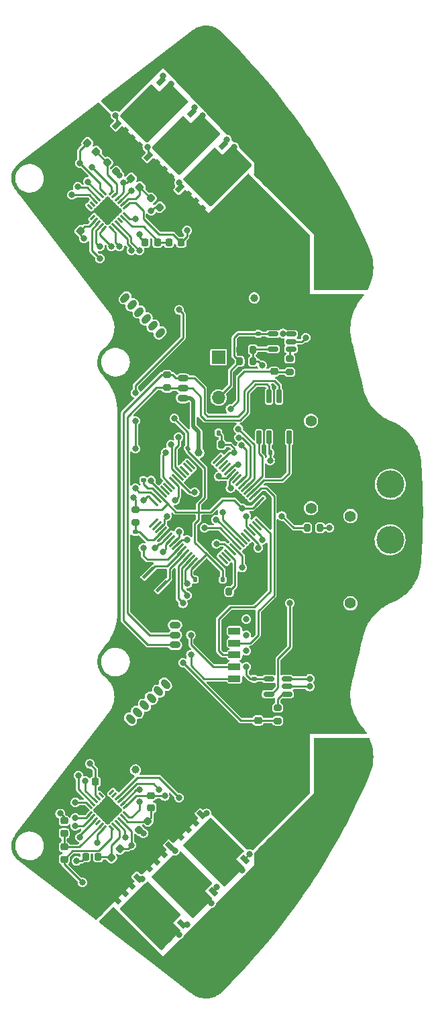
<source format=gbr>
%TF.GenerationSoftware,KiCad,Pcbnew,(6.0.8)*%
%TF.CreationDate,2022-10-14T22:36:05+09:00*%
%TF.ProjectId,ORION_VV_driver_v2,4f52494f-4e5f-4565-965f-647269766572,rev?*%
%TF.SameCoordinates,Original*%
%TF.FileFunction,Copper,L4,Bot*%
%TF.FilePolarity,Positive*%
%FSLAX46Y46*%
G04 Gerber Fmt 4.6, Leading zero omitted, Abs format (unit mm)*
G04 Created by KiCad (PCBNEW (6.0.8)) date 2022-10-14 22:36:05*
%MOMM*%
%LPD*%
G01*
G04 APERTURE LIST*
G04 Aperture macros list*
%AMRoundRect*
0 Rectangle with rounded corners*
0 $1 Rounding radius*
0 $2 $3 $4 $5 $6 $7 $8 $9 X,Y pos of 4 corners*
0 Add a 4 corners polygon primitive as box body*
4,1,4,$2,$3,$4,$5,$6,$7,$8,$9,$2,$3,0*
0 Add four circle primitives for the rounded corners*
1,1,$1+$1,$2,$3*
1,1,$1+$1,$4,$5*
1,1,$1+$1,$6,$7*
1,1,$1+$1,$8,$9*
0 Add four rect primitives between the rounded corners*
20,1,$1+$1,$2,$3,$4,$5,0*
20,1,$1+$1,$4,$5,$6,$7,0*
20,1,$1+$1,$6,$7,$8,$9,0*
20,1,$1+$1,$8,$9,$2,$3,0*%
%AMHorizOval*
0 Thick line with rounded ends*
0 $1 width*
0 $2 $3 position (X,Y) of the first rounded end (center of the circle)*
0 $4 $5 position (X,Y) of the second rounded end (center of the circle)*
0 Add line between two ends*
20,1,$1,$2,$3,$4,$5,0*
0 Add two circle primitives to create the rounded ends*
1,1,$1,$2,$3*
1,1,$1,$4,$5*%
%AMRotRect*
0 Rectangle, with rotation*
0 The origin of the aperture is its center*
0 $1 length*
0 $2 width*
0 $3 Rotation angle, in degrees counterclockwise*
0 Add horizontal line*
21,1,$1,$2,0,0,$3*%
%AMFreePoly0*
4,1,9,2.975000,-2.350000,1.425000,-2.350000,1.425000,-2.100000,-1.650000,-2.100000,-1.650000,2.100000,1.425000,2.100000,1.425000,2.350000,2.975000,2.350000,2.975000,-2.350000,2.975000,-2.350000,$1*%
G04 Aperture macros list end*
%TA.AperFunction,ComponentPad*%
%ADD10RoundRect,0.225000X0.475000X-0.225000X0.475000X0.225000X-0.475000X0.225000X-0.475000X-0.225000X0*%
%TD*%
%TA.AperFunction,ComponentPad*%
%ADD11O,1.400000X0.900000*%
%TD*%
%TA.AperFunction,ComponentPad*%
%ADD12R,1.700000X1.700000*%
%TD*%
%TA.AperFunction,ComponentPad*%
%ADD13O,1.700000X1.700000*%
%TD*%
%TA.AperFunction,ComponentPad*%
%ADD14C,3.500000*%
%TD*%
%TA.AperFunction,ComponentPad*%
%ADD15R,3.500000X3.500000*%
%TD*%
%TA.AperFunction,ComponentPad*%
%ADD16C,1.400000*%
%TD*%
%TA.AperFunction,ComponentPad*%
%ADD17RoundRect,0.225000X0.494975X0.176777X0.176777X0.494975X-0.494975X-0.176777X-0.176777X-0.494975X0*%
%TD*%
%TA.AperFunction,ComponentPad*%
%ADD18HorizOval,0.900000X0.176777X0.176777X-0.176777X-0.176777X0*%
%TD*%
%TA.AperFunction,ComponentPad*%
%ADD19RoundRect,0.225000X-0.475000X0.225000X-0.475000X-0.225000X0.475000X-0.225000X0.475000X0.225000X0*%
%TD*%
%TA.AperFunction,ComponentPad*%
%ADD20RoundRect,0.225000X0.176777X-0.494975X0.494975X-0.176777X-0.176777X0.494975X-0.494975X0.176777X0*%
%TD*%
%TA.AperFunction,ComponentPad*%
%ADD21HorizOval,0.900000X-0.176777X0.176777X0.176777X-0.176777X0*%
%TD*%
%TA.AperFunction,ComponentPad*%
%ADD22RoundRect,0.225000X-0.575000X0.225000X-0.575000X-0.225000X0.575000X-0.225000X0.575000X0.225000X0*%
%TD*%
%TA.AperFunction,SMDPad,CuDef*%
%ADD23RoundRect,0.140000X0.140000X0.170000X-0.140000X0.170000X-0.140000X-0.170000X0.140000X-0.170000X0*%
%TD*%
%TA.AperFunction,SMDPad,CuDef*%
%ADD24RoundRect,0.200000X-0.275000X0.200000X-0.275000X-0.200000X0.275000X-0.200000X0.275000X0.200000X0*%
%TD*%
%TA.AperFunction,SMDPad,CuDef*%
%ADD25RoundRect,0.200000X0.200000X0.275000X-0.200000X0.275000X-0.200000X-0.275000X0.200000X-0.275000X0*%
%TD*%
%TA.AperFunction,SMDPad,CuDef*%
%ADD26RoundRect,0.225000X-0.335876X-0.017678X-0.017678X-0.335876X0.335876X0.017678X0.017678X0.335876X0*%
%TD*%
%TA.AperFunction,SMDPad,CuDef*%
%ADD27RoundRect,0.200000X0.275000X-0.200000X0.275000X0.200000X-0.275000X0.200000X-0.275000X-0.200000X0*%
%TD*%
%TA.AperFunction,SMDPad,CuDef*%
%ADD28RotRect,0.700000X1.150000X45.000000*%
%TD*%
%TA.AperFunction,SMDPad,CuDef*%
%ADD29FreePoly0,315.000000*%
%TD*%
%TA.AperFunction,SMDPad,CuDef*%
%ADD30RoundRect,0.140000X-0.140000X-0.170000X0.140000X-0.170000X0.140000X0.170000X-0.140000X0.170000X0*%
%TD*%
%TA.AperFunction,SMDPad,CuDef*%
%ADD31RoundRect,0.140000X0.170000X-0.140000X0.170000X0.140000X-0.170000X0.140000X-0.170000X-0.140000X0*%
%TD*%
%TA.AperFunction,SMDPad,CuDef*%
%ADD32RoundRect,0.150000X0.150000X-0.725000X0.150000X0.725000X-0.150000X0.725000X-0.150000X-0.725000X0*%
%TD*%
%TA.AperFunction,SMDPad,CuDef*%
%ADD33RoundRect,0.218750X-0.026517X0.335876X-0.335876X0.026517X0.026517X-0.335876X0.335876X-0.026517X0*%
%TD*%
%TA.AperFunction,SMDPad,CuDef*%
%ADD34RoundRect,0.218750X-0.335876X-0.026517X-0.026517X-0.335876X0.335876X0.026517X0.026517X0.335876X0*%
%TD*%
%TA.AperFunction,SMDPad,CuDef*%
%ADD35RoundRect,0.062500X-0.203293X-0.291682X0.291682X0.203293X0.203293X0.291682X-0.291682X-0.203293X0*%
%TD*%
%TA.AperFunction,SMDPad,CuDef*%
%ADD36RoundRect,0.062500X0.203293X-0.291682X0.291682X-0.203293X-0.203293X0.291682X-0.291682X0.203293X0*%
%TD*%
%TA.AperFunction,ComponentPad*%
%ADD37RoundRect,0.625000X0.000000X-0.883883X0.883883X0.000000X0.000000X0.883883X-0.883883X0.000000X0*%
%TD*%
%TA.AperFunction,SMDPad,CuDef*%
%ADD38RoundRect,0.150000X-0.512500X-0.150000X0.512500X-0.150000X0.512500X0.150000X-0.512500X0.150000X0*%
%TD*%
%TA.AperFunction,SMDPad,CuDef*%
%ADD39RoundRect,0.140000X0.021213X-0.219203X0.219203X-0.021213X-0.021213X0.219203X-0.219203X0.021213X0*%
%TD*%
%TA.AperFunction,SMDPad,CuDef*%
%ADD40RoundRect,0.225000X0.225000X0.250000X-0.225000X0.250000X-0.225000X-0.250000X0.225000X-0.250000X0*%
%TD*%
%TA.AperFunction,SMDPad,CuDef*%
%ADD41RoundRect,0.218750X0.256250X-0.218750X0.256250X0.218750X-0.256250X0.218750X-0.256250X-0.218750X0*%
%TD*%
%TA.AperFunction,SMDPad,CuDef*%
%ADD42RotRect,0.700000X1.150000X135.000000*%
%TD*%
%TA.AperFunction,SMDPad,CuDef*%
%ADD43FreePoly0,45.000000*%
%TD*%
%TA.AperFunction,SMDPad,CuDef*%
%ADD44RoundRect,0.225000X-0.250000X0.225000X-0.250000X-0.225000X0.250000X-0.225000X0.250000X0.225000X0*%
%TD*%
%TA.AperFunction,SMDPad,CuDef*%
%ADD45RoundRect,0.218750X0.218750X0.256250X-0.218750X0.256250X-0.218750X-0.256250X0.218750X-0.256250X0*%
%TD*%
%TA.AperFunction,SMDPad,CuDef*%
%ADD46RotRect,0.400000X1.900000X315.000000*%
%TD*%
%TA.AperFunction,SMDPad,CuDef*%
%ADD47RoundRect,0.225000X0.017678X-0.335876X0.335876X-0.017678X-0.017678X0.335876X-0.335876X0.017678X0*%
%TD*%
%TA.AperFunction,SMDPad,CuDef*%
%ADD48RoundRect,0.075000X-0.441942X-0.548008X0.548008X0.441942X0.441942X0.548008X-0.548008X-0.441942X0*%
%TD*%
%TA.AperFunction,SMDPad,CuDef*%
%ADD49RoundRect,0.075000X0.441942X-0.548008X0.548008X-0.441942X-0.441942X0.548008X-0.548008X0.441942X0*%
%TD*%
%TA.AperFunction,SMDPad,CuDef*%
%ADD50RoundRect,0.062500X-0.291682X0.203293X0.203293X-0.291682X0.291682X-0.203293X-0.203293X0.291682X0*%
%TD*%
%TA.AperFunction,SMDPad,CuDef*%
%ADD51RoundRect,0.062500X-0.291682X-0.203293X-0.203293X-0.291682X0.291682X0.203293X0.203293X0.291682X0*%
%TD*%
%TA.AperFunction,ComponentPad*%
%ADD52RoundRect,0.625000X-0.883883X0.000000X0.000000X-0.883883X0.883883X0.000000X0.000000X0.883883X0*%
%TD*%
%TA.AperFunction,SMDPad,CuDef*%
%ADD53RoundRect,0.200000X-0.200000X-0.275000X0.200000X-0.275000X0.200000X0.275000X-0.200000X0.275000X0*%
%TD*%
%TA.AperFunction,SMDPad,CuDef*%
%ADD54RoundRect,0.140000X-0.170000X0.140000X-0.170000X-0.140000X0.170000X-0.140000X0.170000X0.140000X0*%
%TD*%
%TA.AperFunction,SMDPad,CuDef*%
%ADD55RoundRect,0.225000X-0.017678X0.335876X-0.335876X0.017678X0.017678X-0.335876X0.335876X-0.017678X0*%
%TD*%
%TA.AperFunction,SMDPad,CuDef*%
%ADD56RoundRect,0.225000X0.250000X-0.225000X0.250000X0.225000X-0.250000X0.225000X-0.250000X-0.225000X0*%
%TD*%
%TA.AperFunction,ViaPad*%
%ADD57C,0.800000*%
%TD*%
%TA.AperFunction,ViaPad*%
%ADD58C,1.000000*%
%TD*%
%TA.AperFunction,Conductor*%
%ADD59C,0.250000*%
%TD*%
%TA.AperFunction,Conductor*%
%ADD60C,0.500000*%
%TD*%
G04 APERTURE END LIST*
D10*
%TO.P,J2,1,Pin_1*%
%TO.N,GND*%
X108500000Y-86875000D03*
D11*
%TO.P,J2,2,Pin_2*%
%TO.N,+5V*%
X108500000Y-85625000D03*
%TO.P,J2,3,Pin_3*%
%TO.N,/CAN_L*%
X108500000Y-84375000D03*
%TO.P,J2,4,Pin_4*%
%TO.N,/CAN_H*%
X108500000Y-83125000D03*
%TD*%
D12*
%TO.P,J14,1,Pin_1*%
%TO.N,Net-(D12-Pad1)*%
X113000000Y-80475000D03*
D13*
%TO.P,J14,2,Pin_2*%
%TO.N,GND*%
X113000000Y-83015000D03*
%TO.P,J14,3,Pin_3*%
%TO.N,+3V3*%
X113000000Y-85555000D03*
%TD*%
D14*
%TO.P,J11,2,Pin_2*%
%TO.N,+BATT*%
X134675000Y-96500000D03*
D15*
%TO.P,J11,1,Pin_1*%
%TO.N,GND*%
X134675000Y-91500000D03*
D16*
%TO.P,J11,*%
%TO.N,*%
X124675000Y-88500000D03*
X124675000Y-99500000D03*
%TD*%
D17*
%TO.P,J6,1,Pin_1*%
%TO.N,GND*%
X106505204Y-78298097D03*
D18*
%TO.P,J6,2,Pin_2*%
%TO.N,+3V3*%
X105621321Y-77414214D03*
%TO.P,J6,3,Pin_3*%
%TO.N,/NSS_ENC1*%
X104737437Y-76530330D03*
%TO.P,J6,4,Pin_4*%
%TO.N,/SPI_CLK*%
X103853554Y-75646447D03*
%TO.P,J6,5,Pin_5*%
%TO.N,/SPI_MISO*%
X102969670Y-74762563D03*
%TO.P,J6,6,Pin_6*%
%TO.N,/SPI_MOSI*%
X102085787Y-73878680D03*
%TO.P,J6,7,Pin_7*%
%TO.N,/TEMP_1*%
X101201903Y-72994796D03*
%TD*%
D19*
%TO.P,J3,1,Pin_1*%
%TO.N,GND*%
X107500000Y-113000000D03*
D11*
%TO.P,J3,2,Pin_2*%
%TO.N,+5V*%
X107500000Y-114250000D03*
%TO.P,J3,3,Pin_3*%
%TO.N,/CAN_L*%
X107500000Y-115500000D03*
%TO.P,J3,4,Pin_4*%
%TO.N,/CAN_H*%
X107500000Y-116750000D03*
%TD*%
D16*
%TO.P,J15,*%
%TO.N,*%
X129650000Y-111500000D03*
X129650000Y-100500000D03*
D15*
%TO.P,J15,1,Pin_1*%
%TO.N,GND*%
X134650000Y-108500000D03*
D14*
%TO.P,J15,2,Pin_2*%
%TO.N,+BATT*%
X134650000Y-103500000D03*
%TD*%
D20*
%TO.P,J5,1,Pin_1*%
%TO.N,GND*%
X101000000Y-127000000D03*
D21*
%TO.P,J5,2,Pin_2*%
%TO.N,+3V3*%
X101883883Y-126116117D03*
%TO.P,J5,3,Pin_3*%
%TO.N,/NSS_ENC0*%
X102767767Y-125232233D03*
%TO.P,J5,4,Pin_4*%
%TO.N,/SPI_CLK*%
X103651650Y-124348350D03*
%TO.P,J5,5,Pin_5*%
%TO.N,/SPI_MISO*%
X104535534Y-123464466D03*
%TO.P,J5,6,Pin_6*%
%TO.N,/SPI_MOSI*%
X105419417Y-122580583D03*
%TO.P,J5,7,Pin_7*%
%TO.N,/TEMP_0*%
X106303301Y-121696699D03*
%TD*%
D22*
%TO.P,J4,1,Pin_1*%
%TO.N,GND*%
X115000000Y-113500000D03*
%TO.P,J4,2,Pin_2*%
%TO.N,Net-(D5-Pad2)*%
X115000000Y-115000000D03*
%TO.P,J4,3,Pin_3*%
%TO.N,/SWDIO*%
X115000000Y-116500000D03*
%TO.P,J4,4,Pin_4*%
%TO.N,/SWCLK*%
X115000000Y-118000000D03*
%TO.P,J4,5,Pin_5*%
%TO.N,/UART1_TX*%
X115000000Y-119500000D03*
%TO.P,J4,6,Pin_6*%
%TO.N,/UART1_RX*%
X115000000Y-121000000D03*
%TD*%
D23*
%TO.P,C7,1*%
%TO.N,GND*%
X114480000Y-108500000D03*
%TO.P,C7,2*%
%TO.N,+3V3*%
X113520000Y-108500000D03*
%TD*%
D24*
%TO.P,FB1,1*%
%TO.N,+3V3*%
X102500000Y-99675000D03*
%TO.P,FB1,2*%
%TO.N,Net-(C11-Pad2)*%
X102500000Y-101325000D03*
%TD*%
D25*
%TO.P,R10,1*%
%TO.N,+BATT*%
X125825000Y-102000000D03*
%TO.P,R10,2*%
%TO.N,/BATT_V_SENS*%
X124175000Y-102000000D03*
%TD*%
D26*
%TO.P,C22,1*%
%TO.N,/M0_U*%
X96451992Y-53451992D03*
%TO.P,C22,2*%
%TO.N,Net-(C22-Pad2)*%
X97548008Y-54548008D03*
%TD*%
D27*
%TO.P,R13,1*%
%TO.N,/M0_CS*%
X122000000Y-82325000D03*
%TO.P,R13,2*%
%TO.N,Net-(R13-Pad2)*%
X122000000Y-80675000D03*
%TD*%
D26*
%TO.P,C21,1*%
%TO.N,/M0_V*%
X101951992Y-57951992D03*
%TO.P,C21,2*%
%TO.N,Net-(C21-Pad2)*%
X103048008Y-59048008D03*
%TD*%
D28*
%TO.P,Q10,1,S*%
%TO.N,GND*%
X100144778Y-148845926D03*
%TO.P,Q10,2,S*%
X101042804Y-147947901D03*
%TO.P,Q10,3,S*%
X101947901Y-147042804D03*
%TO.P,Q10,4,G*%
%TO.N,Net-(GD1-Pad11)*%
X102845926Y-146144778D03*
D29*
%TO.P,Q10,5,D*%
%TO.N,/M1_W*%
X103807591Y-149807591D03*
%TD*%
D30*
%TO.P,C16,1*%
%TO.N,GND*%
X112020000Y-90000000D03*
%TO.P,C16,2*%
%TO.N,/BATT_V_SENS*%
X112980000Y-90000000D03*
%TD*%
D31*
%TO.P,C15,1*%
%TO.N,GND*%
X117473452Y-121980000D03*
%TO.P,C15,2*%
%TO.N,+3V3*%
X117473452Y-121020000D03*
%TD*%
D32*
%TO.P,U3,1,TXD*%
%TO.N,/CAN_TX*%
X121905000Y-90575000D03*
%TO.P,U3,2,GND*%
%TO.N,GND*%
X120635000Y-90575000D03*
%TO.P,U3,3,VDD*%
%TO.N,+3V3*%
X119365000Y-90575000D03*
%TO.P,U3,4,RXD*%
%TO.N,/CAN_RX*%
X118095000Y-90575000D03*
%TO.P,U3,5,SHDN*%
%TO.N,GND*%
X118095000Y-85425000D03*
%TO.P,U3,6,CANL*%
%TO.N,/CAN_L*%
X119365000Y-85425000D03*
%TO.P,U3,7,CANH*%
%TO.N,/CAN_H*%
X120635000Y-85425000D03*
%TO.P,U3,8,RS*%
%TO.N,GND*%
X121905000Y-85425000D03*
%TD*%
D33*
%TO.P,D8,1,K*%
%TO.N,Net-(C19-Pad2)*%
X104056847Y-138943153D03*
%TO.P,D8,2,A*%
%TO.N,+15V*%
X102943153Y-140056847D03*
%TD*%
D26*
%TO.P,C43,1*%
%TO.N,GND*%
X118451992Y-140451992D03*
%TO.P,C43,2*%
%TO.N,/M1_CSL*%
X119548008Y-141548008D03*
%TD*%
%TO.P,C40,1*%
%TO.N,GND*%
X97951992Y-150451992D03*
%TO.P,C40,2*%
%TO.N,/M1_CSL*%
X99048008Y-151548008D03*
%TD*%
D34*
%TO.P,D10,1,K*%
%TO.N,Net-(C21-Pad2)*%
X104443153Y-60443153D03*
%TO.P,D10,2,A*%
%TO.N,+15V*%
X105556847Y-61556847D03*
%TD*%
D28*
%TO.P,Q5,1,S*%
%TO.N,/M1_V*%
X109644778Y-150538335D03*
%TO.P,Q5,2,S*%
X110542804Y-149640310D03*
%TO.P,Q5,3,S*%
X111447901Y-148735213D03*
%TO.P,Q5,4,G*%
%TO.N,Net-(GD1-Pad16)*%
X112345926Y-147837187D03*
D29*
%TO.P,Q5,5,D*%
%TO.N,/M1_CSL*%
X113307591Y-151500000D03*
%TD*%
D35*
%TO.P,GD2,1,LIN1*%
%TO.N,/M0_UL*%
X98513864Y-64253903D03*
%TO.P,GD2,2,LIN2*%
%TO.N,/M0_VL*%
X98160311Y-63900349D03*
%TO.P,GD2,3,LIN3*%
%TO.N,/M0_WL*%
X97806757Y-63546796D03*
%TO.P,GD2,4,VCC*%
%TO.N,+15V*%
X97453204Y-63193243D03*
%TO.P,GD2,5,NC*%
%TO.N,unconnected-(GD2-Pad5)*%
X97099651Y-62839689D03*
%TO.P,GD2,6,COM*%
%TO.N,GND*%
X96746097Y-62486136D03*
D36*
%TO.P,GD2,7,NC*%
%TO.N,unconnected-(GD2-Pad7)*%
X96746097Y-61513864D03*
%TO.P,GD2,8,NC*%
%TO.N,unconnected-(GD2-Pad8)*%
X97099651Y-61160311D03*
%TO.P,GD2,9,LO3*%
%TO.N,Net-(GD2-Pad9)*%
X97453204Y-60806757D03*
%TO.P,GD2,10,LO2*%
%TO.N,Net-(GD2-Pad10)*%
X97806757Y-60453204D03*
%TO.P,GD2,11,LO1*%
%TO.N,Net-(GD2-Pad11)*%
X98160311Y-60099651D03*
%TO.P,GD2,12,VS3*%
%TO.N,/M0_U*%
X98513864Y-59746097D03*
D35*
%TO.P,GD2,13,HO3*%
%TO.N,Net-(GD2-Pad13)*%
X99486136Y-59746097D03*
%TO.P,GD2,14,VB3*%
%TO.N,Net-(C22-Pad2)*%
X99839689Y-60099651D03*
%TO.P,GD2,15,VS2*%
%TO.N,/M0_V*%
X100193243Y-60453204D03*
%TO.P,GD2,16,HO2*%
%TO.N,Net-(GD2-Pad16)*%
X100546796Y-60806757D03*
%TO.P,GD2,17,VB2*%
%TO.N,Net-(C21-Pad2)*%
X100900349Y-61160311D03*
%TO.P,GD2,18,VS1*%
%TO.N,/M0_W*%
X101253903Y-61513864D03*
D36*
%TO.P,GD2,19,HO1*%
%TO.N,Net-(GD2-Pad19)*%
X101253903Y-62486136D03*
%TO.P,GD2,20,VB1*%
%TO.N,Net-(C20-Pad2)*%
X100900349Y-62839689D03*
%TO.P,GD2,21,NC*%
%TO.N,unconnected-(GD2-Pad21)*%
X100546796Y-63193243D03*
%TO.P,GD2,22,HIN1*%
%TO.N,/M0_UH*%
X100193243Y-63546796D03*
%TO.P,GD2,23,HIN2*%
%TO.N,/M0_VH*%
X99839689Y-63900349D03*
%TO.P,GD2,24,HIN3*%
%TO.N,/M0_WH*%
X99486136Y-64253903D03*
D37*
%TO.P,GD2,25,PAD*%
%TO.N,GND*%
X99000000Y-62000000D03*
%TD*%
D23*
%TO.P,C9,1*%
%TO.N,GND*%
X120480000Y-92500000D03*
%TO.P,C9,2*%
%TO.N,+3V3*%
X119520000Y-92500000D03*
%TD*%
D38*
%TO.P,U5,1,REF*%
%TO.N,/3V3_HARF_REF*%
X119335952Y-122950000D03*
%TO.P,U5,2,GND*%
%TO.N,GND*%
X119335952Y-122000000D03*
%TO.P,U5,3,VDD*%
%TO.N,+3V3*%
X119335952Y-121050000D03*
%TO.P,U5,4,IN+*%
%TO.N,+BATT*%
X121610952Y-121050000D03*
%TO.P,U5,5,IN-*%
%TO.N,/M1_CSL*%
X121610952Y-122000000D03*
%TO.P,U5,6,OUT*%
%TO.N,Net-(R12-Pad2)*%
X121610952Y-122950000D03*
%TD*%
D39*
%TO.P,C5,1*%
%TO.N,GND*%
X108460589Y-92639411D03*
%TO.P,C5,2*%
%TO.N,+3V3*%
X109139411Y-91960589D03*
%TD*%
D31*
%TO.P,C11,1*%
%TO.N,GND*%
X102500000Y-103480000D03*
%TO.P,C11,2*%
%TO.N,Net-(C11-Pad2)*%
X102500000Y-102520000D03*
%TD*%
D26*
%TO.P,C42,1*%
%TO.N,GND*%
X117451992Y-141451992D03*
%TO.P,C42,2*%
%TO.N,/M1_CSL*%
X118548008Y-142548008D03*
%TD*%
D40*
%TO.P,C12,1*%
%TO.N,GND*%
X99000000Y-134000000D03*
%TO.P,C12,2*%
%TO.N,+15V*%
X97450000Y-134000000D03*
%TD*%
D41*
%TO.P,D6,1,K*%
%TO.N,Net-(C17-Pad2)*%
X93500000Y-140500000D03*
%TO.P,D6,2,A*%
%TO.N,+15V*%
X93500000Y-138925000D03*
%TD*%
D28*
%TO.P,Q2,1,S*%
%TO.N,GND*%
X108144778Y-140845926D03*
%TO.P,Q2,2,S*%
X109042804Y-139947901D03*
%TO.P,Q2,3,S*%
X109947901Y-139042804D03*
%TO.P,Q2,4,G*%
%TO.N,Net-(GD1-Pad9)*%
X110845926Y-138144778D03*
D29*
%TO.P,Q2,5,D*%
%TO.N,/M1_U*%
X111807591Y-141807591D03*
%TD*%
D42*
%TO.P,Q4,1,S*%
%TO.N,GND*%
X102845926Y-53855222D03*
%TO.P,Q4,2,S*%
X101947901Y-52957196D03*
%TO.P,Q4,3,S*%
X101042804Y-52052099D03*
%TO.P,Q4,4,G*%
%TO.N,Net-(GD2-Pad9)*%
X100144778Y-51154074D03*
D43*
%TO.P,Q4,5,D*%
%TO.N,/M0_U*%
X103807591Y-50192409D03*
%TD*%
D44*
%TO.P,C24,1*%
%TO.N,GND*%
X120000000Y-80725000D03*
%TO.P,C24,2*%
%TO.N,/M0_CS*%
X120000000Y-82275000D03*
%TD*%
D28*
%TO.P,Q9,1,S*%
%TO.N,/M1_W*%
X105644778Y-154614070D03*
%TO.P,Q9,2,S*%
X106542804Y-153716045D03*
%TO.P,Q9,3,S*%
X107447901Y-152810948D03*
%TO.P,Q9,4,G*%
%TO.N,Net-(GD1-Pad19)*%
X108345926Y-151912922D03*
D29*
%TO.P,Q9,5,D*%
%TO.N,/M1_CSL*%
X109307591Y-155575735D03*
%TD*%
D42*
%TO.P,Q7,1,S*%
%TO.N,/M0_V*%
X112345926Y-52355222D03*
%TO.P,Q7,2,S*%
X111447901Y-51457196D03*
%TO.P,Q7,3,S*%
X110542804Y-50552099D03*
%TO.P,Q7,4,G*%
%TO.N,Net-(GD2-Pad16)*%
X109644778Y-49654074D03*
D43*
%TO.P,Q7,5,D*%
%TO.N,/M0_CSL*%
X113307591Y-48692409D03*
%TD*%
D42*
%TO.P,Q8,1,S*%
%TO.N,GND*%
X106845926Y-57855222D03*
%TO.P,Q8,2,S*%
X105947901Y-56957196D03*
%TO.P,Q8,3,S*%
X105042804Y-56052099D03*
%TO.P,Q8,4,G*%
%TO.N,Net-(GD2-Pad10)*%
X104144778Y-55154074D03*
D43*
%TO.P,Q8,5,D*%
%TO.N,/M0_V*%
X107807591Y-54192409D03*
%TD*%
D45*
%TO.P,D7,1,K*%
%TO.N,Net-(C18-Pad2)*%
X97787500Y-143500000D03*
%TO.P,D7,2,A*%
%TO.N,+15V*%
X96212500Y-143500000D03*
%TD*%
D46*
%TO.P,Y1,1,1*%
%TO.N,/OSC_OUT*%
X104151472Y-107651472D03*
%TO.P,Y1,2,2*%
%TO.N,GND*%
X105000000Y-108500000D03*
%TO.P,Y1,3,3*%
%TO.N,/OSC_IN*%
X105848528Y-109348528D03*
%TD*%
D34*
%TO.P,D11,1,K*%
%TO.N,Net-(C22-Pad2)*%
X98943153Y-55943153D03*
%TO.P,D11,2,A*%
%TO.N,+15V*%
X100056847Y-57056847D03*
%TD*%
D40*
%TO.P,C20,1*%
%TO.N,/M0_W*%
X108275000Y-66000000D03*
%TO.P,C20,2*%
%TO.N,Net-(C20-Pad2)*%
X106725000Y-66000000D03*
%TD*%
D27*
%TO.P,R12,1*%
%TO.N,/M1_CS*%
X120473452Y-126325000D03*
%TO.P,R12,2*%
%TO.N,Net-(R12-Pad2)*%
X120473452Y-124675000D03*
%TD*%
D47*
%TO.P,C44,1*%
%TO.N,GND*%
X116951992Y-58548008D03*
%TO.P,C44,2*%
%TO.N,/M0_CSL*%
X118048008Y-57451992D03*
%TD*%
D48*
%TO.P,U4,1,VBAT*%
%TO.N,+3V3*%
X110138819Y-106664481D03*
%TO.P,U4,2,PC13*%
%TO.N,/LED_0*%
X109785266Y-106310928D03*
%TO.P,U4,3,PC14*%
%TO.N,/LED_1*%
X109431713Y-105957375D03*
%TO.P,U4,4,PC15*%
%TO.N,/LED_2*%
X109078159Y-105603821D03*
%TO.P,U4,5,PF0*%
%TO.N,/OSC_IN*%
X108724606Y-105250268D03*
%TO.P,U4,6,PF1*%
%TO.N,/OSC_OUT*%
X108371052Y-104896714D03*
%TO.P,U4,7,NRST*%
%TO.N,/NRST*%
X108017499Y-104543161D03*
%TO.P,U4,8,PC0*%
%TO.N,/SW0*%
X107663946Y-104189608D03*
%TO.P,U4,9,PC1*%
%TO.N,/SW1*%
X107310392Y-103836054D03*
%TO.P,U4,10,PC2*%
%TO.N,/SW2*%
X106956839Y-103482501D03*
%TO.P,U4,11,PC3*%
%TO.N,/SW3*%
X106603286Y-103128948D03*
%TO.P,U4,12,VSSA*%
%TO.N,GND*%
X106249732Y-102775394D03*
%TO.P,U4,13,VDDA*%
%TO.N,Net-(C11-Pad2)*%
X105896179Y-102421841D03*
%TO.P,U4,14,PA0*%
%TO.N,/M0_CS*%
X105542625Y-102068287D03*
%TO.P,U4,15,PA1*%
%TO.N,unconnected-(U4-Pad15)*%
X105189072Y-101714734D03*
%TO.P,U4,16,PA2*%
%TO.N,unconnected-(U4-Pad16)*%
X104835519Y-101361181D03*
D49*
%TO.P,U4,17,PA3*%
%TO.N,/TEMP_0*%
X104835519Y-98638819D03*
%TO.P,U4,18,PF4*%
%TO.N,/TEMP_1*%
X105189072Y-98285266D03*
%TO.P,U4,19,VDD*%
%TO.N,+3V3*%
X105542625Y-97931713D03*
%TO.P,U4,20,PA4*%
%TO.N,/M1_CS*%
X105896179Y-97578159D03*
%TO.P,U4,21,PA5*%
%TO.N,unconnected-(U4-Pad21)*%
X106249732Y-97224606D03*
%TO.P,U4,22,PA6*%
%TO.N,unconnected-(U4-Pad22)*%
X106603286Y-96871052D03*
%TO.P,U4,23,PA7*%
%TO.N,/M0_UL*%
X106956839Y-96517499D03*
%TO.P,U4,24,PC4*%
%TO.N,/UART1_TX*%
X107310392Y-96163946D03*
%TO.P,U4,25,PC5*%
%TO.N,/UART1_RX*%
X107663946Y-95810392D03*
%TO.P,U4,26,PB0*%
%TO.N,/M0_VL*%
X108017499Y-95456839D03*
%TO.P,U4,27,PB1*%
%TO.N,/M0_WL*%
X108371052Y-95103286D03*
%TO.P,U4,28,PB2*%
%TO.N,unconnected-(U4-Pad28)*%
X108724606Y-94749732D03*
%TO.P,U4,29,PB10*%
%TO.N,unconnected-(U4-Pad29)*%
X109078159Y-94396179D03*
%TO.P,U4,30,PB11*%
%TO.N,unconnected-(U4-Pad30)*%
X109431713Y-94042625D03*
%TO.P,U4,31,VSS*%
%TO.N,GND*%
X109785266Y-93689072D03*
%TO.P,U4,32,VDD*%
%TO.N,+3V3*%
X110138819Y-93335519D03*
D48*
%TO.P,U4,33,PB12*%
%TO.N,unconnected-(U4-Pad33)*%
X112861181Y-93335519D03*
%TO.P,U4,34,PB13*%
%TO.N,/BATT_V_SENS*%
X113214734Y-93689072D03*
%TO.P,U4,35,PB14*%
%TO.N,unconnected-(U4-Pad35)*%
X113568287Y-94042625D03*
%TO.P,U4,36,PB15*%
%TO.N,unconnected-(U4-Pad36)*%
X113921841Y-94396179D03*
%TO.P,U4,37,PC6*%
%TO.N,/M1_UH*%
X114275394Y-94749732D03*
%TO.P,U4,38,PC7*%
%TO.N,/M1_VH*%
X114628948Y-95103286D03*
%TO.P,U4,39,PC8*%
%TO.N,/M1_WH*%
X114982501Y-95456839D03*
%TO.P,U4,40,PC9*%
%TO.N,unconnected-(U4-Pad40)*%
X115336054Y-95810392D03*
%TO.P,U4,41,PA8*%
%TO.N,/M0_UH*%
X115689608Y-96163946D03*
%TO.P,U4,42,PA9*%
%TO.N,/M0_VH*%
X116043161Y-96517499D03*
%TO.P,U4,43,PA10*%
%TO.N,/M0_WH*%
X116396714Y-96871052D03*
%TO.P,U4,44,PA11*%
%TO.N,/CAN_RX*%
X116750268Y-97224606D03*
%TO.P,U4,45,PA12*%
%TO.N,/CAN_TX*%
X117103821Y-97578159D03*
%TO.P,U4,46,PA13*%
%TO.N,/SWDIO*%
X117457375Y-97931713D03*
%TO.P,U4,47,VSS*%
%TO.N,GND*%
X117810928Y-98285266D03*
%TO.P,U4,48,VDD*%
%TO.N,+3V3*%
X118164481Y-98638819D03*
D49*
%TO.P,U4,49,PA14*%
%TO.N,/SWCLK*%
X118164481Y-101361181D03*
%TO.P,U4,50,PA15*%
%TO.N,unconnected-(U4-Pad50)*%
X117810928Y-101714734D03*
%TO.P,U4,51,PC10*%
%TO.N,/M1_UL*%
X117457375Y-102068287D03*
%TO.P,U4,52,PC11*%
%TO.N,/M1_VL*%
X117103821Y-102421841D03*
%TO.P,U4,53,PC12*%
%TO.N,/M1_WL*%
X116750268Y-102775394D03*
%TO.P,U4,54,PD2*%
%TO.N,unconnected-(U4-Pad54)*%
X116396714Y-103128948D03*
%TO.P,U4,55,PB3*%
%TO.N,/SPI_CLK*%
X116043161Y-103482501D03*
%TO.P,U4,56,PB4*%
%TO.N,/SPI_MISO*%
X115689608Y-103836054D03*
%TO.P,U4,57,PB5*%
%TO.N,/SPI_MOSI*%
X115336054Y-104189608D03*
%TO.P,U4,58,PB6*%
%TO.N,/NSS_ENC0*%
X114982501Y-104543161D03*
%TO.P,U4,59,PB7*%
%TO.N,/NSS_ENC1*%
X114628948Y-104896714D03*
%TO.P,U4,60,BOOT0*%
%TO.N,Net-(R7-Pad2)*%
X114275394Y-105250268D03*
%TO.P,U4,61,PB8*%
%TO.N,unconnected-(U4-Pad61)*%
X113921841Y-105603821D03*
%TO.P,U4,62,PB9*%
%TO.N,unconnected-(U4-Pad62)*%
X113568287Y-105957375D03*
%TO.P,U4,63,VSS*%
%TO.N,GND*%
X113214734Y-106310928D03*
%TO.P,U4,64,VDD*%
%TO.N,+3V3*%
X112861181Y-106664481D03*
%TD*%
D25*
%TO.P,R11,1*%
%TO.N,/BATT_V_SENS*%
X113325000Y-91500000D03*
%TO.P,R11,2*%
%TO.N,GND*%
X111675000Y-91500000D03*
%TD*%
D26*
%TO.P,C13,1*%
%TO.N,GND*%
X94451992Y-63451992D03*
%TO.P,C13,2*%
%TO.N,+15V*%
X95548008Y-64548008D03*
%TD*%
D28*
%TO.P,Q1,1,S*%
%TO.N,/M1_U*%
X113644778Y-146538335D03*
%TO.P,Q1,2,S*%
X114542804Y-145640310D03*
%TO.P,Q1,3,S*%
X115447901Y-144735213D03*
%TO.P,Q1,4,G*%
%TO.N,Net-(GD1-Pad13)*%
X116345926Y-143837187D03*
D29*
%TO.P,Q1,5,D*%
%TO.N,/M1_CSL*%
X117307591Y-147500000D03*
%TD*%
D24*
%TO.P,R6,1*%
%TO.N,/CAN_H*%
X106500000Y-82675000D03*
%TO.P,R6,2*%
%TO.N,/CAN_L*%
X106500000Y-84325000D03*
%TD*%
D50*
%TO.P,GD1,1,LIN1*%
%TO.N,/M1_UL*%
X96746097Y-137094625D03*
%TO.P,GD1,2,LIN2*%
%TO.N,/M1_VL*%
X97099651Y-136741072D03*
%TO.P,GD1,3,LIN3*%
%TO.N,/M1_WL*%
X97453204Y-136387518D03*
%TO.P,GD1,4,VCC*%
%TO.N,+15V*%
X97806757Y-136033965D03*
%TO.P,GD1,5,NC*%
%TO.N,unconnected-(GD1-Pad5)*%
X98160311Y-135680412D03*
%TO.P,GD1,6,COM*%
%TO.N,GND*%
X98513864Y-135326858D03*
D51*
%TO.P,GD1,7,NC*%
%TO.N,unconnected-(GD1-Pad7)*%
X99486136Y-135326858D03*
%TO.P,GD1,8,NC*%
%TO.N,unconnected-(GD1-Pad8)*%
X99839689Y-135680412D03*
%TO.P,GD1,9,LO3*%
%TO.N,Net-(GD1-Pad9)*%
X100193243Y-136033965D03*
%TO.P,GD1,10,LO2*%
%TO.N,Net-(GD1-Pad10)*%
X100546796Y-136387518D03*
%TO.P,GD1,11,LO1*%
%TO.N,Net-(GD1-Pad11)*%
X100900349Y-136741072D03*
%TO.P,GD1,12,VS3*%
%TO.N,/M1_U*%
X101253903Y-137094625D03*
D50*
%TO.P,GD1,13,HO3*%
%TO.N,Net-(GD1-Pad13)*%
X101253903Y-138066897D03*
%TO.P,GD1,14,VB3*%
%TO.N,Net-(C19-Pad2)*%
X100900349Y-138420450D03*
%TO.P,GD1,15,VS2*%
%TO.N,/M1_V*%
X100546796Y-138774004D03*
%TO.P,GD1,16,HO2*%
%TO.N,Net-(GD1-Pad16)*%
X100193243Y-139127557D03*
%TO.P,GD1,17,VB2*%
%TO.N,Net-(C18-Pad2)*%
X99839689Y-139481110D03*
%TO.P,GD1,18,VS1*%
%TO.N,/M1_W*%
X99486136Y-139834664D03*
D51*
%TO.P,GD1,19,HO1*%
%TO.N,Net-(GD1-Pad19)*%
X98513864Y-139834664D03*
%TO.P,GD1,20,VB1*%
%TO.N,Net-(C17-Pad2)*%
X98160311Y-139481110D03*
%TO.P,GD1,21,NC*%
%TO.N,unconnected-(GD1-Pad21)*%
X97806757Y-139127557D03*
%TO.P,GD1,22,HIN1*%
%TO.N,/M1_UH*%
X97453204Y-138774004D03*
%TO.P,GD1,23,HIN2*%
%TO.N,/M1_VH*%
X97099651Y-138420450D03*
%TO.P,GD1,24,HIN3*%
%TO.N,/M1_WH*%
X96746097Y-138066897D03*
D52*
%TO.P,GD1,25,PAD*%
%TO.N,GND*%
X99000000Y-137580761D03*
%TD*%
D53*
%TO.P,R8,1*%
%TO.N,+3V3*%
X115675000Y-81000000D03*
%TO.P,R8,2*%
%TO.N,/3V3_HARF_REF*%
X117325000Y-81000000D03*
%TD*%
D42*
%TO.P,Q3,1,S*%
%TO.N,/M0_U*%
X108398025Y-48398026D03*
%TO.P,Q3,2,S*%
X107500000Y-47500000D03*
%TO.P,Q3,3,S*%
X106594903Y-46594903D03*
%TO.P,Q3,4,G*%
%TO.N,Net-(GD2-Pad13)*%
X105696877Y-45696878D03*
D43*
%TO.P,Q3,5,D*%
%TO.N,/M0_CSL*%
X109359690Y-44735213D03*
%TD*%
D44*
%TO.P,C19,1*%
%TO.N,/M1_U*%
X104500000Y-135725000D03*
%TO.P,C19,2*%
%TO.N,Net-(C19-Pad2)*%
X104500000Y-137275000D03*
%TD*%
D28*
%TO.P,Q6,1,S*%
%TO.N,GND*%
X104144778Y-144845926D03*
%TO.P,Q6,2,S*%
X105042804Y-143947901D03*
%TO.P,Q6,3,S*%
X105947901Y-143042804D03*
%TO.P,Q6,4,G*%
%TO.N,Net-(GD1-Pad10)*%
X106845926Y-142144778D03*
D29*
%TO.P,Q6,5,D*%
%TO.N,/M1_V*%
X107807591Y-145807591D03*
%TD*%
D25*
%TO.P,R9,1*%
%TO.N,/3V3_HARF_REF*%
X117325000Y-79500000D03*
%TO.P,R9,2*%
%TO.N,GND*%
X115675000Y-79500000D03*
%TD*%
D42*
%TO.P,Q12,1,S*%
%TO.N,GND*%
X110845926Y-61855222D03*
%TO.P,Q12,2,S*%
X109947901Y-60957196D03*
%TO.P,Q12,3,S*%
X109042804Y-60052099D03*
%TO.P,Q12,4,G*%
%TO.N,Net-(GD2-Pad11)*%
X108144778Y-59154074D03*
D43*
%TO.P,Q12,5,D*%
%TO.N,/M0_W*%
X111807591Y-58192409D03*
%TD*%
D38*
%TO.P,U6,1,REF*%
%TO.N,/3V3_HARF_REF*%
X119862500Y-79450000D03*
%TO.P,U6,2,GND*%
%TO.N,GND*%
X119862500Y-78500000D03*
%TO.P,U6,3,VDD*%
%TO.N,+3V3*%
X119862500Y-77550000D03*
%TO.P,U6,4,IN+*%
%TO.N,+BATT*%
X122137500Y-77550000D03*
%TO.P,U6,5,IN-*%
%TO.N,/M0_CSL*%
X122137500Y-78500000D03*
%TO.P,U6,6,OUT*%
%TO.N,Net-(R13-Pad2)*%
X122137500Y-79450000D03*
%TD*%
D42*
%TO.P,Q11,1,S*%
%TO.N,/M0_W*%
X116316152Y-56384996D03*
%TO.P,Q11,2,S*%
X115418127Y-55486970D03*
%TO.P,Q11,3,S*%
X114513030Y-54581873D03*
%TO.P,Q11,4,G*%
%TO.N,Net-(GD2-Pad19)*%
X113615004Y-53683848D03*
D43*
%TO.P,Q11,5,D*%
%TO.N,/M0_CSL*%
X117277817Y-52722183D03*
%TD*%
D23*
%TO.P,C6,1*%
%TO.N,GND*%
X110980000Y-108500000D03*
%TO.P,C6,2*%
%TO.N,+3V3*%
X110020000Y-108500000D03*
%TD*%
D54*
%TO.P,C8,1*%
%TO.N,GND*%
X103500000Y-95020000D03*
%TO.P,C8,2*%
%TO.N,+3V3*%
X103500000Y-95980000D03*
%TD*%
D45*
%TO.P,D9,2,A*%
%TO.N,+15V*%
X103712500Y-66000000D03*
%TO.P,D9,1,K*%
%TO.N,Net-(C20-Pad2)*%
X105287500Y-66000000D03*
%TD*%
D53*
%TO.P,R7,1*%
%TO.N,GND*%
X112675000Y-110000000D03*
%TO.P,R7,2*%
%TO.N,Net-(R7-Pad2)*%
X114325000Y-110000000D03*
%TD*%
D55*
%TO.P,C18,2*%
%TO.N,Net-(C18-Pad2)*%
X99451992Y-143548008D03*
%TO.P,C18,1*%
%TO.N,/M1_V*%
X100548008Y-142451992D03*
%TD*%
D31*
%TO.P,C14,1*%
%TO.N,GND*%
X118000000Y-78480000D03*
%TO.P,C14,2*%
%TO.N,+3V3*%
X118000000Y-77520000D03*
%TD*%
D47*
%TO.P,C45,1*%
%TO.N,GND*%
X117951992Y-59548008D03*
%TO.P,C45,2*%
%TO.N,/M0_CSL*%
X119048008Y-58451992D03*
%TD*%
D56*
%TO.P,C17,1*%
%TO.N,/M1_W*%
X93500000Y-143775000D03*
%TO.P,C17,2*%
%TO.N,Net-(C17-Pad2)*%
X93500000Y-142225000D03*
%TD*%
D47*
%TO.P,C41,1*%
%TO.N,GND*%
X97951992Y-49548008D03*
%TO.P,C41,2*%
%TO.N,/M0_CSL*%
X99048008Y-48451992D03*
%TD*%
D44*
%TO.P,C23,1*%
%TO.N,GND*%
X117973452Y-124725000D03*
%TO.P,C23,2*%
%TO.N,/M1_CS*%
X117973452Y-126275000D03*
%TD*%
D57*
%TO.N,+15V*%
X103500000Y-140500000D03*
%TO.N,GND*%
X116500000Y-76500000D03*
X116500000Y-75500000D03*
X116500000Y-74500000D03*
X123500000Y-96000000D03*
X123500000Y-117500000D03*
X123500000Y-115000000D03*
X123500000Y-112500000D03*
X123500000Y-106000000D03*
X123500000Y-104000000D03*
X123500000Y-108000000D03*
X123500000Y-110000000D03*
D58*
X107000000Y-128000000D03*
X104000000Y-128000000D03*
X92000000Y-146000000D03*
X91000000Y-139000000D03*
X94000000Y-135000000D03*
X98000000Y-129000000D03*
X98000000Y-71000000D03*
X95000000Y-68000000D03*
X93000000Y-65000000D03*
X91000000Y-62000000D03*
X92000000Y-55000000D03*
X94000000Y-53000000D03*
D57*
%TO.N,/NRST*%
X102487701Y-84987701D03*
X108000000Y-74500000D03*
%TO.N,+15V*%
X93000000Y-138000000D03*
X96737701Y-131737701D03*
D58*
X117500000Y-73000000D03*
D57*
X104500000Y-62000000D03*
X100500000Y-57500000D03*
X103000000Y-65000000D03*
X95062299Y-144000000D03*
D58*
X102500000Y-132500000D03*
D57*
X96000000Y-65500000D03*
D58*
%TO.N,+5V*%
X110502338Y-92497662D03*
%TO.N,/M1_W*%
X102500000Y-149000000D03*
X102500000Y-151000000D03*
X104500000Y-151000000D03*
X105500000Y-150000000D03*
X106500000Y-151000000D03*
X105500000Y-152000000D03*
X104500000Y-153000000D03*
D57*
X95800000Y-146700000D03*
D58*
X103500000Y-150000000D03*
X104500000Y-149000000D03*
X101500000Y-150000000D03*
D57*
X108000000Y-153300000D03*
D58*
X103500000Y-152000000D03*
%TO.N,/M1_V*%
X107500000Y-146000000D03*
X109500000Y-146000000D03*
X109500000Y-148000000D03*
X107500000Y-148000000D03*
X108500000Y-149000000D03*
D57*
X102000000Y-142012016D03*
D58*
X110500000Y-147000000D03*
X108500000Y-147000000D03*
D57*
X112100000Y-149300000D03*
D58*
X106500000Y-145000000D03*
%TO.N,/M1_U*%
X113000000Y-140500000D03*
X112000000Y-141500000D03*
D57*
X116000000Y-145200000D03*
D58*
X113000000Y-144500000D03*
X112000000Y-143500000D03*
X111000000Y-142500000D03*
X110000000Y-141500000D03*
X112000000Y-139500000D03*
X115000000Y-142500000D03*
X114000000Y-141500000D03*
X113000000Y-142500000D03*
D57*
X106198281Y-135801720D03*
D58*
X114000000Y-143500000D03*
%TO.N,/M0_W*%
X114000000Y-56500000D03*
X111000000Y-59500000D03*
D57*
X115000000Y-54000000D03*
D58*
X112000000Y-56500000D03*
X115000000Y-57500000D03*
D57*
X109000000Y-64500000D03*
D58*
X112000000Y-60500000D03*
X114000000Y-58500000D03*
X111000000Y-57500000D03*
X113000000Y-55500000D03*
X113000000Y-57500000D03*
X112000000Y-58500000D03*
X113000000Y-59500000D03*
%TO.N,/M0_V*%
X108500000Y-51000000D03*
X109500000Y-54000000D03*
X109500000Y-52000000D03*
D57*
X101000000Y-58500000D03*
D58*
X110500000Y-53000000D03*
D57*
X111000000Y-50000000D03*
D58*
X108500000Y-53000000D03*
X107500000Y-54000000D03*
X106500000Y-55000000D03*
X107500000Y-52000000D03*
D57*
%TO.N,/M1_UL*%
X94919239Y-136580761D03*
X118500000Y-103500000D03*
%TO.N,/M1_VL*%
X116500000Y-100500000D03*
X95300000Y-133200000D03*
%TO.N,/M1_WL*%
X96197540Y-133924500D03*
X118000000Y-104500000D03*
%TO.N,Net-(GD1-Pad9)*%
X111500000Y-138000000D03*
X108000000Y-136000000D03*
%TO.N,Net-(GD1-Pad10)*%
X107500000Y-142700000D03*
X105500000Y-135000000D03*
%TO.N,Net-(GD1-Pad11)*%
X103000000Y-135000350D03*
X103400000Y-146300000D03*
%TO.N,Net-(GD1-Pad13)*%
X116900000Y-143100000D03*
X103000000Y-136500000D03*
%TO.N,Net-(GD1-Pad16)*%
X112800000Y-147300000D03*
X101224500Y-141000000D03*
%TO.N,Net-(GD1-Pad19)*%
X109000000Y-152000000D03*
X97700000Y-141700000D03*
%TO.N,/M1_UH*%
X95500000Y-141000000D03*
X115500000Y-94000000D03*
%TO.N,/M1_VH*%
X113000000Y-95500000D03*
X94919239Y-139580761D03*
%TO.N,/M1_WH*%
X94919239Y-138580761D03*
X114500000Y-97000000D03*
%TO.N,/M0_UL*%
X99470319Y-66511636D03*
X106325980Y-92500000D03*
%TO.N,/M0_VL*%
X98000000Y-66500000D03*
X106987701Y-91487701D03*
%TO.N,/M0_WL*%
X107946535Y-90545756D03*
X98000000Y-68000000D03*
%TO.N,Net-(GD2-Pad9)*%
X100000000Y-50000000D03*
X94500000Y-60000000D03*
%TO.N,Net-(GD2-Pad10)*%
X104012307Y-54007479D03*
X95224500Y-59000000D03*
%TO.N,Net-(GD2-Pad11)*%
X108000000Y-58500000D03*
X96528461Y-58336744D03*
%TO.N,Net-(GD2-Pad13)*%
X106000000Y-45000000D03*
X97012299Y-56487701D03*
%TO.N,Net-(GD2-Pad16)*%
X102000000Y-59500000D03*
X110000000Y-49000000D03*
%TO.N,Net-(GD2-Pad19)*%
X102500000Y-63000000D03*
X114000000Y-53000000D03*
%TO.N,/M0_UH*%
X103000000Y-67000000D03*
X115903768Y-91564084D03*
%TO.N,/M0_VH*%
X115575451Y-90600049D03*
X101980001Y-67019999D03*
%TO.N,/M0_WH*%
X100482282Y-66499611D03*
X115500000Y-89500000D03*
%TO.N,+BATT*%
X127000000Y-102000000D03*
X124500000Y-121000000D03*
X121124500Y-77475192D03*
D58*
%TO.N,/M0_U*%
X102500000Y-51000000D03*
X102500000Y-49000000D03*
X105500000Y-50000000D03*
D57*
X95500000Y-56000000D03*
D58*
X104500000Y-47000000D03*
X106500000Y-49000000D03*
X105500000Y-48000000D03*
D57*
X107000000Y-46000000D03*
D58*
X104500000Y-49000000D03*
X103500000Y-48000000D03*
X103500000Y-52000000D03*
X104500000Y-51000000D03*
X103500000Y-50000000D03*
D57*
%TO.N,/SW0*%
X109000000Y-103500000D03*
%TO.N,/SW1*%
X108000000Y-102500000D03*
%TO.N,/M1_CS*%
X108512299Y-118987701D03*
X104481547Y-96018453D03*
%TO.N,/M0_CS*%
X106500000Y-100500000D03*
X114500000Y-87000000D03*
%TO.N,/SW2*%
X106000000Y-105000000D03*
%TO.N,/SW3*%
X105000000Y-104500000D03*
%TO.N,/UART1_TX*%
X107500000Y-98500000D03*
X109500000Y-115500000D03*
%TO.N,/UART1_RX*%
X110000000Y-97500000D03*
X109500000Y-118000000D03*
%TO.N,/NSS_ENC0*%
X116000000Y-107000000D03*
%TO.N,/NRST*%
X102500000Y-92000000D03*
X102500000Y-88500000D03*
X103500000Y-104500000D03*
%TO.N,+3V3*%
X102224500Y-98200000D03*
X119500000Y-93500000D03*
X116500000Y-119500000D03*
X107400000Y-88200000D03*
X115987701Y-99512299D03*
%TO.N,GND*%
X109500000Y-138500000D03*
X111224500Y-100724500D03*
X120500000Y-93500000D03*
D58*
X116000000Y-139500000D03*
D57*
X123500000Y-93500000D03*
X100500000Y-52500000D03*
D58*
X114500000Y-61500000D03*
D57*
X119000000Y-133000000D03*
X107500000Y-112000000D03*
X107500000Y-134000000D03*
X121500000Y-76000000D03*
D58*
X119000000Y-136500000D03*
D57*
X120000000Y-95000000D03*
D58*
X116500000Y-61500000D03*
X112500000Y-63500000D03*
D57*
X104500000Y-143500000D03*
X120500000Y-71000000D03*
X111500000Y-107000000D03*
D58*
X115000000Y-138500000D03*
D57*
X110500000Y-133500000D03*
X114000000Y-90000000D03*
X99500000Y-148500000D03*
D58*
X96500000Y-149500000D03*
D57*
X120500000Y-133000000D03*
X119000000Y-76000000D03*
D58*
X118500000Y-63500000D03*
D57*
X103987701Y-56487701D03*
X100500000Y-147500000D03*
X108275500Y-61000000D03*
X108500000Y-139500000D03*
D58*
X112000000Y-135500000D03*
D57*
X105900000Y-107600000D03*
D58*
X113000000Y-136500000D03*
D57*
X117500000Y-133000000D03*
D58*
X117000000Y-138500000D03*
X97000000Y-50500000D03*
D57*
X123500000Y-82500000D03*
D58*
X111500000Y-64500000D03*
X117500000Y-62500000D03*
D57*
X107500000Y-67000000D03*
X111224500Y-99275500D03*
X101500000Y-146500000D03*
X110012299Y-62512299D03*
D58*
X122000000Y-133500000D03*
D57*
X102500000Y-55000000D03*
X120500000Y-73000000D03*
X106000000Y-58500000D03*
D58*
X115500000Y-60500000D03*
D57*
X107129959Y-101911783D03*
X120500000Y-74500000D03*
X120500000Y-69000000D03*
X121500000Y-97000000D03*
X111500000Y-93500000D03*
X123500000Y-120000000D03*
D58*
X114000000Y-137500000D03*
D57*
X109500000Y-134500000D03*
X105387701Y-142500000D03*
D58*
X122000000Y-128500000D03*
X113500000Y-62500000D03*
D57*
X109500000Y-100724500D03*
D58*
X120000000Y-135500000D03*
D57*
X123500000Y-87000000D03*
D58*
X121000000Y-134500000D03*
X119500000Y-64500000D03*
D57*
X109500000Y-99275500D03*
D58*
X121500000Y-66500000D03*
D57*
X123000000Y-123000000D03*
X106400000Y-89600000D03*
D58*
X120500000Y-65500000D03*
X118000000Y-137500000D03*
D57*
X123500000Y-98500000D03*
X123500000Y-91000000D03*
%TO.N,/LED_0*%
X116500000Y-117500000D03*
X109074980Y-109000000D03*
%TO.N,/LED_1*%
X109000000Y-110500000D03*
X116500000Y-115500000D03*
%TO.N,/LED_2*%
X116500000Y-113500000D03*
X108500000Y-111500000D03*
%TO.N,/TEMP_0*%
X103500000Y-98500000D03*
%TO.N,/BATT_V_SENS*%
X115000000Y-92500000D03*
X121000000Y-100500000D03*
%TO.N,/SPI_CLK*%
X113500000Y-100000000D03*
%TO.N,/SPI_MISO*%
X112673511Y-100941836D03*
%TO.N,/SPI_MOSI*%
X111224500Y-102000000D03*
%TO.N,/NSS_ENC1*%
X112724500Y-104000000D03*
%TO.N,/TEMP_1*%
X102500000Y-97000000D03*
%TO.N,/3V3_HARF_REF*%
X118500000Y-81500000D03*
X122000000Y-111500000D03*
D58*
%TO.N,/M1_CSL*%
X111500000Y-158500000D03*
X127500000Y-135000000D03*
X121500000Y-142500000D03*
X120500000Y-143500000D03*
X112500000Y-157500000D03*
X118500000Y-151500000D03*
X115500000Y-154500000D03*
X119500000Y-150500000D03*
D57*
X124500000Y-122000000D03*
D58*
X127500000Y-130500000D03*
X106500000Y-157500000D03*
X122500000Y-141500000D03*
X121500000Y-148500000D03*
X127500000Y-132000000D03*
X122500000Y-147500000D03*
X121500000Y-146500000D03*
X114500000Y-155500000D03*
X119500000Y-144500000D03*
X120500000Y-149500000D03*
X127500000Y-136500000D03*
X116500000Y-153500000D03*
X113500000Y-156500000D03*
X117500000Y-152500000D03*
X124500000Y-139500000D03*
X126500000Y-137500000D03*
X120500000Y-145500000D03*
X123500000Y-140500000D03*
X127500000Y-129000000D03*
X127500000Y-133500000D03*
X100000000Y-152500000D03*
X105500000Y-156500000D03*
X125500000Y-138500000D03*
X110500000Y-159500000D03*
%TO.N,/M0_CSL*%
X122500000Y-58500000D03*
X105800000Y-43200000D03*
X120500000Y-50500000D03*
X111500000Y-41500000D03*
X127500000Y-67000000D03*
X121500000Y-57500000D03*
X127500000Y-70000000D03*
X125500000Y-61500000D03*
X113500000Y-43500000D03*
X122500000Y-52500000D03*
X119500000Y-55500000D03*
X115500000Y-45500000D03*
X116500000Y-46500000D03*
D57*
X124000000Y-78000000D03*
D58*
X120500000Y-54500000D03*
X127500000Y-65500000D03*
X118500000Y-48500000D03*
X121500000Y-51500000D03*
X120500000Y-56500000D03*
X106800000Y-42400000D03*
X127500000Y-68500000D03*
X114500000Y-44500000D03*
X124500000Y-60500000D03*
X127500000Y-71500000D03*
X123500000Y-59500000D03*
X121500000Y-53500000D03*
X112500000Y-42500000D03*
X117500000Y-47500000D03*
X126500000Y-62500000D03*
X127500000Y-64000000D03*
X110500000Y-40500000D03*
X100000000Y-47500000D03*
X119500000Y-49500000D03*
%TD*%
D59*
%TO.N,/NRST*%
X102487701Y-84012299D02*
X102487701Y-84987701D01*
X108500000Y-75000000D02*
X108500000Y-78000000D01*
X108500000Y-78000000D02*
X102487701Y-84012299D01*
X108000000Y-74500000D02*
X108500000Y-75000000D01*
%TO.N,Net-(GD1-Pad13)*%
X101687006Y-138500000D02*
X101253903Y-138066897D01*
X103000000Y-137500000D02*
X102000000Y-138500000D01*
X102000000Y-138500000D02*
X101687006Y-138500000D01*
X103000000Y-136500000D02*
X103000000Y-137500000D01*
%TO.N,+15V*%
X103056847Y-140056847D02*
X103500000Y-140500000D01*
X102943153Y-140056847D02*
X103056847Y-140056847D01*
%TO.N,Net-(C19-Pad2)*%
X104500000Y-138500000D02*
X104056847Y-138943153D01*
X104500000Y-137275000D02*
X104500000Y-138500000D01*
X103969239Y-139030761D02*
X104056847Y-138943153D01*
X101510660Y-139030761D02*
X103969239Y-139030761D01*
X100900349Y-138420450D02*
X101510660Y-139030761D01*
%TO.N,/M1_U*%
X104576720Y-135801720D02*
X104500000Y-135725000D01*
X106198281Y-135801720D02*
X104576720Y-135801720D01*
%TO.N,Net-(GD1-Pad16)*%
X101194738Y-140129052D02*
X100193243Y-139127557D01*
X101194738Y-140970238D02*
X101194738Y-140129052D01*
X101224500Y-141000000D02*
X101194738Y-140970238D01*
%TO.N,/M1_V*%
X102000000Y-140227208D02*
X100546796Y-138774004D01*
X102000000Y-142012016D02*
X102000000Y-140227208D01*
X101560024Y-142451992D02*
X100548008Y-142451992D01*
X102000000Y-142012016D02*
X101560024Y-142451992D01*
%TO.N,Net-(C18-Pad2)*%
X100500000Y-140141421D02*
X99839689Y-139481110D01*
X99451992Y-142048008D02*
X100500000Y-141000000D01*
X100500000Y-141000000D02*
X100500000Y-140141421D01*
X99451992Y-143548008D02*
X99451992Y-142048008D01*
X99403984Y-143500000D02*
X99451992Y-143548008D01*
X97787500Y-143500000D02*
X99403984Y-143500000D01*
%TO.N,/M0_W*%
X107275000Y-65000000D02*
X108275000Y-66000000D01*
X105500000Y-65000000D02*
X107275000Y-65000000D01*
X103500000Y-63000000D02*
X105500000Y-65000000D01*
X102500000Y-61000000D02*
X103500000Y-62000000D01*
X101767767Y-61000000D02*
X102500000Y-61000000D01*
X101253903Y-61513864D02*
X101767767Y-61000000D01*
X103500000Y-62000000D02*
X103500000Y-63000000D01*
%TO.N,/M0_WL*%
X97000000Y-64353553D02*
X97806757Y-63546796D01*
X97000000Y-67000000D02*
X97000000Y-64353553D01*
X98000000Y-68000000D02*
X97000000Y-67000000D01*
%TO.N,/M1_CS*%
X108512299Y-118987701D02*
X115799598Y-126275000D01*
X115799598Y-126275000D02*
X117973452Y-126275000D01*
%TO.N,/M0_CS*%
X116225000Y-82275000D02*
X120000000Y-82275000D01*
X115500000Y-83000000D02*
X116225000Y-82275000D01*
X115500000Y-86000000D02*
X115500000Y-83000000D01*
X114500000Y-87000000D02*
X115500000Y-86000000D01*
%TO.N,/NSS_ENC0*%
X116000000Y-107000000D02*
X116000000Y-105560660D01*
X116000000Y-105560660D02*
X114982501Y-104543161D01*
%TO.N,GND*%
X107129959Y-101911783D02*
X107113343Y-101911783D01*
X108317242Y-100724500D02*
X109500000Y-100724500D01*
X107129959Y-101911783D02*
X108317242Y-100724500D01*
X107113343Y-101911783D02*
X106249732Y-102775394D01*
%TO.N,/M1_W*%
X99486136Y-141098547D02*
X99486136Y-139834664D01*
X97884203Y-142700480D02*
X99486136Y-141098547D01*
X94574520Y-142700480D02*
X97884203Y-142700480D01*
X93500000Y-143775000D02*
X94574520Y-142700480D01*
%TO.N,+15V*%
X97450000Y-132450000D02*
X96737701Y-131737701D01*
X97450000Y-134000000D02*
X97450000Y-132450000D01*
%TO.N,/3V3_HARF_REF*%
X119719524Y-122950000D02*
X119335952Y-122950000D01*
X120500000Y-122169524D02*
X119719524Y-122950000D01*
X120500000Y-118500000D02*
X120500000Y-122169524D01*
X122000000Y-111500000D02*
X122000000Y-117000000D01*
X122000000Y-117000000D02*
X120500000Y-118500000D01*
%TO.N,+BATT*%
X127000000Y-102000000D02*
X125825000Y-102000000D01*
%TO.N,/SWDIO*%
X120000000Y-110500000D02*
X120000000Y-98000000D01*
X118000000Y-112500000D02*
X120000000Y-110500000D01*
X118389088Y-97000000D02*
X117457375Y-97931713D01*
X118000000Y-115500000D02*
X118000000Y-112500000D01*
X119000000Y-97000000D02*
X118389088Y-97000000D01*
X117000000Y-116500000D02*
X118000000Y-115500000D01*
X115000000Y-116500000D02*
X117000000Y-116500000D01*
X120000000Y-98000000D02*
X119000000Y-97000000D01*
%TO.N,/SWCLK*%
X119500000Y-110000000D02*
X117500000Y-112000000D01*
X119500000Y-102696700D02*
X119500000Y-110000000D01*
X118164481Y-101361181D02*
X119500000Y-102696700D01*
%TO.N,/M1_UL*%
X118389088Y-103000000D02*
X117457375Y-102068287D01*
X118389088Y-103389088D02*
X118389088Y-103000000D01*
X118500000Y-103500000D02*
X118389088Y-103389088D01*
%TO.N,/M1_WL*%
X117974874Y-104000000D02*
X116750268Y-102775394D01*
X118000000Y-104500000D02*
X117974874Y-104474874D01*
X117974874Y-104474874D02*
X117974874Y-104000000D01*
%TO.N,/M1_VL*%
X116500000Y-101818020D02*
X117103821Y-102421841D01*
X116500000Y-100500000D02*
X116500000Y-101818020D01*
%TO.N,+3V3*%
X113500000Y-98500000D02*
X112000000Y-100000000D01*
X112000000Y-100000000D02*
X107610912Y-100000000D01*
X114975402Y-98500000D02*
X113500000Y-98500000D01*
X115987701Y-99512299D02*
X114975402Y-98500000D01*
X107610912Y-100000000D02*
X106555456Y-98944544D01*
X117291001Y-99512299D02*
X118164481Y-98638819D01*
X115987701Y-99512299D02*
X117291001Y-99512299D01*
%TO.N,/SPI_CLK*%
X113500000Y-100939340D02*
X116043161Y-103482501D01*
X113500000Y-100000000D02*
X113500000Y-100939340D01*
%TO.N,GND*%
X117216473Y-98879721D02*
X117810928Y-98285266D01*
X116364734Y-98879721D02*
X117216473Y-98879721D01*
X115485013Y-98000000D02*
X116364734Y-98879721D01*
X112500000Y-98000000D02*
X115485013Y-98000000D01*
X111224500Y-99275500D02*
X112500000Y-98000000D01*
%TO.N,/M0_VH*%
X101500480Y-66152276D02*
X101500480Y-65561140D01*
X101980001Y-67019999D02*
X101980001Y-66631797D01*
X101980001Y-66631797D02*
X101500480Y-66152276D01*
X101500480Y-65561140D02*
X99839689Y-63900349D01*
%TO.N,/M0_UH*%
X101950480Y-65304033D02*
X100193243Y-63546796D01*
X101950480Y-65965880D02*
X101950480Y-65304033D01*
X103000000Y-67000000D02*
X102984600Y-67000000D01*
X102984600Y-67000000D02*
X101950480Y-65965880D01*
%TO.N,+15V*%
X103000000Y-65287500D02*
X103712500Y-66000000D01*
%TO.N,Net-(C20-Pad2)*%
X102060660Y-64000000D02*
X100900349Y-62839689D01*
X103500000Y-64000000D02*
X102060660Y-64000000D01*
X105287500Y-65787500D02*
X103500000Y-64000000D01*
%TO.N,+15V*%
X103000000Y-65000000D02*
X103000000Y-65287500D01*
%TO.N,Net-(C20-Pad2)*%
X105287500Y-66000000D02*
X105287500Y-65787500D01*
X106725000Y-66000000D02*
X105287500Y-66000000D01*
%TO.N,/M0_VL*%
X97550480Y-64510180D02*
X98160311Y-63900349D01*
X97550480Y-66075094D02*
X97550480Y-64510180D01*
X97975386Y-66500000D02*
X97550480Y-66075094D01*
X98000000Y-66500000D02*
X97975386Y-66500000D01*
%TO.N,/M0_UL*%
X98000000Y-64767767D02*
X98513864Y-64253903D01*
X98000000Y-65041317D02*
X98000000Y-64767767D01*
X99470319Y-66511636D02*
X98000000Y-65041317D01*
%TO.N,/M0_WH*%
X100000000Y-64767767D02*
X99486136Y-64253903D01*
X100000000Y-66017329D02*
X100000000Y-64767767D01*
X100482282Y-66499611D02*
X100000000Y-66017329D01*
%TO.N,/UART1_RX*%
X111160994Y-121000000D02*
X115000000Y-121000000D01*
X109500000Y-119339006D02*
X111160994Y-121000000D01*
X109500000Y-118000000D02*
X109500000Y-119339006D01*
%TO.N,/UART1_TX*%
X112300000Y-119500000D02*
X115000000Y-119500000D01*
X109500000Y-115500000D02*
X109500000Y-116700000D01*
X109500000Y-116700000D02*
X112300000Y-119500000D01*
%TO.N,/LED_0*%
X108800000Y-107296194D02*
X109785266Y-106310928D01*
X108800000Y-108725020D02*
X108800000Y-107296194D01*
X109074980Y-109000000D02*
X108800000Y-108725020D01*
%TO.N,/SW2*%
X106362865Y-104076475D02*
X106956839Y-103482501D01*
X106362865Y-104637135D02*
X106362865Y-104076475D01*
X106000000Y-105000000D02*
X106362865Y-104637135D01*
%TO.N,/CAN_RX*%
X118500000Y-93000000D02*
X118500000Y-95474874D01*
X118095000Y-90575000D02*
X118095000Y-92595000D01*
X118095000Y-92595000D02*
X118500000Y-93000000D01*
X118500000Y-95474874D02*
X116750268Y-97224606D01*
%TO.N,+15V*%
X105556847Y-61556847D02*
X104943153Y-61556847D01*
X96646447Y-64000000D02*
X97453204Y-63193243D01*
X95548008Y-65048008D02*
X96000000Y-65500000D01*
X100056847Y-57056847D02*
X100500000Y-57500000D01*
X95548008Y-64548008D02*
X96096016Y-64000000D01*
X95548008Y-64548008D02*
X95548008Y-65048008D01*
X93500000Y-138925000D02*
X93500000Y-138500000D01*
X93500000Y-138500000D02*
X93000000Y-138000000D01*
X97450000Y-135677208D02*
X97806757Y-136033965D01*
X95062299Y-144000000D02*
X95712500Y-144000000D01*
X104943153Y-61556847D02*
X104500000Y-62000000D01*
X95712500Y-144000000D02*
X96212500Y-143500000D01*
X97450000Y-134000000D02*
X97450000Y-135677208D01*
X96096016Y-64000000D02*
X96646447Y-64000000D01*
D60*
%TO.N,+5V*%
X109800000Y-86000000D02*
X109800000Y-89200000D01*
X110502338Y-89902338D02*
X110502338Y-92497662D01*
X109800000Y-89200000D02*
X110502338Y-89902338D01*
X109425000Y-85625000D02*
X109800000Y-86000000D01*
X108500000Y-85625000D02*
X109425000Y-85625000D01*
D59*
%TO.N,Net-(C11-Pad2)*%
X104000000Y-103500000D02*
X103020000Y-102520000D01*
X103020000Y-102520000D02*
X102500000Y-102520000D01*
X105896179Y-102421841D02*
X104818020Y-103500000D01*
X104818020Y-103500000D02*
X104000000Y-103500000D01*
X102500000Y-101325000D02*
X102500000Y-102520000D01*
%TO.N,/M1_W*%
X93500000Y-144400000D02*
X95800000Y-146700000D01*
X107510948Y-152810948D02*
X108000000Y-153300000D01*
X93500000Y-143775000D02*
X93500000Y-144400000D01*
X107447901Y-152810948D02*
X107510948Y-152810948D01*
%TO.N,/M1_V*%
X111447901Y-148735213D02*
X111535213Y-148735213D01*
X111535213Y-148735213D02*
X112100000Y-149300000D01*
%TO.N,/M1_U*%
X115447901Y-144735213D02*
X115535213Y-144735213D01*
X104500000Y-135725000D02*
X102623528Y-135725000D01*
X102623528Y-135725000D02*
X101253903Y-137094625D01*
X115535213Y-144735213D02*
X116000000Y-145200000D01*
%TO.N,/M0_W*%
X109000000Y-65275000D02*
X109000000Y-64500000D01*
X114513030Y-54581873D02*
X114513030Y-54486970D01*
X108275000Y-66000000D02*
X109000000Y-65275000D01*
X114513030Y-54486970D02*
X115000000Y-54000000D01*
%TO.N,Net-(C21-Pad2)*%
X101560660Y-60500000D02*
X100900349Y-61160311D01*
X103048008Y-59951992D02*
X102500000Y-60500000D01*
X103048008Y-59048008D02*
X103048008Y-59951992D01*
X102500000Y-60500000D02*
X101560660Y-60500000D01*
X104443153Y-60443153D02*
X103048008Y-59048008D01*
%TO.N,/M0_V*%
X101403984Y-58500000D02*
X101951992Y-57951992D01*
X111000000Y-50094903D02*
X111000000Y-50000000D01*
X110542804Y-50552099D02*
X111000000Y-50094903D01*
X101000000Y-58500000D02*
X101403984Y-58500000D01*
X101000000Y-58500000D02*
X101000000Y-59646447D01*
X101000000Y-59646447D02*
X100193243Y-60453204D01*
%TO.N,Net-(C22-Pad2)*%
X99839689Y-60099651D02*
X100164837Y-59774503D01*
X100164837Y-59774503D02*
X100164837Y-58664837D01*
X97548008Y-54548008D02*
X98943153Y-55943153D01*
X98943153Y-57443153D02*
X98943153Y-55943153D01*
X100164837Y-58664837D02*
X98943153Y-57443153D01*
%TO.N,/M1_UL*%
X96232233Y-136580761D02*
X94919239Y-136580761D01*
X96746097Y-137094625D02*
X96232233Y-136580761D01*
%TO.N,/M1_VL*%
X95300000Y-134941421D02*
X97099651Y-136741072D01*
X95300000Y-133200000D02*
X95300000Y-134941421D01*
%TO.N,/M1_WL*%
X96200000Y-135134314D02*
X97453204Y-136387518D01*
X96200000Y-133926960D02*
X96200000Y-135134314D01*
X96197540Y-133924500D02*
X96200000Y-133926960D01*
%TO.N,Net-(GD1-Pad9)*%
X108000000Y-136000000D02*
X105475489Y-133475489D01*
X111355222Y-138144778D02*
X110845926Y-138144778D01*
X105475489Y-133475489D02*
X102751719Y-133475489D01*
X102751719Y-133475489D02*
X100193243Y-136033965D01*
X111500000Y-138000000D02*
X111355222Y-138144778D01*
%TO.N,Net-(GD1-Pad10)*%
X105500000Y-135000000D02*
X104775839Y-134275839D01*
X104775839Y-134275839D02*
X102658475Y-134275839D01*
X106944778Y-142144778D02*
X107500000Y-142700000D01*
X102658475Y-134275839D02*
X100546796Y-136387518D01*
X106845926Y-142144778D02*
X106944778Y-142144778D01*
%TO.N,Net-(GD1-Pad11)*%
X102641071Y-135000350D02*
X100900349Y-136741072D01*
X102845926Y-146144778D02*
X103244778Y-146144778D01*
X103244778Y-146144778D02*
X103400000Y-146300000D01*
X103000000Y-135000350D02*
X102641071Y-135000350D01*
%TO.N,Net-(GD1-Pad13)*%
X116345926Y-143837187D02*
X116345926Y-143654074D01*
X116345926Y-143654074D02*
X116900000Y-143100000D01*
%TO.N,Net-(GD1-Pad16)*%
X112345926Y-147754074D02*
X112800000Y-147300000D01*
X112345926Y-147837187D02*
X112345926Y-147754074D01*
%TO.N,Net-(GD1-Pad19)*%
X97700000Y-140648528D02*
X97700000Y-141700000D01*
X108433004Y-152000000D02*
X108345926Y-151912922D01*
X98513864Y-139834664D02*
X97700000Y-140648528D01*
X109000000Y-152000000D02*
X108433004Y-152000000D01*
%TO.N,/M1_UH*%
X95500000Y-141000000D02*
X95500000Y-140727208D01*
X115500000Y-94000000D02*
X115025126Y-94000000D01*
X115025126Y-94000000D02*
X114275394Y-94749732D01*
X95500000Y-140727208D02*
X97453204Y-138774004D01*
%TO.N,/M1_VH*%
X114034975Y-95697259D02*
X114628948Y-95103286D01*
X113000000Y-95500000D02*
X113197259Y-95697259D01*
X113197259Y-95697259D02*
X114034975Y-95697259D01*
X95939340Y-139580761D02*
X94919239Y-139580761D01*
X97099651Y-138420450D02*
X95939340Y-139580761D01*
%TO.N,/M1_WH*%
X114388527Y-96050813D02*
X114982501Y-95456839D01*
X114388527Y-96888527D02*
X114388527Y-96050813D01*
X96232233Y-138580761D02*
X94919239Y-138580761D01*
X114500000Y-97000000D02*
X114388527Y-96888527D01*
X96746097Y-138066897D02*
X96232233Y-138580761D01*
%TO.N,/M0_UL*%
X106000000Y-95560660D02*
X106956839Y-96517499D01*
X106325980Y-92500000D02*
X106000000Y-92825980D01*
X106000000Y-92825980D02*
X106000000Y-95560660D01*
%TO.N,/M0_VL*%
X107050480Y-94489820D02*
X108017499Y-95456839D01*
X107050480Y-91500000D02*
X107050480Y-94489820D01*
X107038181Y-91487701D02*
X107050480Y-91500000D01*
X106987701Y-91487701D02*
X107038181Y-91487701D01*
%TO.N,/M0_WL*%
X107500000Y-92000000D02*
X107500000Y-94232234D01*
X107500000Y-94232234D02*
X108371052Y-95103286D01*
X107946535Y-91553465D02*
X107500000Y-92000000D01*
X107946535Y-90545756D02*
X107946535Y-91553465D01*
%TO.N,Net-(GD2-Pad9)*%
X94500000Y-60000000D02*
X96646447Y-60000000D01*
X100000000Y-50000000D02*
X100144778Y-50144778D01*
X96646447Y-60000000D02*
X97453204Y-60806757D01*
X100144778Y-50144778D02*
X100144778Y-51154074D01*
%TO.N,Net-(GD2-Pad10)*%
X104144778Y-54139950D02*
X104144778Y-55154074D01*
X104012307Y-54007479D02*
X104144778Y-54139950D01*
X95224500Y-59000000D02*
X95274980Y-59050480D01*
X96404033Y-59050480D02*
X97806757Y-60453204D01*
X95274980Y-59050480D02*
X96404033Y-59050480D01*
%TO.N,Net-(GD2-Pad11)*%
X96528461Y-58467801D02*
X98160311Y-60099651D01*
X108000000Y-58500000D02*
X108144778Y-58644778D01*
X96528461Y-58336744D02*
X96528461Y-58467801D01*
X108144778Y-58644778D02*
X108144778Y-59154074D01*
%TO.N,Net-(GD2-Pad13)*%
X105696877Y-45696878D02*
X105696877Y-45303123D01*
X99486136Y-58961538D02*
X99486136Y-59746097D01*
X97012299Y-56487701D02*
X99486136Y-58961538D01*
X105696877Y-45303123D02*
X106000000Y-45000000D01*
%TO.N,Net-(GD2-Pad16)*%
X101853553Y-59500000D02*
X100546796Y-60806757D01*
X109644778Y-49654074D02*
X109644778Y-49355222D01*
X109644778Y-49355222D02*
X110000000Y-49000000D01*
X102000000Y-59500000D02*
X101853553Y-59500000D01*
%TO.N,Net-(GD2-Pad19)*%
X113615004Y-53384996D02*
X114000000Y-53000000D01*
X101767767Y-63000000D02*
X101253903Y-62486136D01*
X102500000Y-63000000D02*
X101767767Y-63000000D01*
X113615004Y-53683848D02*
X113615004Y-53384996D01*
%TO.N,/M0_UH*%
X116500000Y-92160316D02*
X116500000Y-95353554D01*
X115903768Y-91564084D02*
X116500000Y-92160316D01*
X116500000Y-95353554D02*
X115689608Y-96163946D01*
%TO.N,/M0_VH*%
X115575451Y-90600049D02*
X115964331Y-90600049D01*
X115964331Y-90600049D02*
X117000000Y-91635718D01*
X117000000Y-91635718D02*
X117000000Y-95560660D01*
X117000000Y-95560660D02*
X116043161Y-96517499D01*
%TO.N,/M0_WH*%
X115500000Y-89500000D02*
X117500000Y-91500000D01*
X117500000Y-95767766D02*
X116396714Y-96871052D01*
X117500000Y-91500000D02*
X117500000Y-95767766D01*
%TO.N,+BATT*%
X124500000Y-121000000D02*
X124450000Y-121050000D01*
X121124500Y-77475192D02*
X122062692Y-77475192D01*
X122062692Y-77475192D02*
X122137500Y-77550000D01*
X124450000Y-121050000D02*
X121610952Y-121050000D01*
%TO.N,/M0_U*%
X98000000Y-59124614D02*
X98000000Y-59232233D01*
X98024511Y-59100103D02*
X98000000Y-59124614D01*
X106594903Y-46594903D02*
X106594903Y-46405097D01*
X98000000Y-58475386D02*
X98024511Y-58499897D01*
X98000000Y-59232233D02*
X98513864Y-59746097D01*
X106594903Y-46405097D02*
X107000000Y-46000000D01*
X95500000Y-56000000D02*
X97975386Y-58475386D01*
X97975386Y-58475386D02*
X98000000Y-58475386D01*
X98024511Y-58499897D02*
X98024511Y-59100103D01*
X95500000Y-54403984D02*
X95500000Y-56000000D01*
X96451992Y-53451992D02*
X95500000Y-54403984D01*
%TO.N,Net-(C17-Pad2)*%
X93500000Y-140500000D02*
X93500000Y-142225000D01*
X95416421Y-142225000D02*
X93500000Y-142225000D01*
X98160311Y-139481110D02*
X95416421Y-142225000D01*
%TO.N,/SW0*%
X108353554Y-103500000D02*
X107663946Y-104189608D01*
X109000000Y-103500000D02*
X108353554Y-103500000D01*
%TO.N,/SW1*%
X108000000Y-103146446D02*
X107310392Y-103836054D01*
X108000000Y-102500000D02*
X108000000Y-103146446D01*
%TO.N,/M1_CS*%
X120423452Y-126275000D02*
X120473452Y-126325000D01*
X104481547Y-96018453D02*
X104481547Y-96163527D01*
X117973452Y-126275000D02*
X120423452Y-126275000D01*
X104481547Y-96163527D02*
X105896179Y-97578159D01*
%TO.N,/M0_CS*%
X106136599Y-100863401D02*
X106136599Y-101474313D01*
X120050000Y-82325000D02*
X120000000Y-82275000D01*
X106136599Y-101474313D02*
X105542625Y-102068287D01*
X106500000Y-100500000D02*
X106136599Y-100863401D01*
X122000000Y-82325000D02*
X120050000Y-82325000D01*
%TO.N,/CAN_L*%
X119100000Y-83900000D02*
X119365000Y-84165000D01*
X105175000Y-84325000D02*
X106500000Y-84325000D01*
X115700000Y-88400000D02*
X116650000Y-87450000D01*
X107500000Y-115500000D02*
X104300000Y-115500000D01*
X108500000Y-84375000D02*
X109675000Y-84375000D01*
X110750480Y-87850480D02*
X111300000Y-88400000D01*
X117700000Y-83900000D02*
X119100000Y-83900000D01*
X104300000Y-115500000D02*
X101500000Y-112700000D01*
X111300000Y-88400000D02*
X115700000Y-88400000D01*
X119365000Y-84165000D02*
X119365000Y-85425000D01*
X101500000Y-88000000D02*
X105175000Y-84325000D01*
X108500000Y-84375000D02*
X106550000Y-84375000D01*
X116650000Y-87450000D02*
X116650000Y-84950000D01*
X109675000Y-84375000D02*
X110750480Y-85450480D01*
X101500000Y-112700000D02*
X101500000Y-88000000D01*
X116650000Y-84950000D02*
X117700000Y-83900000D01*
X106550000Y-84375000D02*
X106500000Y-84325000D01*
X110750480Y-85450480D02*
X110750480Y-87850480D01*
%TO.N,/SW3*%
X105000000Y-104500000D02*
X105449520Y-104050480D01*
X105681754Y-104050480D02*
X106603286Y-103128948D01*
X105449520Y-104050480D02*
X105681754Y-104050480D01*
%TO.N,/CAN_H*%
X117449520Y-83450480D02*
X120050480Y-83450480D01*
X111200000Y-84400000D02*
X111200000Y-87500000D01*
X111600000Y-87900000D02*
X115500000Y-87900000D01*
X116200000Y-87200000D02*
X116200000Y-84700000D01*
X108500000Y-83125000D02*
X109925000Y-83125000D01*
X120050480Y-83450480D02*
X120635000Y-84035000D01*
X116200000Y-84700000D02*
X117449520Y-83450480D01*
X107175000Y-82675000D02*
X106500000Y-82675000D01*
X106500000Y-82675000D02*
X105825000Y-82675000D01*
X108500000Y-83125000D02*
X107625000Y-83125000D01*
X120635000Y-84035000D02*
X120635000Y-85425000D01*
X101000000Y-87500000D02*
X101000000Y-113700000D01*
X105825000Y-82675000D02*
X101000000Y-87500000D01*
X101000000Y-113700000D02*
X104050000Y-116750000D01*
X107625000Y-83125000D02*
X107175000Y-82675000D01*
X111200000Y-87500000D02*
X111600000Y-87900000D01*
X109925000Y-83125000D02*
X111200000Y-84400000D01*
X115500000Y-87900000D02*
X116200000Y-87200000D01*
X104050000Y-116750000D02*
X107500000Y-116750000D01*
%TO.N,/SWCLK*%
X113000000Y-117500000D02*
X113000000Y-113500000D01*
X115000000Y-118000000D02*
X113500000Y-118000000D01*
X113000000Y-113500000D02*
X114500000Y-112000000D01*
X114500000Y-112000000D02*
X117500000Y-112000000D01*
X113500000Y-118000000D02*
X113000000Y-117500000D01*
%TO.N,/UART1_TX*%
X107904366Y-98095634D02*
X107904366Y-96757920D01*
X107500000Y-98500000D02*
X107904366Y-98095634D01*
X107904366Y-96757920D02*
X107310392Y-96163946D01*
%TO.N,/UART1_RX*%
X110000000Y-97500000D02*
X109353554Y-97500000D01*
X109353554Y-97500000D02*
X107663946Y-95810392D01*
%TO.N,/NRST*%
X103500000Y-104500000D02*
X103500000Y-105500000D01*
X106560660Y-106000000D02*
X108017499Y-104543161D01*
X103500000Y-105500000D02*
X104000000Y-106000000D01*
X104000000Y-106000000D02*
X106560660Y-106000000D01*
X102500000Y-92000000D02*
X102500000Y-88500000D01*
%TO.N,+3V3*%
X119862500Y-77550000D02*
X118030000Y-77550000D01*
X115480000Y-77520000D02*
X118000000Y-77520000D01*
X109500000Y-107303300D02*
X110138819Y-106664481D01*
X117503452Y-121050000D02*
X117473452Y-121020000D01*
X102500000Y-99675000D02*
X105825000Y-99675000D01*
X110000000Y-101500000D02*
X110500000Y-101000000D01*
X118030000Y-77550000D02*
X118000000Y-77520000D01*
X112861181Y-106664481D02*
X111500000Y-105303300D01*
X113000000Y-85555000D02*
X114500000Y-84055000D01*
X111500000Y-105303300D02*
X110000000Y-103803300D01*
X115675000Y-81000000D02*
X114950480Y-80275480D01*
X110500000Y-101000000D02*
X110500000Y-98911218D01*
X117020000Y-121020000D02*
X116500000Y-120500000D01*
X106555456Y-98944544D02*
X105542625Y-97931713D01*
X119365000Y-92345000D02*
X119520000Y-92500000D01*
X119365000Y-90575000D02*
X119365000Y-92345000D01*
X109139411Y-89939411D02*
X109139411Y-91960589D01*
X114950480Y-78049520D02*
X115480000Y-77520000D01*
X105825000Y-99675000D02*
X106555456Y-98944544D01*
X103500000Y-96500000D02*
X104000000Y-97000000D01*
X102500000Y-99675000D02*
X102500000Y-98475500D01*
X114500000Y-82175000D02*
X115675000Y-81000000D01*
X102500000Y-98475500D02*
X102224500Y-98200000D01*
X116500000Y-120500000D02*
X116500000Y-119500000D01*
X111225020Y-94421720D02*
X110138819Y-93335519D01*
X109139411Y-91960589D02*
X109139411Y-92336111D01*
X114950480Y-80275480D02*
X114950480Y-78049520D01*
X119520000Y-92500000D02*
X119520000Y-93480000D01*
X107400000Y-88200000D02*
X109139411Y-89939411D01*
X113520000Y-107323300D02*
X112861181Y-106664481D01*
X111225020Y-98186197D02*
X111225020Y-94421720D01*
X117473452Y-121020000D02*
X117020000Y-121020000D01*
X109139411Y-92336111D02*
X110138819Y-93335519D01*
X103500000Y-95980000D02*
X103500000Y-96500000D01*
X119520000Y-93480000D02*
X119500000Y-93500000D01*
X110000000Y-103803300D02*
X110000000Y-101500000D01*
X109500000Y-107980000D02*
X109500000Y-107303300D01*
X110500000Y-98911218D02*
X111225020Y-98186197D01*
X113520000Y-108500000D02*
X113520000Y-107323300D01*
X114500000Y-84055000D02*
X114500000Y-82175000D01*
X110020000Y-108500000D02*
X109500000Y-107980000D01*
X119335952Y-121050000D02*
X117503452Y-121050000D01*
X104000000Y-97000000D02*
X104610912Y-97000000D01*
X105542625Y-97931713D02*
X104610912Y-97000000D01*
X110138819Y-106664481D02*
X111500000Y-105303300D01*
%TO.N,GND*%
X114480000Y-107576194D02*
X113214734Y-106310928D01*
X121905000Y-87865000D02*
X120635000Y-89135000D01*
X111224500Y-100911218D02*
X110500000Y-101635718D01*
X94451992Y-63451992D02*
X95780241Y-63451992D01*
X118000000Y-78480000D02*
X119842500Y-78480000D01*
X95780241Y-63451992D02*
X96746097Y-62486136D01*
X110500000Y-103596194D02*
X113214734Y-106310928D01*
X108735605Y-92639411D02*
X109785266Y-93689072D01*
X119335952Y-122000000D02*
X117493452Y-122000000D01*
X115675000Y-78825000D02*
X116020000Y-78480000D01*
X120635000Y-89135000D02*
X120635000Y-90575000D01*
X120480000Y-93480000D02*
X120500000Y-93500000D01*
X117493452Y-122000000D02*
X117473452Y-121980000D01*
X119842500Y-78480000D02*
X119862500Y-78500000D01*
X110980000Y-107520000D02*
X111500000Y-107000000D01*
X114480000Y-108500000D02*
X114480000Y-107576194D01*
X109500000Y-99275500D02*
X110775500Y-98000000D01*
X108460589Y-92639411D02*
X108735605Y-92639411D01*
X120480000Y-92500000D02*
X120480000Y-93480000D01*
X99000000Y-134840722D02*
X98513864Y-135326858D01*
X119135000Y-89135000D02*
X120635000Y-89135000D01*
X110775500Y-98000000D02*
X110775500Y-94679306D01*
X121905000Y-85425000D02*
X121905000Y-87865000D01*
X110500000Y-101635718D02*
X110500000Y-103596194D01*
X120635000Y-92345000D02*
X120480000Y-92500000D01*
X115675000Y-79500000D02*
X115675000Y-78825000D01*
X110980000Y-108500000D02*
X110980000Y-107520000D01*
X105000000Y-108500000D02*
X105900000Y-107600000D01*
X120635000Y-90575000D02*
X120635000Y-92345000D01*
X99000000Y-134000000D02*
X99000000Y-134840722D01*
X111224500Y-100724500D02*
X111224500Y-100911218D01*
X116020000Y-78480000D02*
X118000000Y-78480000D01*
X110775500Y-94679306D02*
X109785266Y-93689072D01*
X118095000Y-88095000D02*
X119135000Y-89135000D01*
X118095000Y-85425000D02*
X118095000Y-88095000D01*
%TO.N,/LED_1*%
X108350480Y-107038608D02*
X109431713Y-105957375D01*
X109000000Y-110500000D02*
X109000000Y-110323654D01*
X108350480Y-109674134D02*
X108350480Y-107038608D01*
X109000000Y-110323654D02*
X108350480Y-109674134D01*
%TO.N,/LED_2*%
X107900000Y-106781980D02*
X109078159Y-105603821D01*
X108500000Y-111500000D02*
X107900000Y-110900000D01*
X107900000Y-110900000D02*
X107900000Y-106781980D01*
%TO.N,/OSC_IN*%
X105848528Y-109348528D02*
X106800000Y-108397056D01*
X106800000Y-108397056D02*
X106800000Y-107174874D01*
X106800000Y-107174874D02*
X108724606Y-105250268D01*
%TO.N,/OSC_OUT*%
X105002944Y-106800000D02*
X106503802Y-106800000D01*
X104151472Y-107651472D02*
X105002944Y-106800000D01*
X106503802Y-106800000D02*
X108303802Y-105000000D01*
%TO.N,/TEMP_0*%
X103500000Y-98500000D02*
X104000000Y-98000000D01*
X104196700Y-98000000D02*
X104835519Y-98638819D01*
X104000000Y-98000000D02*
X104196700Y-98000000D01*
%TO.N,/BATT_V_SENS*%
X115000000Y-92000000D02*
X115000000Y-92500000D01*
X115000000Y-92500000D02*
X114403806Y-92500000D01*
X121000000Y-100500000D02*
X122500000Y-102000000D01*
X113325000Y-90325000D02*
X113000000Y-90000000D01*
X114403806Y-92500000D02*
X113214734Y-93689072D01*
X114500000Y-91500000D02*
X115000000Y-92000000D01*
X113325000Y-91500000D02*
X113325000Y-90325000D01*
X122500000Y-102000000D02*
X124175000Y-102000000D01*
X113325000Y-91500000D02*
X114500000Y-91500000D01*
%TO.N,/SPI_MISO*%
X112795390Y-100941836D02*
X115689608Y-103836054D01*
X112673511Y-100941836D02*
X112795390Y-100941836D01*
%TO.N,/SPI_MOSI*%
X111224500Y-102000000D02*
X113146446Y-102000000D01*
X113146446Y-102000000D02*
X115336054Y-104189608D01*
%TO.N,/NSS_ENC1*%
X112724500Y-104000000D02*
X113732234Y-104000000D01*
X113732234Y-104000000D02*
X114628948Y-104896714D01*
%TO.N,Net-(R7-Pad2)*%
X115084520Y-106059394D02*
X115084520Y-109240480D01*
X114275394Y-105250268D02*
X115084520Y-106059394D01*
X115084520Y-109240480D02*
X114325000Y-110000000D01*
%TO.N,/CAN_TX*%
X121000000Y-96000000D02*
X121905000Y-95095000D01*
X117103821Y-97578159D02*
X118681980Y-96000000D01*
X121905000Y-95095000D02*
X121905000Y-90575000D01*
X118681980Y-96000000D02*
X121000000Y-96000000D01*
%TO.N,/TEMP_1*%
X102949520Y-97449520D02*
X104353326Y-97449520D01*
X102500000Y-97000000D02*
X102949520Y-97449520D01*
X104353326Y-97449520D02*
X105189072Y-98285266D01*
%TO.N,/3V3_HARF_REF*%
X118500000Y-81500000D02*
X118000000Y-81000000D01*
X118000000Y-81000000D02*
X117325000Y-81000000D01*
X117375000Y-79450000D02*
X117325000Y-79500000D01*
X119862500Y-79450000D02*
X117375000Y-79450000D01*
X117325000Y-79500000D02*
X117325000Y-81000000D01*
%TO.N,Net-(R12-Pad2)*%
X120473452Y-123526548D02*
X121050000Y-122950000D01*
X120473452Y-124675000D02*
X120473452Y-123526548D01*
X121050000Y-122950000D02*
X121610952Y-122950000D01*
%TO.N,Net-(R13-Pad2)*%
X122000000Y-79587500D02*
X122137500Y-79450000D01*
X122000000Y-80675000D02*
X122000000Y-79587500D01*
%TO.N,/M1_CSL*%
X124500000Y-122000000D02*
X121610952Y-122000000D01*
%TO.N,/M0_CSL*%
X124000000Y-78000000D02*
X123500000Y-78500000D01*
X123500000Y-78500000D02*
X122137500Y-78500000D01*
%TD*%
%TA.AperFunction,Conductor*%
%TO.N,/M1_V*%
G36*
X108256405Y-142769169D02*
G01*
X108295902Y-142795902D01*
X112160905Y-146660905D01*
X112194931Y-146723217D01*
X112189866Y-146794032D01*
X112160905Y-146839095D01*
X111250000Y-147750000D01*
X112160905Y-148660905D01*
X112194931Y-148723217D01*
X112189866Y-148794032D01*
X112160905Y-148839095D01*
X109839095Y-151160905D01*
X109776783Y-151194931D01*
X109705968Y-151189866D01*
X109660905Y-151160905D01*
X104589095Y-146089095D01*
X104555069Y-146026783D01*
X104560134Y-145955968D01*
X104589095Y-145910905D01*
X107192997Y-143307003D01*
X107255309Y-143272977D01*
X107330310Y-143279689D01*
X107343238Y-143285044D01*
X107500000Y-143305682D01*
X107508188Y-143304604D01*
X107648574Y-143286122D01*
X107656762Y-143285044D01*
X107802841Y-143224536D01*
X107928282Y-143128282D01*
X108024536Y-143002841D01*
X108085044Y-142856762D01*
X108085763Y-142851300D01*
X108122050Y-142791765D01*
X108185910Y-142760742D01*
X108256405Y-142769169D01*
G37*
%TD.AperFunction*%
%TD*%
%TA.AperFunction,Conductor*%
%TO.N,/M0_CSL*%
G36*
X111433727Y-38652265D02*
G01*
X111580423Y-38661157D01*
X111727120Y-38670049D01*
X111740881Y-38671646D01*
X112030566Y-38721538D01*
X112044057Y-38724635D01*
X112151476Y-38755589D01*
X112326496Y-38806024D01*
X112339578Y-38810586D01*
X112611380Y-38922495D01*
X112623882Y-38928466D01*
X112881763Y-39069544D01*
X112893529Y-39076850D01*
X113134339Y-39245372D01*
X113145237Y-39253928D01*
X113344056Y-39428522D01*
X113345531Y-39430239D01*
X113345602Y-39430160D01*
X113347424Y-39431800D01*
X113348821Y-39434066D01*
X113349937Y-39435366D01*
X113350134Y-39435162D01*
X113360699Y-39445364D01*
X113367443Y-39455905D01*
X113367445Y-39455906D01*
X113367447Y-39455909D01*
X113379013Y-39463048D01*
X113384101Y-39467962D01*
X113396883Y-39478078D01*
X114614059Y-40696637D01*
X114615799Y-40698415D01*
X115358875Y-41473872D01*
X115831595Y-41967193D01*
X115833384Y-41969100D01*
X116417933Y-42605028D01*
X117022533Y-43262769D01*
X117024225Y-43264649D01*
X117672533Y-44000000D01*
X118186273Y-44582717D01*
X118187982Y-44584696D01*
X119322422Y-45926587D01*
X119324090Y-45928602D01*
X120430431Y-47293732D01*
X120432056Y-47295780D01*
X121509850Y-48683598D01*
X121511430Y-48685677D01*
X122245296Y-49672236D01*
X122560159Y-50095516D01*
X122561698Y-50097630D01*
X123577295Y-51523800D01*
X123580974Y-51528967D01*
X123582463Y-51531104D01*
X124135761Y-52343238D01*
X124571800Y-52983259D01*
X124573250Y-52985435D01*
X125326635Y-54142132D01*
X125532264Y-54457842D01*
X125533668Y-54460048D01*
X126461895Y-55951996D01*
X126463253Y-55954230D01*
X127360321Y-57465118D01*
X127361633Y-57467380D01*
X128227184Y-58996609D01*
X128228448Y-58998898D01*
X128766352Y-59997015D01*
X129045384Y-60514778D01*
X129062048Y-60545700D01*
X129063259Y-60548004D01*
X129850361Y-62084017D01*
X129864607Y-62111818D01*
X129865759Y-62114125D01*
X130376490Y-63163928D01*
X130634494Y-63694254D01*
X130635613Y-63696617D01*
X131371351Y-65292266D01*
X131372422Y-65294652D01*
X132060749Y-66872800D01*
X132063570Y-66882148D01*
X132067187Y-66889093D01*
X132070559Y-66908179D01*
X132070560Y-66908180D01*
X132080390Y-66921850D01*
X132080974Y-66924812D01*
X132082190Y-66924352D01*
X132082192Y-66924355D01*
X132086854Y-66936696D01*
X132086938Y-66937799D01*
X132088064Y-66939899D01*
X132236402Y-67332552D01*
X132239563Y-67342043D01*
X132259592Y-67411228D01*
X132315886Y-67605682D01*
X132364820Y-67774715D01*
X132367216Y-67784419D01*
X132444514Y-68161135D01*
X132457753Y-68225657D01*
X132459373Y-68235522D01*
X132512317Y-68663928D01*
X132514621Y-68682572D01*
X132515453Y-68692541D01*
X132535060Y-69142557D01*
X132535098Y-69152561D01*
X132518945Y-69602697D01*
X132518190Y-69612672D01*
X132466373Y-70060130D01*
X132464828Y-70070013D01*
X132396525Y-70416375D01*
X132377682Y-70511924D01*
X132375359Y-70521654D01*
X132253422Y-70955285D01*
X132250333Y-70964801D01*
X132094387Y-71387370D01*
X132090554Y-71396610D01*
X131901573Y-71805484D01*
X131897018Y-71814391D01*
X131828744Y-71935771D01*
X131777915Y-71985338D01*
X131718925Y-72000000D01*
X125126000Y-72000000D01*
X125057879Y-71979998D01*
X125011386Y-71926342D01*
X125000000Y-71874000D01*
X125000000Y-65000000D01*
X117536905Y-57536905D01*
X117502879Y-57474593D01*
X117500000Y-57447810D01*
X117500000Y-56000000D01*
X115637804Y-54056839D01*
X115605113Y-53993817D01*
X115603853Y-53986105D01*
X115586122Y-53851427D01*
X115585044Y-53843238D01*
X115524536Y-53697159D01*
X115452270Y-53602980D01*
X115433305Y-53578264D01*
X115428282Y-53571718D01*
X115302841Y-53475464D01*
X115156762Y-53414956D01*
X115047198Y-53400532D01*
X114982272Y-53371810D01*
X114972674Y-53362790D01*
X114631169Y-53006436D01*
X114598478Y-52943414D01*
X114597218Y-52935703D01*
X114586122Y-52851427D01*
X114585044Y-52843238D01*
X114524536Y-52697159D01*
X114428282Y-52571718D01*
X114302841Y-52475464D01*
X114156762Y-52414956D01*
X114148574Y-52413878D01*
X114094880Y-52406809D01*
X114029953Y-52378086D01*
X114020356Y-52369067D01*
X113210308Y-51523800D01*
X111590212Y-49833265D01*
X111564775Y-49794304D01*
X111527696Y-49704789D01*
X111524536Y-49697159D01*
X111428282Y-49571718D01*
X111302841Y-49475464D01*
X111235219Y-49447454D01*
X111192466Y-49418225D01*
X110558494Y-48756689D01*
X110533056Y-48717727D01*
X110527697Y-48704790D01*
X110527697Y-48704789D01*
X110524536Y-48697159D01*
X110428282Y-48571718D01*
X110302841Y-48475464D01*
X110295211Y-48472303D01*
X110290045Y-48469321D01*
X110262073Y-48447381D01*
X109480685Y-47632019D01*
X106000000Y-44000000D01*
X100506417Y-49493583D01*
X100444105Y-49527609D01*
X100373290Y-49522544D01*
X100340619Y-49504451D01*
X100309396Y-49480493D01*
X100309392Y-49480491D01*
X100302841Y-49475464D01*
X100156762Y-49414956D01*
X100000000Y-49394318D01*
X99843238Y-49414956D01*
X99697159Y-49475464D01*
X99690608Y-49480491D01*
X99690604Y-49480493D01*
X99659381Y-49504451D01*
X99593161Y-49530051D01*
X99523612Y-49515786D01*
X99493583Y-49493583D01*
X98222391Y-48222391D01*
X98188365Y-48160079D01*
X98193430Y-48089264D01*
X98234782Y-48033333D01*
X109677639Y-39252920D01*
X109692587Y-39243929D01*
X109697004Y-39240552D01*
X109709910Y-39234656D01*
X109718982Y-39223747D01*
X109730255Y-39215128D01*
X109730606Y-39215586D01*
X109736496Y-39210229D01*
X109874091Y-39116190D01*
X109955463Y-39060576D01*
X109967302Y-39053406D01*
X110226729Y-38915193D01*
X110239295Y-38909361D01*
X110512318Y-38800469D01*
X110525447Y-38796053D01*
X110808785Y-38717792D01*
X110822299Y-38714848D01*
X111112515Y-38668168D01*
X111126289Y-38666723D01*
X111324788Y-38656896D01*
X111419872Y-38652188D01*
X111433727Y-38652265D01*
G37*
%TD.AperFunction*%
%TD*%
%TA.AperFunction,Conductor*%
%TO.N,/M1_U*%
G36*
X112044032Y-138560134D02*
G01*
X112089095Y-138589095D01*
X116160905Y-142660905D01*
X116194931Y-142723217D01*
X116189866Y-142794032D01*
X116160905Y-142839095D01*
X115250000Y-143750000D01*
X116160905Y-144660905D01*
X116194931Y-144723217D01*
X116189866Y-144794032D01*
X116160905Y-144839095D01*
X113839095Y-147160905D01*
X113776783Y-147194931D01*
X113705968Y-147189866D01*
X113660905Y-147160905D01*
X108589095Y-142089095D01*
X108555069Y-142026783D01*
X108560134Y-141955968D01*
X108589095Y-141910905D01*
X111910905Y-138589095D01*
X111973217Y-138555069D01*
X112044032Y-138560134D01*
G37*
%TD.AperFunction*%
%TD*%
%TA.AperFunction,Conductor*%
%TO.N,/M0_U*%
G36*
X106794032Y-45810134D02*
G01*
X106839095Y-45839095D01*
X109160905Y-48160905D01*
X109194931Y-48223217D01*
X109189866Y-48294032D01*
X109160905Y-48339095D01*
X104132148Y-53367852D01*
X104069836Y-53401878D01*
X104026611Y-53403680D01*
X104020495Y-53402875D01*
X104012307Y-53401797D01*
X103976257Y-53406543D01*
X103906108Y-53395604D01*
X103870716Y-53370716D01*
X100637325Y-50137325D01*
X100603299Y-50075013D01*
X100601498Y-50031785D01*
X100604604Y-50008191D01*
X100604604Y-50008188D01*
X100605682Y-50000000D01*
X100604604Y-49991809D01*
X100601498Y-49968215D01*
X100612438Y-49898066D01*
X100637325Y-49862675D01*
X104410905Y-46089095D01*
X104473217Y-46055069D01*
X104544032Y-46060134D01*
X104589095Y-46089095D01*
X105500000Y-47000000D01*
X106660905Y-45839095D01*
X106723217Y-45805069D01*
X106794032Y-45810134D01*
G37*
%TD.AperFunction*%
%TD*%
%TA.AperFunction,Conductor*%
%TO.N,/M1_CSL*%
G36*
X132030301Y-128520002D02*
G01*
X132076554Y-128573136D01*
X132090538Y-128603391D01*
X132094372Y-128612632D01*
X132250317Y-129035209D01*
X132253405Y-129044724D01*
X132265503Y-129087747D01*
X132375139Y-129477634D01*
X132375339Y-129478346D01*
X132377662Y-129488077D01*
X132464806Y-129929988D01*
X132466351Y-129939871D01*
X132518167Y-130387328D01*
X132518922Y-130397303D01*
X132535075Y-130847438D01*
X132535037Y-130857442D01*
X132515430Y-131307457D01*
X132514598Y-131317421D01*
X132462660Y-131737701D01*
X132459353Y-131764459D01*
X132457734Y-131774325D01*
X132444543Y-131838612D01*
X132367198Y-132215570D01*
X132364800Y-132225282D01*
X132239546Y-132657953D01*
X132236386Y-132667441D01*
X132088233Y-133059612D01*
X132084510Y-133066522D01*
X132084724Y-133066613D01*
X132079163Y-133079670D01*
X132070839Y-133091160D01*
X132068322Y-133105124D01*
X132065539Y-133111657D01*
X132060982Y-133126665D01*
X131701728Y-133950339D01*
X131372422Y-134705348D01*
X131371351Y-134707734D01*
X130635613Y-136303383D01*
X130634494Y-136305746D01*
X129874278Y-137868366D01*
X129865775Y-137885843D01*
X129864623Y-137888150D01*
X129063265Y-139451985D01*
X129062054Y-139454289D01*
X128952680Y-139657240D01*
X128228448Y-141001102D01*
X128227184Y-141003391D01*
X127361633Y-142532620D01*
X127360321Y-142534882D01*
X126463253Y-144045770D01*
X126461895Y-144048004D01*
X125533668Y-145539952D01*
X125532267Y-145542153D01*
X124975381Y-146397159D01*
X124573250Y-147014565D01*
X124571800Y-147016741D01*
X123618245Y-148416375D01*
X123582468Y-148468888D01*
X123580980Y-148471025D01*
X122990712Y-149299919D01*
X122561698Y-149902370D01*
X122560159Y-149904483D01*
X121661618Y-151112421D01*
X121511432Y-151314320D01*
X121509850Y-151316402D01*
X120432056Y-152704220D01*
X120430431Y-152706268D01*
X119324090Y-154071398D01*
X119322422Y-154073413D01*
X118187982Y-155415304D01*
X118186273Y-155417283D01*
X117953476Y-155681336D01*
X117024225Y-156735351D01*
X117022533Y-156737231D01*
X116417933Y-157394972D01*
X115833384Y-158030900D01*
X115831595Y-158032807D01*
X115566515Y-158309439D01*
X114615799Y-159301585D01*
X114614059Y-159303363D01*
X113397293Y-160521512D01*
X113388346Y-160528568D01*
X113383038Y-160534352D01*
X113367963Y-160543586D01*
X113367962Y-160543588D01*
X113367960Y-160543589D01*
X113358783Y-160557823D01*
X113346175Y-160569126D01*
X113344521Y-160571044D01*
X113145230Y-160746038D01*
X113134332Y-160754593D01*
X112893510Y-160923110D01*
X112881741Y-160930416D01*
X112623867Y-161071481D01*
X112611375Y-161077448D01*
X112503390Y-161121905D01*
X112339572Y-161189349D01*
X112326491Y-161193911D01*
X112044049Y-161275296D01*
X112030547Y-161278394D01*
X111798862Y-161318295D01*
X111740876Y-161328281D01*
X111727118Y-161329878D01*
X111580422Y-161338770D01*
X111433728Y-161347661D01*
X111419875Y-161347738D01*
X111240317Y-161338849D01*
X111126296Y-161333205D01*
X111112519Y-161331760D01*
X110822323Y-161285085D01*
X110808788Y-161282137D01*
X110608203Y-161226737D01*
X110525453Y-161203882D01*
X110512333Y-161199469D01*
X110376596Y-161145335D01*
X110239307Y-161090583D01*
X110226741Y-161084752D01*
X110168328Y-161053634D01*
X109967315Y-160946549D01*
X109955473Y-160939377D01*
X109942361Y-160930416D01*
X109736885Y-160789996D01*
X109731193Y-160784798D01*
X109730750Y-160785373D01*
X109719506Y-160776714D01*
X109710473Y-160765776D01*
X109697591Y-160759837D01*
X109693766Y-160756892D01*
X109678089Y-160747426D01*
X109412444Y-160543589D01*
X104451942Y-156737262D01*
X97951869Y-151749580D01*
X97910002Y-151692242D01*
X97905780Y-151621371D01*
X97939478Y-151560522D01*
X99660905Y-149839095D01*
X99723217Y-149805069D01*
X99794032Y-149810134D01*
X99839095Y-149839095D01*
X106000000Y-156000000D01*
X108078373Y-153921627D01*
X108140685Y-153887601D01*
X108147459Y-153886421D01*
X108148576Y-153886122D01*
X108156762Y-153885044D01*
X108302841Y-153824536D01*
X108428282Y-153728282D01*
X108524536Y-153602841D01*
X108585044Y-153456762D01*
X108586122Y-153448574D01*
X108588259Y-153440598D01*
X108590182Y-153441113D01*
X108614527Y-153386089D01*
X108621627Y-153378373D01*
X112063212Y-149936788D01*
X112125524Y-149902762D01*
X112135861Y-149900961D01*
X112206998Y-149891595D01*
X112256762Y-149885044D01*
X112402841Y-149824536D01*
X112528282Y-149728282D01*
X112624536Y-149602841D01*
X112685044Y-149456762D01*
X112691595Y-149406998D01*
X112700961Y-149335861D01*
X112729683Y-149270933D01*
X112736788Y-149263212D01*
X116238381Y-145761619D01*
X116279257Y-145734306D01*
X116295206Y-145727699D01*
X116295209Y-145727697D01*
X116302841Y-145724536D01*
X116428282Y-145628282D01*
X116524536Y-145502841D01*
X116527699Y-145495206D01*
X116534306Y-145479257D01*
X116561619Y-145438381D01*
X117500000Y-144500000D01*
X117500000Y-143151417D01*
X117501078Y-143134971D01*
X117504604Y-143108188D01*
X117505682Y-143100000D01*
X117504069Y-143087747D01*
X117501498Y-143068215D01*
X117512438Y-142998066D01*
X117537325Y-142962675D01*
X125000000Y-135500000D01*
X125000000Y-128626000D01*
X125020002Y-128557879D01*
X125073658Y-128511386D01*
X125126000Y-128500000D01*
X131962180Y-128500000D01*
X132030301Y-128520002D01*
G37*
%TD.AperFunction*%
%TD*%
%TA.AperFunction,Conductor*%
%TO.N,GND*%
G36*
X97885989Y-48393816D02*
G01*
X97916019Y-48416019D01*
X99362675Y-49862675D01*
X99396701Y-49924987D01*
X99398502Y-49968215D01*
X99395396Y-49991809D01*
X99394318Y-50000000D01*
X99414956Y-50156762D01*
X99475464Y-50302841D01*
X99571718Y-50428282D01*
X99697159Y-50524536D01*
X99718436Y-50533349D01*
X99734106Y-50539840D01*
X99789387Y-50584388D01*
X99811808Y-50651752D01*
X99794250Y-50720543D01*
X99774983Y-50745344D01*
X99334965Y-51185362D01*
X99301837Y-51234942D01*
X99286277Y-51313173D01*
X99301837Y-51391404D01*
X99334965Y-51440984D01*
X99857868Y-51963887D01*
X99907448Y-51997015D01*
X99985679Y-52012575D01*
X100063910Y-51997015D01*
X100113490Y-51963887D01*
X100117867Y-51959510D01*
X100117872Y-51959506D01*
X100699594Y-51377784D01*
X100761906Y-51343758D01*
X100832721Y-51348823D01*
X100877784Y-51377784D01*
X103374421Y-53874421D01*
X103408447Y-53936733D01*
X103410248Y-53979961D01*
X103406625Y-54007479D01*
X103427263Y-54164241D01*
X103487771Y-54310320D01*
X103584025Y-54435761D01*
X103709466Y-54532015D01*
X103717095Y-54535175D01*
X103717100Y-54535178D01*
X103732423Y-54541525D01*
X103787704Y-54586074D01*
X103810124Y-54653437D01*
X103792565Y-54722228D01*
X103773299Y-54747028D01*
X103334965Y-55185362D01*
X103301837Y-55234942D01*
X103286277Y-55313173D01*
X103301837Y-55391404D01*
X103334965Y-55440984D01*
X103857868Y-55963887D01*
X103907448Y-55997015D01*
X103985679Y-56012575D01*
X104063910Y-55997015D01*
X104113490Y-55963887D01*
X104117867Y-55959510D01*
X104117872Y-55959506D01*
X104699594Y-55377784D01*
X104761906Y-55343758D01*
X104832721Y-55348823D01*
X104877784Y-55377784D01*
X107493583Y-57993583D01*
X107527609Y-58055895D01*
X107522544Y-58126710D01*
X107504451Y-58159381D01*
X107480493Y-58190604D01*
X107480491Y-58190608D01*
X107475464Y-58197159D01*
X107428291Y-58311044D01*
X107418737Y-58334111D01*
X107414956Y-58343238D01*
X107394318Y-58500000D01*
X107414956Y-58656762D01*
X107475464Y-58802841D01*
X107480489Y-58809390D01*
X107480491Y-58809393D01*
X107490053Y-58821854D01*
X107513277Y-58852119D01*
X107538877Y-58918338D01*
X107524613Y-58987887D01*
X107502409Y-59017918D01*
X107334965Y-59185362D01*
X107331526Y-59190509D01*
X107323948Y-59201851D01*
X107301837Y-59234942D01*
X107286277Y-59313173D01*
X107301837Y-59391404D01*
X107308733Y-59401724D01*
X107308733Y-59401725D01*
X107317574Y-59414956D01*
X107334965Y-59440984D01*
X107857868Y-59963887D01*
X107863016Y-59967326D01*
X107863015Y-59967326D01*
X107891632Y-59986447D01*
X107907448Y-59997015D01*
X107985679Y-60012575D01*
X108063910Y-59997015D01*
X108113490Y-59963887D01*
X108117867Y-59959510D01*
X108117872Y-59959506D01*
X108699594Y-59377784D01*
X108761906Y-59343758D01*
X108832721Y-59348823D01*
X108877784Y-59377784D01*
X111750000Y-62250000D01*
X116660905Y-57339095D01*
X116723217Y-57305069D01*
X116794032Y-57310134D01*
X116839095Y-57339095D01*
X124463095Y-64963095D01*
X124497121Y-65025407D01*
X124500000Y-65052190D01*
X124500000Y-72500000D01*
X131230162Y-72500000D01*
X131298283Y-72520002D01*
X131344776Y-72573658D01*
X131354880Y-72643932D01*
X131328831Y-72704361D01*
X131153250Y-72925437D01*
X131137552Y-72940531D01*
X131138078Y-72941102D01*
X131132833Y-72945941D01*
X131127078Y-72950156D01*
X131126609Y-72950699D01*
X131125591Y-72952624D01*
X131124380Y-72953741D01*
X131124816Y-72954089D01*
X130834181Y-73318665D01*
X130832836Y-73320643D01*
X130832835Y-73320644D01*
X130819707Y-73339947D01*
X130569871Y-73707289D01*
X130568689Y-73709346D01*
X130568686Y-73709351D01*
X130412902Y-73980491D01*
X130335733Y-74114803D01*
X130334705Y-74116955D01*
X130334699Y-74116966D01*
X130134141Y-74536715D01*
X130133112Y-74538869D01*
X129963170Y-74977056D01*
X129826881Y-75426848D01*
X129826367Y-75429162D01*
X129826366Y-75429167D01*
X129796942Y-75561714D01*
X129725027Y-75885666D01*
X129724687Y-75888030D01*
X129724687Y-75888032D01*
X129713450Y-75966253D01*
X129658194Y-76350877D01*
X129626764Y-76819812D01*
X129626785Y-76822199D01*
X129626785Y-76822202D01*
X129628800Y-77050170D01*
X129630917Y-77289781D01*
X129670631Y-77758087D01*
X129671012Y-77760441D01*
X129671013Y-77760451D01*
X129744125Y-78212455D01*
X129745676Y-78222044D01*
X129791387Y-78412024D01*
X129854539Y-78674489D01*
X129854564Y-78674615D01*
X129854744Y-78678492D01*
X129854937Y-78679183D01*
X129858340Y-78685438D01*
X129858343Y-78685445D01*
X129858547Y-78685820D01*
X129869466Y-78713021D01*
X129904989Y-78843857D01*
X130226491Y-80027981D01*
X130227058Y-80030147D01*
X130569311Y-81385489D01*
X130569840Y-81387664D01*
X130730356Y-82074501D01*
X130887442Y-82746662D01*
X130887974Y-82748940D01*
X130888460Y-82751107D01*
X131015356Y-83341215D01*
X131174790Y-84082639D01*
X131176885Y-84104980D01*
X131176940Y-84104975D01*
X131177571Y-84112091D01*
X131177394Y-84119234D01*
X131177538Y-84119938D01*
X131178444Y-84121929D01*
X131178576Y-84123415D01*
X131179066Y-84123295D01*
X131287785Y-84565965D01*
X131290304Y-84576222D01*
X131293903Y-84587209D01*
X131425107Y-84987701D01*
X131436622Y-85022851D01*
X131466292Y-85094552D01*
X131605174Y-85430174D01*
X131616326Y-85457125D01*
X131617407Y-85459263D01*
X131800740Y-85821877D01*
X131828382Y-85876551D01*
X131829607Y-85878577D01*
X131829611Y-85878584D01*
X132069626Y-86275500D01*
X132071576Y-86278725D01*
X132072958Y-86280662D01*
X132072963Y-86280670D01*
X132189133Y-86443522D01*
X132344511Y-86661339D01*
X132519921Y-86871554D01*
X132637933Y-87012982D01*
X132645622Y-87022197D01*
X132973182Y-87359230D01*
X132974965Y-87360806D01*
X132974968Y-87360809D01*
X133323536Y-87668935D01*
X133325311Y-87670504D01*
X133327197Y-87671932D01*
X133327198Y-87671933D01*
X133656110Y-87921005D01*
X133699990Y-87954234D01*
X133882327Y-88071718D01*
X134081423Y-88200000D01*
X134095068Y-88208792D01*
X134508281Y-88432717D01*
X134932957Y-88622801D01*
X134933155Y-88622899D01*
X134936324Y-88625117D01*
X134936657Y-88625252D01*
X134936658Y-88625253D01*
X134936660Y-88625253D01*
X134936989Y-88625387D01*
X134942818Y-88626320D01*
X134943901Y-88626760D01*
X134947218Y-88627398D01*
X134951025Y-88628463D01*
X134950842Y-88629118D01*
X134971733Y-88635366D01*
X135177011Y-88727696D01*
X135354284Y-88807430D01*
X135363237Y-88811893D01*
X135758075Y-89028666D01*
X135766646Y-89033825D01*
X136143040Y-89281235D01*
X136151175Y-89287057D01*
X136503103Y-89560707D01*
X136506764Y-89563554D01*
X136514408Y-89570000D01*
X136795061Y-89826434D01*
X136846941Y-89873837D01*
X136854053Y-89880873D01*
X137161430Y-90210126D01*
X137167961Y-90217703D01*
X137448257Y-90570313D01*
X137454166Y-90578385D01*
X137705610Y-90952127D01*
X137710846Y-90960619D01*
X137843441Y-91196115D01*
X137931840Y-91353118D01*
X137936398Y-91362022D01*
X138125562Y-91770823D01*
X138129399Y-91780062D01*
X138285528Y-92202558D01*
X138288621Y-92212072D01*
X138373227Y-92512440D01*
X138389463Y-92570081D01*
X138410748Y-92645649D01*
X138413074Y-92655375D01*
X138498004Y-93085044D01*
X138500417Y-93097254D01*
X138501966Y-93107135D01*
X138505185Y-93134827D01*
X138550373Y-93523551D01*
X138550239Y-93531401D01*
X138550470Y-93531384D01*
X138551523Y-93545537D01*
X138549403Y-93559566D01*
X138553577Y-93573128D01*
X138554089Y-93580007D01*
X138556978Y-93595660D01*
X138661616Y-95166387D01*
X138661753Y-95168777D01*
X138738189Y-96776242D01*
X138738280Y-96778635D01*
X138742980Y-96943448D01*
X138783511Y-98364766D01*
X138784152Y-98387258D01*
X138784196Y-98389614D01*
X138799435Y-99993085D01*
X138799489Y-99998803D01*
X138799489Y-100001158D01*
X138784205Y-101609487D01*
X138784197Y-101610347D01*
X138784153Y-101612705D01*
X138756395Y-102586122D01*
X138738280Y-103221365D01*
X138738189Y-103223758D01*
X138661753Y-104831223D01*
X138661616Y-104833613D01*
X138590639Y-105899044D01*
X138558940Y-106374890D01*
X138557016Y-106403764D01*
X138554280Y-106418445D01*
X138553678Y-106426171D01*
X138549457Y-106439719D01*
X138551529Y-106453756D01*
X138550427Y-106467904D01*
X138550324Y-106467896D01*
X138550447Y-106475935D01*
X138529477Y-106656328D01*
X138503391Y-106880731D01*
X138501980Y-106892865D01*
X138500431Y-106902746D01*
X138415579Y-107332028D01*
X138413089Y-107344626D01*
X138410764Y-107354345D01*
X138364242Y-107519509D01*
X138288634Y-107787934D01*
X138285541Y-107797447D01*
X138221961Y-107969499D01*
X138139010Y-108193974D01*
X138129413Y-108219943D01*
X138125580Y-108229173D01*
X138039646Y-108414884D01*
X137936410Y-108637984D01*
X137931852Y-108646888D01*
X137858829Y-108776580D01*
X137710857Y-109039387D01*
X137705621Y-109047880D01*
X137507296Y-109342668D01*
X137454177Y-109421623D01*
X137448268Y-109429694D01*
X137167971Y-109782306D01*
X137161447Y-109789876D01*
X136959058Y-110006669D01*
X136854063Y-110119137D01*
X136846952Y-110126172D01*
X136537256Y-110409142D01*
X136514420Y-110430007D01*
X136506777Y-110436453D01*
X136164105Y-110702906D01*
X136151182Y-110712955D01*
X136143049Y-110718775D01*
X136072462Y-110765174D01*
X135766654Y-110966187D01*
X135758083Y-110971346D01*
X135363244Y-111188119D01*
X135354291Y-111192581D01*
X134972313Y-111364388D01*
X134953372Y-111370016D01*
X134951388Y-111370727D01*
X134951561Y-111371358D01*
X134946078Y-111372864D01*
X134945459Y-111372853D01*
X134944117Y-111373334D01*
X134937661Y-111374344D01*
X134937329Y-111374477D01*
X134937324Y-111374478D01*
X134937320Y-111374481D01*
X134936995Y-111374611D01*
X134935212Y-111375850D01*
X134933649Y-111376279D01*
X134933873Y-111376780D01*
X134673230Y-111493435D01*
X134508275Y-111567263D01*
X134095056Y-111791181D01*
X133892426Y-111921736D01*
X133740676Y-112019509D01*
X133699971Y-112045735D01*
X133698065Y-112047178D01*
X133698064Y-112047179D01*
X133329888Y-112325980D01*
X133325288Y-112329463D01*
X133323501Y-112331042D01*
X133323492Y-112331050D01*
X133244926Y-112400500D01*
X132973155Y-112640737D01*
X132645593Y-112977773D01*
X132644065Y-112979605D01*
X132644058Y-112979612D01*
X132346021Y-113336790D01*
X132346015Y-113336798D01*
X132344482Y-113338635D01*
X132343094Y-113340581D01*
X132343090Y-113340586D01*
X132119669Y-113653797D01*
X132071550Y-113721254D01*
X132070322Y-113723285D01*
X132070314Y-113723297D01*
X131841334Y-114101979D01*
X131828361Y-114123434D01*
X131785188Y-114208830D01*
X131622508Y-114530612D01*
X131616312Y-114542867D01*
X131615403Y-114545063D01*
X131615402Y-114545066D01*
X131438047Y-114973698D01*
X131436619Y-114977148D01*
X131290313Y-115423784D01*
X131289746Y-115426093D01*
X131289744Y-115426100D01*
X131180738Y-115870014D01*
X131180494Y-115870434D01*
X131180049Y-115872620D01*
X131180054Y-115872799D01*
X131179314Y-115875814D01*
X131177682Y-115879367D01*
X131177610Y-115879712D01*
X131177609Y-115879715D01*
X131177609Y-115879718D01*
X131177536Y-115880070D01*
X131177688Y-115887190D01*
X131177688Y-115887193D01*
X131177697Y-115887626D01*
X131174910Y-115916802D01*
X131000299Y-116728807D01*
X130889346Y-117244782D01*
X130888465Y-117248877D01*
X130887979Y-117251045D01*
X130775828Y-117730933D01*
X130569842Y-118612340D01*
X130569313Y-118614515D01*
X130493445Y-118914956D01*
X130227179Y-119969388D01*
X130227060Y-119969858D01*
X130226505Y-119971978D01*
X130101201Y-120433483D01*
X129869617Y-121286423D01*
X129861207Y-121307270D01*
X129861258Y-121307291D01*
X129860532Y-121309064D01*
X129860503Y-121310337D01*
X129855130Y-121320132D01*
X129855033Y-121320475D01*
X129855032Y-121320477D01*
X129855032Y-121320480D01*
X129854935Y-121320823D01*
X129854827Y-121322997D01*
X129854195Y-121324539D01*
X129854743Y-121324671D01*
X129745677Y-121777962D01*
X129745296Y-121780320D01*
X129745294Y-121780328D01*
X129671758Y-122234959D01*
X129670632Y-122241918D01*
X129630919Y-122710224D01*
X129630898Y-122712606D01*
X129627222Y-123128645D01*
X129626766Y-123180192D01*
X129638435Y-123354294D01*
X129654057Y-123587367D01*
X129658196Y-123649126D01*
X129725030Y-124114337D01*
X129725543Y-124116650D01*
X129725544Y-124116653D01*
X129806516Y-124481405D01*
X129826883Y-124573154D01*
X129963172Y-125022946D01*
X130133115Y-125461132D01*
X130335736Y-125885198D01*
X130336933Y-125887282D01*
X130336936Y-125887287D01*
X130568679Y-126290634D01*
X130568687Y-126290647D01*
X130569873Y-126292711D01*
X130571212Y-126294679D01*
X130571214Y-126294683D01*
X130617224Y-126362333D01*
X130834183Y-126681334D01*
X130835667Y-126683195D01*
X130835671Y-126683201D01*
X130891489Y-126753220D01*
X131124288Y-127045247D01*
X131124331Y-127045305D01*
X131126141Y-127048756D01*
X131126609Y-127049301D01*
X131132343Y-127053531D01*
X131137549Y-127058366D01*
X131137089Y-127058861D01*
X131152901Y-127074122D01*
X131413763Y-127402583D01*
X131419669Y-127410658D01*
X131670938Y-127784497D01*
X131676185Y-127793015D01*
X131686993Y-127812231D01*
X131702954Y-127881411D01*
X131678980Y-127948237D01*
X131622683Y-127991494D01*
X131577172Y-128000000D01*
X124500000Y-128000000D01*
X124500000Y-135447810D01*
X124479998Y-135515931D01*
X124463095Y-135536905D01*
X117406417Y-142593583D01*
X117344105Y-142627609D01*
X117273290Y-142622544D01*
X117240619Y-142604451D01*
X117209396Y-142580493D01*
X117209392Y-142580491D01*
X117202841Y-142575464D01*
X117074458Y-142522286D01*
X117064391Y-142518116D01*
X117056762Y-142514956D01*
X116900000Y-142494318D01*
X116743238Y-142514956D01*
X116735611Y-142518115D01*
X116735608Y-142518116D01*
X116659599Y-142549600D01*
X116589009Y-142557189D01*
X116522286Y-142522286D01*
X112137325Y-138137325D01*
X112103299Y-138075013D01*
X112101498Y-138031785D01*
X112104604Y-138008191D01*
X112104604Y-138008188D01*
X112105682Y-138000000D01*
X112085044Y-137843238D01*
X112024536Y-137697159D01*
X111928282Y-137571718D01*
X111802841Y-137475464D01*
X111656762Y-137414956D01*
X111500000Y-137394318D01*
X111343238Y-137414956D01*
X111197159Y-137475464D01*
X111190610Y-137480489D01*
X111190607Y-137480491D01*
X111169641Y-137496579D01*
X111147881Y-137513277D01*
X111081662Y-137538877D01*
X111012113Y-137524613D01*
X110982082Y-137502409D01*
X110814638Y-137334965D01*
X110765058Y-137301837D01*
X110686827Y-137286277D01*
X110608596Y-137301837D01*
X110559016Y-137334965D01*
X110036113Y-137857868D01*
X110002985Y-137907448D01*
X109987425Y-137985679D01*
X110002985Y-138063910D01*
X110009881Y-138074230D01*
X110009881Y-138074231D01*
X110018912Y-138087747D01*
X110036113Y-138113490D01*
X110372217Y-138449594D01*
X110406243Y-138511906D01*
X110401178Y-138582721D01*
X110372219Y-138627781D01*
X107328930Y-141671070D01*
X107266620Y-141705095D01*
X107195805Y-141700030D01*
X107150742Y-141671069D01*
X106814638Y-141334965D01*
X106786286Y-141316021D01*
X106775379Y-141308733D01*
X106775378Y-141308733D01*
X106765058Y-141301837D01*
X106686827Y-141286277D01*
X106608596Y-141301837D01*
X106598276Y-141308733D01*
X106598275Y-141308733D01*
X106587368Y-141316021D01*
X106559016Y-141334965D01*
X106036113Y-141857868D01*
X106002985Y-141907448D01*
X105987425Y-141985679D01*
X106002985Y-142063910D01*
X106009881Y-142074230D01*
X106009881Y-142074231D01*
X106026125Y-142098542D01*
X106036113Y-142113490D01*
X106372217Y-142449594D01*
X106406243Y-142511906D01*
X106401178Y-142582721D01*
X106372219Y-142627781D01*
X103328930Y-145671070D01*
X103266620Y-145705095D01*
X103195805Y-145700030D01*
X103150742Y-145671069D01*
X102814638Y-145334965D01*
X102765058Y-145301837D01*
X102686827Y-145286277D01*
X102608596Y-145301837D01*
X102559016Y-145334965D01*
X102036113Y-145857868D01*
X102002985Y-145907448D01*
X101987425Y-145985679D01*
X102002985Y-146063910D01*
X102009881Y-146074230D01*
X102009881Y-146074231D01*
X102018912Y-146087747D01*
X102036113Y-146113490D01*
X102372217Y-146449594D01*
X102406243Y-146511906D01*
X102401178Y-146582721D01*
X102372219Y-146627781D01*
X97633105Y-151366895D01*
X97570793Y-151400921D01*
X97499978Y-151395856D01*
X97467309Y-151377765D01*
X87768842Y-143935869D01*
X87756311Y-143923777D01*
X87751886Y-143920369D01*
X87742851Y-143909427D01*
X87729963Y-143903485D01*
X87718723Y-143894829D01*
X87719180Y-143894235D01*
X87712491Y-143889912D01*
X87535502Y-143736251D01*
X87524637Y-143725601D01*
X87348657Y-143530931D01*
X87339153Y-143519049D01*
X87187911Y-143304572D01*
X87179910Y-143291632D01*
X87131429Y-143201472D01*
X87055617Y-143060484D01*
X87049237Y-143046678D01*
X87044029Y-143033349D01*
X86969597Y-142842880D01*
X86953720Y-142802252D01*
X86949048Y-142787773D01*
X86907903Y-142627781D01*
X86883684Y-142533605D01*
X86880792Y-142518675D01*
X86880719Y-142518116D01*
X86846541Y-142258484D01*
X86845469Y-142243312D01*
X86845172Y-142213718D01*
X86843948Y-142092137D01*
X86843441Y-142041713D01*
X87334337Y-142041713D01*
X87334965Y-142054784D01*
X87347176Y-142309018D01*
X87399385Y-142571489D01*
X87400965Y-142575889D01*
X87400965Y-142575890D01*
X87412816Y-142608898D01*
X87489816Y-142823360D01*
X87509352Y-142859719D01*
X87609963Y-143046965D01*
X87616482Y-143059098D01*
X87619277Y-143062841D01*
X87619279Y-143062844D01*
X87773809Y-143269784D01*
X87776602Y-143273524D01*
X87779909Y-143276802D01*
X87779914Y-143276808D01*
X87963341Y-143458640D01*
X87966657Y-143461927D01*
X87970423Y-143464689D01*
X87970425Y-143464690D01*
X88078447Y-143543895D01*
X88182472Y-143620169D01*
X88186607Y-143622345D01*
X88186611Y-143622347D01*
X88316185Y-143690519D01*
X88419306Y-143744774D01*
X88452366Y-143756319D01*
X88667540Y-143831461D01*
X88667546Y-143831463D01*
X88671957Y-143833003D01*
X88934873Y-143882920D01*
X89049411Y-143887420D01*
X89197612Y-143893243D01*
X89197617Y-143893243D01*
X89202280Y-143893426D01*
X89298210Y-143882920D01*
X89463649Y-143864802D01*
X89463654Y-143864801D01*
X89468302Y-143864292D01*
X89475470Y-143862405D01*
X89722576Y-143797347D01*
X89727096Y-143796157D01*
X89891321Y-143725601D01*
X89968674Y-143692368D01*
X89968677Y-143692366D01*
X89972977Y-143690519D01*
X89976957Y-143688056D01*
X89976961Y-143688054D01*
X90196569Y-143552156D01*
X90196573Y-143552153D01*
X90200542Y-143549697D01*
X90277413Y-143484621D01*
X90401227Y-143379805D01*
X90401228Y-143379804D01*
X90404793Y-143376786D01*
X90463903Y-143309384D01*
X90578161Y-143179099D01*
X90578165Y-143179094D01*
X90581243Y-143175584D01*
X90587479Y-143165889D01*
X90723486Y-142954442D01*
X90723489Y-142954437D01*
X90726014Y-142950511D01*
X90835928Y-142706511D01*
X90848725Y-142661135D01*
X90907299Y-142453450D01*
X90907300Y-142453447D01*
X90908569Y-142448946D01*
X90923487Y-142331680D01*
X90941944Y-142186602D01*
X90941944Y-142186598D01*
X90942342Y-142183472D01*
X90944816Y-142088977D01*
X90940272Y-142027831D01*
X90925331Y-141826765D01*
X90925330Y-141826761D01*
X90924984Y-141822100D01*
X90914428Y-141775447D01*
X90883318Y-141637966D01*
X90865922Y-141561086D01*
X90864229Y-141556732D01*
X90770622Y-141316021D01*
X90770621Y-141316019D01*
X90768929Y-141311668D01*
X90761927Y-141299416D01*
X90704600Y-141199116D01*
X90636135Y-141079327D01*
X90470457Y-140869166D01*
X90275536Y-140685802D01*
X90055652Y-140533263D01*
X90051461Y-140531196D01*
X89819826Y-140416966D01*
X89819823Y-140416965D01*
X89815638Y-140414901D01*
X89560764Y-140333315D01*
X89366355Y-140301654D01*
X89301243Y-140291050D01*
X89301242Y-140291050D01*
X89296631Y-140290299D01*
X89162836Y-140288548D01*
X89033718Y-140286857D01*
X89033715Y-140286857D01*
X89029041Y-140286796D01*
X88763872Y-140322884D01*
X88759385Y-140324192D01*
X88759384Y-140324192D01*
X88728084Y-140333315D01*
X88506950Y-140397769D01*
X88502697Y-140399729D01*
X88502696Y-140399730D01*
X88462191Y-140418403D01*
X88263919Y-140509808D01*
X88260010Y-140512371D01*
X88044031Y-140653973D01*
X88044026Y-140653977D01*
X88040118Y-140656539D01*
X87978014Y-140711969D01*
X87856577Y-140820356D01*
X87840464Y-140834737D01*
X87733190Y-140963720D01*
X87679870Y-141027831D01*
X87669342Y-141040489D01*
X87666919Y-141044482D01*
X87551262Y-141235079D01*
X87530511Y-141269275D01*
X87528704Y-141273583D01*
X87528704Y-141273584D01*
X87433760Y-141500000D01*
X87427022Y-141516068D01*
X87425871Y-141520600D01*
X87425870Y-141520603D01*
X87363447Y-141766394D01*
X87361148Y-141775447D01*
X87334337Y-142041713D01*
X86843441Y-142041713D01*
X86842829Y-141980885D01*
X86843595Y-141965691D01*
X86872603Y-141704867D01*
X86875195Y-141689874D01*
X86935428Y-141434454D01*
X86939807Y-141419884D01*
X87004646Y-141243575D01*
X87030393Y-141173566D01*
X87036496Y-141159633D01*
X87050514Y-141132258D01*
X87130903Y-140975262D01*
X87156102Y-140926049D01*
X87163841Y-140912950D01*
X87240788Y-140799031D01*
X87295307Y-140718315D01*
X87299888Y-140711969D01*
X87307887Y-140701582D01*
X87318825Y-140692549D01*
X87324764Y-140679667D01*
X87327712Y-140675838D01*
X87337174Y-140660167D01*
X87373005Y-140613472D01*
X89378392Y-138000000D01*
X92394318Y-138000000D01*
X92395396Y-138008188D01*
X92412228Y-138136037D01*
X92414956Y-138156762D01*
X92475464Y-138302841D01*
X92571718Y-138428282D01*
X92697159Y-138524536D01*
X92733179Y-138539456D01*
X92747616Y-138545436D01*
X92802897Y-138589984D01*
X92825318Y-138657348D01*
X92825052Y-138669768D01*
X92824500Y-138673254D01*
X92824500Y-139176746D01*
X92840049Y-139274920D01*
X92844550Y-139283753D01*
X92844550Y-139283754D01*
X92850404Y-139295243D01*
X92900342Y-139393251D01*
X92994249Y-139487158D01*
X93112580Y-139547451D01*
X93210754Y-139563000D01*
X93789246Y-139563000D01*
X93887420Y-139547451D01*
X94005751Y-139487158D01*
X94099658Y-139393251D01*
X94101972Y-139388709D01*
X94156075Y-139346990D01*
X94226811Y-139340915D01*
X94289602Y-139374047D01*
X94324514Y-139435867D01*
X94326710Y-139480851D01*
X94322244Y-139514778D01*
X94313557Y-139580761D01*
X94334195Y-139737523D01*
X94394703Y-139883602D01*
X94490957Y-140009043D01*
X94616398Y-140105297D01*
X94762477Y-140165805D01*
X94919239Y-140186443D01*
X94927427Y-140185365D01*
X95067813Y-140166883D01*
X95076001Y-140165805D01*
X95222080Y-140105297D01*
X95347521Y-140009043D01*
X95388562Y-139955557D01*
X95445900Y-139913690D01*
X95488525Y-139906261D01*
X95556431Y-139906261D01*
X95624552Y-139926263D01*
X95671045Y-139979919D01*
X95681149Y-140050193D01*
X95651655Y-140114773D01*
X95645526Y-140121356D01*
X95375793Y-140391089D01*
X95334916Y-140418403D01*
X95197159Y-140475464D01*
X95071718Y-140571718D01*
X94975464Y-140697159D01*
X94914956Y-140843238D01*
X94894318Y-141000000D01*
X94914956Y-141156762D01*
X94975464Y-141302841D01*
X95027077Y-141370105D01*
X95048256Y-141397705D01*
X95071718Y-141428282D01*
X95078264Y-141433305D01*
X95090547Y-141442730D01*
X95197159Y-141524536D01*
X95296400Y-141565643D01*
X95343238Y-141585044D01*
X95342416Y-141587028D01*
X95393322Y-141618052D01*
X95424347Y-141681910D01*
X95415923Y-141752405D01*
X95389188Y-141791907D01*
X95318500Y-141862595D01*
X95256188Y-141896621D01*
X95229405Y-141899500D01*
X94253556Y-141899500D01*
X94185435Y-141879498D01*
X94141289Y-141830703D01*
X94115507Y-141780104D01*
X94098528Y-141746780D01*
X94003220Y-141651472D01*
X93894297Y-141595973D01*
X93842682Y-141547225D01*
X93825500Y-141483706D01*
X93825500Y-141231214D01*
X93845502Y-141163093D01*
X93894297Y-141118947D01*
X93920331Y-141105682D01*
X94005751Y-141062158D01*
X94099658Y-140968251D01*
X94152179Y-140865174D01*
X94155450Y-140858754D01*
X94155450Y-140858753D01*
X94159951Y-140849920D01*
X94175500Y-140751746D01*
X94175500Y-140248254D01*
X94159951Y-140150080D01*
X94099658Y-140031749D01*
X94005751Y-139937842D01*
X93887420Y-139877549D01*
X93789246Y-139862000D01*
X93210754Y-139862000D01*
X93112580Y-139877549D01*
X92994249Y-139937842D01*
X92900342Y-140031749D01*
X92840049Y-140150080D01*
X92824500Y-140248254D01*
X92824500Y-140751746D01*
X92840049Y-140849920D01*
X92844550Y-140858753D01*
X92844550Y-140858754D01*
X92847821Y-140865174D01*
X92900342Y-140968251D01*
X92994249Y-141062158D01*
X93079669Y-141105682D01*
X93105703Y-141118947D01*
X93157318Y-141167696D01*
X93174500Y-141231214D01*
X93174500Y-141483706D01*
X93154498Y-141551827D01*
X93105703Y-141595973D01*
X92996780Y-141651472D01*
X92901472Y-141746780D01*
X92840281Y-141866874D01*
X92838731Y-141876663D01*
X92838730Y-141876665D01*
X92835489Y-141897127D01*
X92824500Y-141966512D01*
X92824500Y-142483488D01*
X92833405Y-142539712D01*
X92837712Y-142566904D01*
X92840281Y-142583126D01*
X92901472Y-142703220D01*
X92996780Y-142798528D01*
X93116874Y-142859719D01*
X93126663Y-142861269D01*
X93126665Y-142861270D01*
X93216512Y-142875500D01*
X93216156Y-142877750D01*
X93273676Y-142899674D01*
X93315816Y-142956812D01*
X93320375Y-143027662D01*
X93285906Y-143089729D01*
X93223352Y-143123309D01*
X93216480Y-143124297D01*
X93216512Y-143124500D01*
X93126665Y-143138730D01*
X93126663Y-143138731D01*
X93116874Y-143140281D01*
X92996780Y-143201472D01*
X92901472Y-143296780D01*
X92840281Y-143416874D01*
X92824500Y-143516512D01*
X92824500Y-144033488D01*
X92840281Y-144133126D01*
X92901472Y-144253220D01*
X92996780Y-144348528D01*
X93116874Y-144409719D01*
X93115499Y-144412418D01*
X93160794Y-144443392D01*
X93183110Y-144492054D01*
X93183727Y-144491829D01*
X93186498Y-144499444D01*
X93187336Y-144501270D01*
X93189412Y-144513045D01*
X93194922Y-144522589D01*
X93196115Y-144525866D01*
X93197592Y-144529034D01*
X93200446Y-144539684D01*
X93206770Y-144548715D01*
X93222055Y-144570544D01*
X93227961Y-144579815D01*
X93241293Y-144602906D01*
X93246806Y-144612455D01*
X93255251Y-144619541D01*
X93275682Y-144636685D01*
X93283785Y-144644111D01*
X95167291Y-146527618D01*
X95201317Y-146589930D01*
X95203118Y-146633158D01*
X95194318Y-146700000D01*
X95195396Y-146708188D01*
X95212567Y-146838612D01*
X95214956Y-146856762D01*
X95275464Y-147002841D01*
X95371718Y-147128282D01*
X95497159Y-147224536D01*
X95643238Y-147285044D01*
X95800000Y-147305682D01*
X95808188Y-147304604D01*
X95948574Y-147286122D01*
X95956762Y-147285044D01*
X96102841Y-147224536D01*
X96228282Y-147128282D01*
X96324536Y-147002841D01*
X96385044Y-146856762D01*
X96387434Y-146838612D01*
X96404604Y-146708188D01*
X96405682Y-146700000D01*
X96385044Y-146543238D01*
X96324536Y-146397159D01*
X96250755Y-146301005D01*
X96233305Y-146278264D01*
X96228282Y-146271718D01*
X96102841Y-146175464D01*
X95956762Y-146114956D01*
X95800000Y-146094318D01*
X95733159Y-146103118D01*
X95663011Y-146092179D01*
X95627618Y-146067291D01*
X94045132Y-144484806D01*
X94011107Y-144422494D01*
X94016171Y-144351679D01*
X94045132Y-144306616D01*
X94098528Y-144253220D01*
X94159719Y-144133126D01*
X94175500Y-144033488D01*
X94175500Y-143612016D01*
X94195502Y-143543895D01*
X94212405Y-143522921D01*
X94672441Y-143062885D01*
X94734753Y-143028859D01*
X94761536Y-143025980D01*
X95456238Y-143025980D01*
X95524359Y-143045982D01*
X95570852Y-143099638D01*
X95580687Y-143171690D01*
X95574500Y-143210754D01*
X95574500Y-143380608D01*
X95554498Y-143448729D01*
X95500842Y-143495222D01*
X95430568Y-143505326D01*
X95379347Y-143483752D01*
X95378845Y-143484621D01*
X95371927Y-143480627D01*
X95371799Y-143480573D01*
X95371694Y-143480493D01*
X95371691Y-143480491D01*
X95365140Y-143475464D01*
X95219061Y-143414956D01*
X95062299Y-143394318D01*
X94905537Y-143414956D01*
X94759458Y-143475464D01*
X94744377Y-143487036D01*
X94661960Y-143550277D01*
X94634017Y-143571718D01*
X94537763Y-143697159D01*
X94477255Y-143843238D01*
X94476177Y-143851426D01*
X94472848Y-143876712D01*
X94456617Y-144000000D01*
X94477255Y-144156762D01*
X94537763Y-144302841D01*
X94634017Y-144428282D01*
X94759458Y-144524536D01*
X94905537Y-144585044D01*
X95062299Y-144605682D01*
X95070487Y-144604604D01*
X95210873Y-144586122D01*
X95219061Y-144585044D01*
X95365140Y-144524536D01*
X95490581Y-144428282D01*
X95531622Y-144374796D01*
X95588960Y-144332929D01*
X95631585Y-144325500D01*
X95692790Y-144325500D01*
X95703772Y-144325980D01*
X95730320Y-144328303D01*
X95730322Y-144328303D01*
X95741307Y-144329264D01*
X95777715Y-144319508D01*
X95788442Y-144317130D01*
X95791801Y-144316538D01*
X95825545Y-144310588D01*
X95835090Y-144305077D01*
X95838366Y-144303885D01*
X95841534Y-144302408D01*
X95852184Y-144299554D01*
X95883044Y-144277945D01*
X95892315Y-144272039D01*
X95915406Y-144258707D01*
X95924955Y-144253194D01*
X95949185Y-144224317D01*
X95956611Y-144216215D01*
X95960421Y-144212405D01*
X96022733Y-144178379D01*
X96049516Y-144175500D01*
X96464246Y-144175500D01*
X96562420Y-144159951D01*
X96584749Y-144148574D01*
X96597731Y-144141959D01*
X96680751Y-144099658D01*
X96774658Y-144005751D01*
X96834951Y-143887420D01*
X96850500Y-143789246D01*
X96850500Y-143210754D01*
X96844313Y-143171690D01*
X96853413Y-143101279D01*
X96899135Y-143046965D01*
X96968762Y-143025980D01*
X97031238Y-143025980D01*
X97099359Y-143045982D01*
X97145852Y-143099638D01*
X97155687Y-143171690D01*
X97149500Y-143210754D01*
X97149500Y-143789246D01*
X97165049Y-143887420D01*
X97225342Y-144005751D01*
X97319249Y-144099658D01*
X97402269Y-144141959D01*
X97415252Y-144148574D01*
X97437580Y-144159951D01*
X97535754Y-144175500D01*
X98039246Y-144175500D01*
X98137420Y-144159951D01*
X98159749Y-144148574D01*
X98172731Y-144141959D01*
X98255751Y-144099658D01*
X98349658Y-144005751D01*
X98406447Y-143894297D01*
X98455196Y-143842682D01*
X98518714Y-143825500D01*
X98757348Y-143825500D01*
X98825469Y-143845502D01*
X98846443Y-143862405D01*
X99192475Y-144208437D01*
X99196476Y-144211344D01*
X99196482Y-144211349D01*
X99241957Y-144244388D01*
X99274089Y-144267733D01*
X99402277Y-144309384D01*
X99537063Y-144309384D01*
X99568926Y-144299031D01*
X99655821Y-144270797D01*
X99655823Y-144270796D01*
X99665250Y-144267733D01*
X99673272Y-144261905D01*
X99742857Y-144211349D01*
X99742863Y-144211344D01*
X99746864Y-144208437D01*
X100112421Y-143842880D01*
X100115328Y-143838879D01*
X100115333Y-143838873D01*
X100165889Y-143769288D01*
X100165890Y-143769287D01*
X100171717Y-143761266D01*
X100176575Y-143746317D01*
X100210303Y-143642512D01*
X100213368Y-143633079D01*
X100213368Y-143498293D01*
X100171717Y-143370105D01*
X100112421Y-143288491D01*
X100114261Y-143287154D01*
X100089087Y-143230965D01*
X100099695Y-143160765D01*
X100146573Y-143107445D01*
X100214836Y-143087933D01*
X100282811Y-143108424D01*
X100288371Y-143112586D01*
X100288491Y-143112421D01*
X100370105Y-143171717D01*
X100498293Y-143213368D01*
X100633079Y-143213368D01*
X100683540Y-143196972D01*
X100751837Y-143174781D01*
X100751839Y-143174780D01*
X100761266Y-143171717D01*
X100769288Y-143165889D01*
X100838873Y-143115333D01*
X100838879Y-143115328D01*
X100842880Y-143112421D01*
X101140904Y-142814397D01*
X101203216Y-142780371D01*
X101229999Y-142777492D01*
X101540314Y-142777492D01*
X101551296Y-142777972D01*
X101577844Y-142780295D01*
X101577846Y-142780295D01*
X101588831Y-142781256D01*
X101625239Y-142771500D01*
X101635966Y-142769122D01*
X101639325Y-142768530D01*
X101673069Y-142762580D01*
X101682614Y-142757069D01*
X101685890Y-142755877D01*
X101689058Y-142754400D01*
X101699708Y-142751546D01*
X101730568Y-142729937D01*
X101739839Y-142724031D01*
X101762930Y-142710699D01*
X101772479Y-142705186D01*
X101796709Y-142676309D01*
X101804135Y-142668207D01*
X101827617Y-142644725D01*
X101889929Y-142610699D01*
X101933157Y-142608898D01*
X102000000Y-142617698D01*
X102008188Y-142616620D01*
X102148574Y-142598138D01*
X102156762Y-142597060D01*
X102302841Y-142536552D01*
X102428282Y-142440298D01*
X102524536Y-142314857D01*
X102585044Y-142168778D01*
X102605682Y-142012016D01*
X102585044Y-141855254D01*
X102524536Y-141709175D01*
X102437673Y-141595973D01*
X102433305Y-141590280D01*
X102428282Y-141583734D01*
X102374796Y-141542693D01*
X102332929Y-141485355D01*
X102325500Y-141442730D01*
X102325500Y-140645652D01*
X102345502Y-140577531D01*
X102399158Y-140531038D01*
X102469432Y-140520934D01*
X102534012Y-140550428D01*
X102540595Y-140556557D01*
X102696547Y-140712509D01*
X102700542Y-140715412D01*
X102700546Y-140715415D01*
X102732314Y-140738495D01*
X102776961Y-140770934D01*
X102786394Y-140773999D01*
X102893833Y-140808908D01*
X102893835Y-140808908D01*
X102903267Y-140811973D01*
X102920334Y-140811973D01*
X102988455Y-140831975D01*
X103020296Y-140861269D01*
X103066691Y-140921732D01*
X103066695Y-140921736D01*
X103071718Y-140928282D01*
X103197159Y-141024536D01*
X103343238Y-141085044D01*
X103351426Y-141086122D01*
X103363769Y-141087747D01*
X103500000Y-141105682D01*
X103508188Y-141104604D01*
X103648574Y-141086122D01*
X103656762Y-141085044D01*
X103802841Y-141024536D01*
X103928282Y-140928282D01*
X104024536Y-140802841D01*
X104085044Y-140656762D01*
X104105682Y-140500000D01*
X104085044Y-140343238D01*
X104024536Y-140197159D01*
X103950191Y-140100270D01*
X103933305Y-140078264D01*
X103928282Y-140071718D01*
X103802841Y-139975464D01*
X103795213Y-139972305D01*
X103795209Y-139972302D01*
X103713802Y-139938583D01*
X103658520Y-139894035D01*
X103658122Y-139893370D01*
X103657240Y-139890655D01*
X103609543Y-139825006D01*
X103601721Y-139814240D01*
X103601718Y-139814236D01*
X103598815Y-139810241D01*
X103359930Y-139571356D01*
X103325904Y-139509044D01*
X103330969Y-139438229D01*
X103373516Y-139381393D01*
X103440036Y-139356582D01*
X103449025Y-139356261D01*
X103515497Y-139356261D01*
X103583618Y-139376263D01*
X103604592Y-139393166D01*
X103810241Y-139598815D01*
X103814236Y-139601718D01*
X103814240Y-139601721D01*
X103844245Y-139623521D01*
X103890655Y-139657240D01*
X103900088Y-139660305D01*
X104007527Y-139695214D01*
X104007529Y-139695214D01*
X104016961Y-139698279D01*
X104149766Y-139698279D01*
X104159198Y-139695214D01*
X104159200Y-139695214D01*
X104266639Y-139660305D01*
X104276072Y-139657240D01*
X104322482Y-139623521D01*
X104352487Y-139601721D01*
X104352491Y-139601718D01*
X104356486Y-139598815D01*
X104712509Y-139242792D01*
X104715412Y-139238797D01*
X104715415Y-139238793D01*
X104754997Y-139184313D01*
X104770934Y-139162378D01*
X104787900Y-139110162D01*
X104808908Y-139045506D01*
X104808908Y-139045504D01*
X104811973Y-139036072D01*
X104811973Y-138903267D01*
X104796129Y-138854502D01*
X104770934Y-138776961D01*
X104773264Y-138776204D01*
X104762760Y-138720285D01*
X104784920Y-138660583D01*
X104799554Y-138639684D01*
X104802408Y-138629034D01*
X104803885Y-138625866D01*
X104805077Y-138622590D01*
X104810588Y-138613045D01*
X104817130Y-138575942D01*
X104819509Y-138565210D01*
X104826410Y-138539456D01*
X104829264Y-138528807D01*
X104827786Y-138511906D01*
X104825980Y-138491272D01*
X104825500Y-138480290D01*
X104825500Y-138016294D01*
X104845502Y-137948173D01*
X104894297Y-137904027D01*
X104944185Y-137878608D01*
X105003220Y-137848528D01*
X105098528Y-137753220D01*
X105159719Y-137633126D01*
X105162900Y-137613045D01*
X105169634Y-137570525D01*
X105175500Y-137533488D01*
X105175500Y-137016512D01*
X105165846Y-136955557D01*
X105161270Y-136926665D01*
X105161269Y-136926663D01*
X105159719Y-136916874D01*
X105098528Y-136796780D01*
X105003220Y-136701472D01*
X104883126Y-136640281D01*
X104873337Y-136638731D01*
X104873335Y-136638730D01*
X104783488Y-136624500D01*
X104783844Y-136622250D01*
X104726324Y-136600326D01*
X104684184Y-136543188D01*
X104679625Y-136472338D01*
X104714094Y-136410271D01*
X104776648Y-136376691D01*
X104783520Y-136375703D01*
X104783488Y-136375500D01*
X104873335Y-136361270D01*
X104873337Y-136361269D01*
X104883126Y-136359719D01*
X105003220Y-136298528D01*
X105098528Y-136203220D01*
X105103028Y-136194388D01*
X105108861Y-136186360D01*
X105110319Y-136187419D01*
X105150945Y-136144403D01*
X105214465Y-136127220D01*
X105628995Y-136127220D01*
X105697116Y-136147222D01*
X105728958Y-136176516D01*
X105764876Y-136223325D01*
X105769999Y-136230002D01*
X105895440Y-136326256D01*
X106041519Y-136386764D01*
X106198281Y-136407402D01*
X106206469Y-136406324D01*
X106256245Y-136399771D01*
X106355043Y-136386764D01*
X106501122Y-136326256D01*
X106626563Y-136230002D01*
X106631687Y-136223325D01*
X106689045Y-136148574D01*
X106722817Y-136104561D01*
X106783325Y-135958482D01*
X106788318Y-135920560D01*
X106802885Y-135809908D01*
X106803963Y-135801720D01*
X106783325Y-135644958D01*
X106741966Y-135545109D01*
X106734377Y-135474519D01*
X106766156Y-135411032D01*
X106827214Y-135374805D01*
X106898166Y-135377339D01*
X106947470Y-135407796D01*
X107367291Y-135827617D01*
X107401317Y-135889929D01*
X107403118Y-135933157D01*
X107394318Y-136000000D01*
X107414956Y-136156762D01*
X107475464Y-136302841D01*
X107571718Y-136428282D01*
X107697159Y-136524536D01*
X107843238Y-136585044D01*
X107851426Y-136586122D01*
X107878824Y-136589729D01*
X108000000Y-136605682D01*
X108008188Y-136604604D01*
X108148574Y-136586122D01*
X108156762Y-136585044D01*
X108302841Y-136524536D01*
X108428282Y-136428282D01*
X108524536Y-136302841D01*
X108585044Y-136156762D01*
X108605682Y-136000000D01*
X108585044Y-135843238D01*
X108524536Y-135697159D01*
X108448823Y-135598488D01*
X108433305Y-135578264D01*
X108428282Y-135571718D01*
X108302841Y-135475464D01*
X108156762Y-135414956D01*
X108000000Y-135394318D01*
X107933157Y-135403118D01*
X107863010Y-135392179D01*
X107827617Y-135367291D01*
X105719600Y-133259274D01*
X105712173Y-133251170D01*
X105695030Y-133230740D01*
X105695031Y-133230740D01*
X105687944Y-133222295D01*
X105673071Y-133213708D01*
X105655304Y-133203450D01*
X105646033Y-133197544D01*
X105624204Y-133182259D01*
X105615173Y-133175935D01*
X105604523Y-133173081D01*
X105601355Y-133171604D01*
X105598079Y-133170412D01*
X105588534Y-133164901D01*
X105554790Y-133158951D01*
X105551431Y-133158359D01*
X105540704Y-133155981D01*
X105504296Y-133146225D01*
X105493311Y-133147186D01*
X105493309Y-133147186D01*
X105466761Y-133149509D01*
X105455779Y-133149989D01*
X103141270Y-133149989D01*
X103073149Y-133129987D01*
X103026656Y-133076331D01*
X103016552Y-133006057D01*
X103038948Y-132950463D01*
X103113927Y-132846119D01*
X103113930Y-132846113D01*
X103118361Y-132839947D01*
X103126237Y-132820356D01*
X103178766Y-132689687D01*
X103178767Y-132689685D01*
X103181601Y-132682634D01*
X103205490Y-132514778D01*
X103205645Y-132500000D01*
X103203840Y-132485080D01*
X103196108Y-132421193D01*
X103185276Y-132331680D01*
X103125345Y-132173077D01*
X103029312Y-132033349D01*
X103017514Y-132022837D01*
X102908392Y-131925612D01*
X102908388Y-131925610D01*
X102902721Y-131920560D01*
X102882936Y-131910084D01*
X102765248Y-131847772D01*
X102752881Y-131841224D01*
X102588441Y-131799919D01*
X102580843Y-131799879D01*
X102580841Y-131799879D01*
X102503668Y-131799475D01*
X102418895Y-131799031D01*
X102411508Y-131800805D01*
X102411504Y-131800805D01*
X102312757Y-131824513D01*
X102254032Y-131838612D01*
X102247288Y-131842093D01*
X102247285Y-131842094D01*
X102110117Y-131912892D01*
X102103369Y-131916375D01*
X101975604Y-132027831D01*
X101878113Y-132166547D01*
X101816524Y-132324513D01*
X101815532Y-132332046D01*
X101815532Y-132332047D01*
X101796366Y-132477634D01*
X101794394Y-132492611D01*
X101812999Y-132661135D01*
X101871266Y-132820356D01*
X101875502Y-132826659D01*
X101875502Y-132826660D01*
X101885289Y-132841224D01*
X101965830Y-132961083D01*
X101971442Y-132966190D01*
X101971445Y-132966193D01*
X102085612Y-133070077D01*
X102085616Y-133070080D01*
X102091233Y-133075191D01*
X102097906Y-133078814D01*
X102097910Y-133078817D01*
X102233558Y-133152467D01*
X102233560Y-133152468D01*
X102240235Y-133156092D01*
X102301525Y-133172171D01*
X102321403Y-133177386D01*
X102382218Y-133214020D01*
X102413573Y-133277717D01*
X102405514Y-133348255D01*
X102378524Y-133388357D01*
X100485631Y-135281251D01*
X100423319Y-135315276D01*
X100352504Y-135310212D01*
X100307441Y-135281251D01*
X100215017Y-135188827D01*
X100215011Y-135188822D01*
X100210637Y-135184448D01*
X100169727Y-135157112D01*
X100155916Y-135147884D01*
X100145600Y-135140991D01*
X100128047Y-135137500D01*
X100065140Y-135104595D01*
X100029049Y-135038502D01*
X100027978Y-135033118D01*
X100025557Y-135020947D01*
X100018663Y-135010629D01*
X100018662Y-135010627D01*
X99985541Y-134961058D01*
X99985540Y-134961056D01*
X99982101Y-134955910D01*
X99857084Y-134830894D01*
X99851935Y-134827453D01*
X99802363Y-134794330D01*
X99792047Y-134787437D01*
X99779878Y-134785016D01*
X99779877Y-134785016D01*
X99701600Y-134769446D01*
X99689429Y-134767025D01*
X99586812Y-134787437D01*
X99576494Y-134794331D01*
X99576492Y-134794332D01*
X99531323Y-134824513D01*
X99521775Y-134830893D01*
X98990172Y-135362497D01*
X98946715Y-135427534D01*
X98926303Y-135530151D01*
X98928724Y-135542322D01*
X98937760Y-135587747D01*
X98946715Y-135632769D01*
X98990171Y-135697806D01*
X99115188Y-135822822D01*
X99180225Y-135866279D01*
X99197778Y-135869770D01*
X99260685Y-135902675D01*
X99296776Y-135968768D01*
X99300268Y-135986323D01*
X99307161Y-135996639D01*
X99307163Y-135996643D01*
X99336244Y-136040166D01*
X99343724Y-136051360D01*
X99468741Y-136176376D01*
X99473882Y-136179811D01*
X99473883Y-136179812D01*
X99483683Y-136186360D01*
X99533778Y-136219833D01*
X99545949Y-136222254D01*
X99551333Y-136223325D01*
X99614242Y-136256232D01*
X99650331Y-136322324D01*
X99653822Y-136339876D01*
X99664073Y-136355218D01*
X99685872Y-136387842D01*
X99697278Y-136404913D01*
X99822295Y-136529929D01*
X99827436Y-136533364D01*
X99827437Y-136533365D01*
X99842138Y-136543188D01*
X99887332Y-136573386D01*
X99899502Y-136575807D01*
X99899505Y-136575808D01*
X99904889Y-136576879D01*
X99967797Y-136609788D01*
X100003882Y-136675872D01*
X100004953Y-136681256D01*
X100004954Y-136681259D01*
X100007375Y-136693429D01*
X100050831Y-136758466D01*
X100175848Y-136883482D01*
X100180989Y-136886917D01*
X100180990Y-136886918D01*
X100221057Y-136913690D01*
X100240885Y-136926939D01*
X100258438Y-136930430D01*
X100321345Y-136963335D01*
X100357436Y-137029428D01*
X100360928Y-137046983D01*
X100367822Y-137057300D01*
X100367823Y-137057303D01*
X100388165Y-137087747D01*
X100404384Y-137112020D01*
X100529401Y-137237036D01*
X100534542Y-137240471D01*
X100534543Y-137240472D01*
X100552842Y-137252699D01*
X100594438Y-137280493D01*
X100606609Y-137282914D01*
X100611993Y-137283985D01*
X100674902Y-137316892D01*
X100710991Y-137382984D01*
X100714482Y-137400536D01*
X100757938Y-137465573D01*
X100762313Y-137469948D01*
X100762318Y-137469954D01*
X100784031Y-137491667D01*
X100818057Y-137553979D01*
X100812992Y-137624794D01*
X100784031Y-137669857D01*
X100757939Y-137695949D01*
X100754507Y-137701086D01*
X100754504Y-137701089D01*
X100725758Y-137744111D01*
X100714482Y-137760986D01*
X100710991Y-137778539D01*
X100678086Y-137841446D01*
X100611993Y-137877537D01*
X100594438Y-137881029D01*
X100584120Y-137887923D01*
X100584118Y-137887924D01*
X100537840Y-137918846D01*
X100529401Y-137924485D01*
X100404385Y-138049502D01*
X100360928Y-138114539D01*
X100358507Y-138126710D01*
X100357436Y-138132094D01*
X100324529Y-138195003D01*
X100258437Y-138231092D01*
X100240885Y-138234583D01*
X100175848Y-138278039D01*
X100050832Y-138403056D01*
X100007375Y-138468093D01*
X100004954Y-138480263D01*
X100004953Y-138480266D01*
X100003882Y-138485650D01*
X99970973Y-138548558D01*
X99904889Y-138584643D01*
X99899505Y-138585714D01*
X99899502Y-138585715D01*
X99887332Y-138588136D01*
X99877013Y-138595031D01*
X99827999Y-138627781D01*
X99822295Y-138631592D01*
X99697279Y-138756609D01*
X99653822Y-138821646D01*
X99650331Y-138839199D01*
X99617426Y-138902106D01*
X99551333Y-138938197D01*
X99533778Y-138941689D01*
X99523460Y-138948583D01*
X99523458Y-138948584D01*
X99492730Y-138969116D01*
X99468741Y-138985145D01*
X99343725Y-139110162D01*
X99300268Y-139175199D01*
X99297847Y-139187370D01*
X99296776Y-139192754D01*
X99263869Y-139255663D01*
X99197777Y-139291752D01*
X99180225Y-139295243D01*
X99169906Y-139302138D01*
X99125693Y-139331680D01*
X99115188Y-139338699D01*
X99110813Y-139343074D01*
X99110807Y-139343079D01*
X99089094Y-139364792D01*
X99026782Y-139398818D01*
X98955967Y-139393753D01*
X98910904Y-139364792D01*
X98884812Y-139338700D01*
X98879675Y-139335268D01*
X98879672Y-139335265D01*
X98830091Y-139302136D01*
X98819775Y-139295243D01*
X98802222Y-139291752D01*
X98739315Y-139258847D01*
X98703224Y-139192754D01*
X98702153Y-139187370D01*
X98699732Y-139175199D01*
X98692838Y-139164881D01*
X98692837Y-139164879D01*
X98659716Y-139115310D01*
X98659715Y-139115308D01*
X98656276Y-139110162D01*
X98531259Y-138985146D01*
X98526110Y-138981705D01*
X98485531Y-138954591D01*
X98466222Y-138941689D01*
X98448667Y-138938197D01*
X98385758Y-138905290D01*
X98349669Y-138839198D01*
X98346178Y-138821646D01*
X98302722Y-138756609D01*
X98177705Y-138631593D01*
X98172556Y-138628152D01*
X98122984Y-138595029D01*
X98112668Y-138588136D01*
X98100498Y-138585715D01*
X98100495Y-138585714D01*
X98095111Y-138584643D01*
X98032203Y-138551734D01*
X97996118Y-138485650D01*
X97995047Y-138480266D01*
X97995046Y-138480263D01*
X97992625Y-138468093D01*
X97963163Y-138423999D01*
X97952609Y-138408204D01*
X97952608Y-138408202D01*
X97949169Y-138403056D01*
X97824152Y-138278040D01*
X97819003Y-138274599D01*
X97769431Y-138241476D01*
X97759115Y-138234583D01*
X97741562Y-138231092D01*
X97678655Y-138198187D01*
X97642564Y-138132094D01*
X97641493Y-138126710D01*
X97639072Y-138114539D01*
X97632178Y-138104221D01*
X97632177Y-138104219D01*
X97599056Y-138054650D01*
X97599055Y-138054648D01*
X97595616Y-138049502D01*
X97470599Y-137924486D01*
X97465450Y-137921045D01*
X97429654Y-137897127D01*
X97405562Y-137881029D01*
X97388007Y-137877537D01*
X97325098Y-137844630D01*
X97289009Y-137778538D01*
X97285518Y-137760986D01*
X97247969Y-137704789D01*
X97245502Y-137701097D01*
X97245501Y-137701095D01*
X97242062Y-137695949D01*
X97237686Y-137691573D01*
X97237682Y-137691568D01*
X97215969Y-137669855D01*
X97181943Y-137607543D01*
X97187008Y-137536728D01*
X97215969Y-137491665D01*
X97242061Y-137465573D01*
X97245493Y-137460436D01*
X97245496Y-137460433D01*
X97278625Y-137410852D01*
X97285518Y-137400536D01*
X97289009Y-137382983D01*
X97321914Y-137320076D01*
X97388007Y-137283985D01*
X97393391Y-137282914D01*
X97405562Y-137280493D01*
X97415880Y-137273599D01*
X97415882Y-137273598D01*
X97465451Y-137240477D01*
X97465453Y-137240476D01*
X97470599Y-137237037D01*
X97595615Y-137112020D01*
X97639072Y-137046983D01*
X97642564Y-137029428D01*
X97675471Y-136966519D01*
X97741563Y-136930430D01*
X97759115Y-136926939D01*
X97824152Y-136883483D01*
X97949168Y-136758466D01*
X97992625Y-136693429D01*
X97995046Y-136681259D01*
X97995047Y-136681256D01*
X97996118Y-136675872D01*
X98029027Y-136612964D01*
X98095111Y-136576879D01*
X98100495Y-136575808D01*
X98100498Y-136575807D01*
X98112668Y-136573386D01*
X98177705Y-136529930D01*
X98302721Y-136404913D01*
X98316960Y-136383604D01*
X98339285Y-136350192D01*
X98346178Y-136339876D01*
X98349669Y-136322323D01*
X98382574Y-136259416D01*
X98448667Y-136223325D01*
X98454051Y-136222254D01*
X98466222Y-136219833D01*
X98476540Y-136212939D01*
X98476542Y-136212938D01*
X98526111Y-136179817D01*
X98526113Y-136179816D01*
X98531259Y-136176377D01*
X98656275Y-136051360D01*
X98699732Y-135986323D01*
X98703753Y-135966111D01*
X98717723Y-135895876D01*
X98720144Y-135883705D01*
X98699732Y-135781088D01*
X98692838Y-135770770D01*
X98692837Y-135770768D01*
X98659716Y-135721199D01*
X98659715Y-135721197D01*
X98656276Y-135716051D01*
X98124672Y-135184448D01*
X98059635Y-135140991D01*
X97957018Y-135120579D01*
X97926080Y-135126733D01*
X97855368Y-135120405D01*
X97799301Y-135076851D01*
X97775500Y-135003154D01*
X97775500Y-134753556D01*
X97795502Y-134685435D01*
X97844297Y-134641289D01*
X97919388Y-134603028D01*
X97919387Y-134603028D01*
X97928220Y-134598528D01*
X98023528Y-134503220D01*
X98084719Y-134383126D01*
X98100500Y-134283488D01*
X98100500Y-133716512D01*
X98090940Y-133656149D01*
X98086270Y-133626665D01*
X98086269Y-133626663D01*
X98084719Y-133616874D01*
X98023528Y-133496780D01*
X97928220Y-133401472D01*
X97844297Y-133358711D01*
X97792682Y-133309963D01*
X97775500Y-133246444D01*
X97775500Y-132469710D01*
X97775980Y-132458728D01*
X97778303Y-132432180D01*
X97778303Y-132432178D01*
X97779264Y-132421193D01*
X97769508Y-132384785D01*
X97767130Y-132374058D01*
X97766487Y-132370410D01*
X97760588Y-132336955D01*
X97755077Y-132327410D01*
X97753885Y-132324134D01*
X97752408Y-132320966D01*
X97749554Y-132310316D01*
X97727945Y-132279456D01*
X97722039Y-132270185D01*
X97708707Y-132247094D01*
X97703194Y-132237545D01*
X97674317Y-132213315D01*
X97666215Y-132205889D01*
X97370410Y-131910084D01*
X97336384Y-131847772D01*
X97334583Y-131804543D01*
X97335304Y-131799071D01*
X97343383Y-131737701D01*
X97322745Y-131580939D01*
X97262237Y-131434860D01*
X97165983Y-131309419D01*
X97040542Y-131213165D01*
X96894463Y-131152657D01*
X96737701Y-131132019D01*
X96580939Y-131152657D01*
X96434860Y-131213165D01*
X96309419Y-131309419D01*
X96213165Y-131434860D01*
X96152657Y-131580939D01*
X96132019Y-131737701D01*
X96133097Y-131745889D01*
X96144392Y-131831680D01*
X96152657Y-131894463D01*
X96213165Y-132040542D01*
X96309419Y-132165983D01*
X96434860Y-132262237D01*
X96580939Y-132322745D01*
X96589127Y-132323823D01*
X96593229Y-132324363D01*
X96737701Y-132343383D01*
X96804544Y-132334583D01*
X96874691Y-132345522D01*
X96910084Y-132370410D01*
X97087595Y-132547921D01*
X97121621Y-132610233D01*
X97124500Y-132637016D01*
X97124500Y-133246444D01*
X97104498Y-133314565D01*
X97055703Y-133358711D01*
X96971780Y-133401472D01*
X96876472Y-133496780D01*
X96871972Y-133505612D01*
X96867285Y-133514811D01*
X96818537Y-133566427D01*
X96749622Y-133583494D01*
X96682420Y-133560594D01*
X96655054Y-133534314D01*
X96630845Y-133502764D01*
X96625822Y-133496218D01*
X96617418Y-133489769D01*
X96506932Y-133404991D01*
X96500381Y-133399964D01*
X96354302Y-133339456D01*
X96197540Y-133318818D01*
X96189352Y-133319896D01*
X96047050Y-133338630D01*
X95976901Y-133327691D01*
X95923803Y-133280562D01*
X95904604Y-133213708D01*
X95904604Y-133208188D01*
X95905682Y-133200000D01*
X95885044Y-133043238D01*
X95824536Y-132897159D01*
X95728282Y-132771718D01*
X95602841Y-132675464D01*
X95456762Y-132614956D01*
X95300000Y-132594318D01*
X95143238Y-132614956D01*
X94997159Y-132675464D01*
X94871718Y-132771718D01*
X94775464Y-132897159D01*
X94714956Y-133043238D01*
X94694318Y-133200000D01*
X94714956Y-133356762D01*
X94775464Y-133502841D01*
X94871718Y-133628282D01*
X94878264Y-133633305D01*
X94925204Y-133669323D01*
X94967071Y-133726661D01*
X94974500Y-133769286D01*
X94974500Y-134921711D01*
X94974020Y-134932693D01*
X94971989Y-134955910D01*
X94970736Y-134970228D01*
X94973590Y-134980877D01*
X94980491Y-135006631D01*
X94982870Y-135017363D01*
X94989412Y-135054466D01*
X94994923Y-135064011D01*
X94996115Y-135067287D01*
X94997592Y-135070455D01*
X95000446Y-135081105D01*
X95010023Y-135094782D01*
X95022055Y-135111965D01*
X95027961Y-135121236D01*
X95031135Y-135126733D01*
X95046806Y-135153876D01*
X95064160Y-135168438D01*
X95075682Y-135178106D01*
X95083785Y-135185532D01*
X95938419Y-136040166D01*
X95972445Y-136102478D01*
X95967380Y-136173293D01*
X95924833Y-136230129D01*
X95858313Y-136254940D01*
X95849324Y-136255261D01*
X95488525Y-136255261D01*
X95420404Y-136235259D01*
X95388562Y-136205965D01*
X95352544Y-136159025D01*
X95347521Y-136152479D01*
X95222080Y-136056225D01*
X95076001Y-135995717D01*
X95046340Y-135991812D01*
X94927427Y-135976157D01*
X94919239Y-135975079D01*
X94911051Y-135976157D01*
X94792139Y-135991812D01*
X94762477Y-135995717D01*
X94616398Y-136056225D01*
X94490957Y-136152479D01*
X94394703Y-136277920D01*
X94364767Y-136350192D01*
X94340289Y-136409288D01*
X94334195Y-136423999D01*
X94313557Y-136580761D01*
X94334195Y-136737523D01*
X94394703Y-136883602D01*
X94490957Y-137009043D01*
X94616398Y-137105297D01*
X94762477Y-137165805D01*
X94919239Y-137186443D01*
X94927427Y-137185365D01*
X95067813Y-137166883D01*
X95076001Y-137165805D01*
X95222080Y-137105297D01*
X95347521Y-137009043D01*
X95388562Y-136955557D01*
X95445900Y-136913690D01*
X95488525Y-136906261D01*
X96045216Y-136906261D01*
X96113337Y-136926263D01*
X96134312Y-136943166D01*
X96536068Y-137344923D01*
X96682812Y-137491667D01*
X96716838Y-137553979D01*
X96711773Y-137624794D01*
X96682812Y-137669857D01*
X96536081Y-137816588D01*
X96536070Y-137816598D01*
X96536068Y-137816599D01*
X96319319Y-138033349D01*
X96134312Y-138218356D01*
X96071999Y-138252381D01*
X96045216Y-138255261D01*
X95488525Y-138255261D01*
X95420404Y-138235259D01*
X95388562Y-138205965D01*
X95352544Y-138159025D01*
X95347521Y-138152479D01*
X95316201Y-138128446D01*
X95245546Y-138074231D01*
X95222080Y-138056225D01*
X95076001Y-137995717D01*
X95046340Y-137991812D01*
X94927427Y-137976157D01*
X94919239Y-137975079D01*
X94911051Y-137976157D01*
X94792139Y-137991812D01*
X94762477Y-137995717D01*
X94616398Y-138056225D01*
X94592932Y-138074231D01*
X94522278Y-138128446D01*
X94490957Y-138152479D01*
X94394703Y-138277920D01*
X94334195Y-138423999D01*
X94333168Y-138431800D01*
X94296312Y-138492269D01*
X94232452Y-138523292D01*
X94161957Y-138514865D01*
X94109620Y-138473100D01*
X94104161Y-138465587D01*
X94099658Y-138456749D01*
X94005751Y-138362842D01*
X93887420Y-138302549D01*
X93789246Y-138287000D01*
X93789226Y-138287000D01*
X93724165Y-138262203D01*
X93711298Y-138250972D01*
X93632709Y-138172383D01*
X93598683Y-138110071D01*
X93596882Y-138066842D01*
X93601292Y-138033349D01*
X93605682Y-138000000D01*
X93585044Y-137843238D01*
X93524536Y-137697159D01*
X93428282Y-137571718D01*
X93302841Y-137475464D01*
X93156762Y-137414956D01*
X93000000Y-137394318D01*
X92843238Y-137414956D01*
X92697159Y-137475464D01*
X92571718Y-137571718D01*
X92475464Y-137697159D01*
X92414956Y-137843238D01*
X92394318Y-138000000D01*
X89378392Y-138000000D01*
X98680209Y-125877636D01*
X101054346Y-125877636D01*
X101059509Y-126041909D01*
X101105362Y-126199738D01*
X101109396Y-126206559D01*
X101159118Y-126290634D01*
X101189025Y-126341205D01*
X101629625Y-126781805D01*
X101632767Y-126784242D01*
X101715644Y-126848528D01*
X101726897Y-126857257D01*
X101778958Y-126879786D01*
X101848130Y-126909719D01*
X101877734Y-126922530D01*
X102040065Y-126948241D01*
X102047956Y-126947495D01*
X102195801Y-126933519D01*
X102195803Y-126933518D01*
X102203689Y-126932773D01*
X102211143Y-126930089D01*
X102211145Y-126930089D01*
X102350868Y-126879786D01*
X102350870Y-126879785D01*
X102358328Y-126877100D01*
X102494262Y-126784719D01*
X102499500Y-126778778D01*
X102499502Y-126778776D01*
X102597714Y-126667377D01*
X102597716Y-126667374D01*
X102602952Y-126661435D01*
X102677568Y-126514994D01*
X102713420Y-126354598D01*
X102708257Y-126190325D01*
X102709232Y-126190294D01*
X102717440Y-126126787D01*
X102763163Y-126072474D01*
X102830992Y-126051502D01*
X102852494Y-126053039D01*
X102923949Y-126064357D01*
X102931840Y-126063611D01*
X103079685Y-126049635D01*
X103079687Y-126049634D01*
X103087573Y-126048889D01*
X103095027Y-126046205D01*
X103095029Y-126046205D01*
X103234752Y-125995902D01*
X103234754Y-125995901D01*
X103242212Y-125993216D01*
X103378146Y-125900835D01*
X103383384Y-125894894D01*
X103383386Y-125894892D01*
X103481598Y-125783493D01*
X103481600Y-125783490D01*
X103486836Y-125777551D01*
X103561452Y-125631110D01*
X103597304Y-125470714D01*
X103593991Y-125365290D01*
X103592390Y-125314361D01*
X103592390Y-125314360D01*
X103592141Y-125306441D01*
X103593118Y-125306410D01*
X103601323Y-125242909D01*
X103647044Y-125188594D01*
X103714871Y-125167620D01*
X103736383Y-125169158D01*
X103800002Y-125179234D01*
X103800003Y-125179234D01*
X103807832Y-125180474D01*
X103815723Y-125179728D01*
X103963568Y-125165752D01*
X103963570Y-125165751D01*
X103971456Y-125165006D01*
X103978910Y-125162322D01*
X103978912Y-125162322D01*
X104118635Y-125112019D01*
X104118637Y-125112018D01*
X104126095Y-125109333D01*
X104262029Y-125016952D01*
X104267267Y-125011011D01*
X104267269Y-125011009D01*
X104365481Y-124899610D01*
X104365483Y-124899607D01*
X104370719Y-124893668D01*
X104445335Y-124747227D01*
X104481187Y-124586831D01*
X104476024Y-124422558D01*
X104476999Y-124422527D01*
X104485207Y-124359020D01*
X104530930Y-124304707D01*
X104598759Y-124283735D01*
X104620261Y-124285272D01*
X104691716Y-124296590D01*
X104699607Y-124295844D01*
X104847452Y-124281868D01*
X104847454Y-124281867D01*
X104855340Y-124281122D01*
X104862794Y-124278438D01*
X104862796Y-124278438D01*
X105002519Y-124228135D01*
X105002521Y-124228134D01*
X105009979Y-124225449D01*
X105145913Y-124133068D01*
X105151151Y-124127127D01*
X105151153Y-124127125D01*
X105249365Y-124015726D01*
X105249367Y-124015723D01*
X105254603Y-124009784D01*
X105329219Y-123863343D01*
X105365071Y-123702947D01*
X105363264Y-123645443D01*
X105360157Y-123546594D01*
X105360157Y-123546593D01*
X105359908Y-123538674D01*
X105360885Y-123538643D01*
X105369090Y-123475142D01*
X105414811Y-123420827D01*
X105482638Y-123399853D01*
X105504150Y-123401391D01*
X105567769Y-123411467D01*
X105567770Y-123411467D01*
X105575599Y-123412707D01*
X105583490Y-123411961D01*
X105731335Y-123397985D01*
X105731337Y-123397984D01*
X105739223Y-123397239D01*
X105746677Y-123394555D01*
X105746679Y-123394555D01*
X105886402Y-123344252D01*
X105886404Y-123344251D01*
X105893862Y-123341566D01*
X106029796Y-123249185D01*
X106035034Y-123243244D01*
X106035036Y-123243242D01*
X106133248Y-123131843D01*
X106133250Y-123131840D01*
X106138486Y-123125901D01*
X106213102Y-122979460D01*
X106248954Y-122819064D01*
X106243791Y-122654791D01*
X106244766Y-122654760D01*
X106252974Y-122591253D01*
X106298697Y-122536940D01*
X106366526Y-122515968D01*
X106388028Y-122517505D01*
X106459483Y-122528823D01*
X106467374Y-122528077D01*
X106471405Y-122527696D01*
X106504832Y-122524536D01*
X106615219Y-122514101D01*
X106615221Y-122514100D01*
X106623107Y-122513355D01*
X106630561Y-122510671D01*
X106630563Y-122510671D01*
X106770286Y-122460368D01*
X106770288Y-122460367D01*
X106777746Y-122457682D01*
X106913680Y-122365301D01*
X106918918Y-122359360D01*
X106918920Y-122359358D01*
X107017132Y-122247959D01*
X107017134Y-122247956D01*
X107022370Y-122242017D01*
X107096986Y-122095576D01*
X107132838Y-121935180D01*
X107127675Y-121770907D01*
X107081822Y-121613078D01*
X107014926Y-121499962D01*
X107002193Y-121478432D01*
X106998159Y-121471611D01*
X106557559Y-121031011D01*
X106460288Y-120955560D01*
X106309450Y-120890287D01*
X106301627Y-120889048D01*
X106301624Y-120889047D01*
X106184037Y-120870423D01*
X106147119Y-120864575D01*
X106139228Y-120865321D01*
X105991383Y-120879297D01*
X105991381Y-120879298D01*
X105983495Y-120880043D01*
X105976041Y-120882727D01*
X105976039Y-120882727D01*
X105836316Y-120933030D01*
X105836314Y-120933031D01*
X105828856Y-120935716D01*
X105692922Y-121028097D01*
X105687684Y-121034038D01*
X105687682Y-121034040D01*
X105589470Y-121145439D01*
X105589468Y-121145442D01*
X105584232Y-121151381D01*
X105509616Y-121297822D01*
X105473764Y-121458218D01*
X105474013Y-121466141D01*
X105476997Y-121561068D01*
X105478737Y-121616446D01*
X105478927Y-121622491D01*
X105477952Y-121622522D01*
X105469744Y-121686029D01*
X105424021Y-121740342D01*
X105356192Y-121761314D01*
X105334685Y-121759776D01*
X105263235Y-121748459D01*
X105255344Y-121749205D01*
X105107499Y-121763181D01*
X105107497Y-121763182D01*
X105099611Y-121763927D01*
X105092157Y-121766611D01*
X105092155Y-121766611D01*
X104952432Y-121816914D01*
X104952430Y-121816915D01*
X104944972Y-121819600D01*
X104809038Y-121911981D01*
X104803800Y-121917922D01*
X104803798Y-121917924D01*
X104705586Y-122029323D01*
X104705584Y-122029326D01*
X104700348Y-122035265D01*
X104625732Y-122181706D01*
X104589880Y-122342102D01*
X104594853Y-122500327D01*
X104595043Y-122506375D01*
X104594067Y-122506406D01*
X104585860Y-122569910D01*
X104540139Y-122624224D01*
X104472311Y-122645197D01*
X104450799Y-122643658D01*
X104387188Y-122633582D01*
X104387179Y-122633582D01*
X104379352Y-122632342D01*
X104371461Y-122633088D01*
X104223616Y-122647064D01*
X104223614Y-122647065D01*
X104215728Y-122647810D01*
X104208274Y-122650494D01*
X104208272Y-122650494D01*
X104068549Y-122700797D01*
X104068547Y-122700798D01*
X104061089Y-122703483D01*
X103925155Y-122795864D01*
X103919917Y-122801805D01*
X103919915Y-122801807D01*
X103821703Y-122913206D01*
X103821701Y-122913209D01*
X103816465Y-122919148D01*
X103741849Y-123065589D01*
X103705997Y-123225985D01*
X103706246Y-123233908D01*
X103709311Y-123331412D01*
X103710970Y-123384213D01*
X103711160Y-123390258D01*
X103710185Y-123390289D01*
X103701977Y-123453796D01*
X103656254Y-123508109D01*
X103588425Y-123529081D01*
X103566918Y-123527543D01*
X103495468Y-123516226D01*
X103487577Y-123516972D01*
X103339732Y-123530948D01*
X103339730Y-123530949D01*
X103331844Y-123531694D01*
X103324390Y-123534378D01*
X103324388Y-123534378D01*
X103184665Y-123584681D01*
X103184663Y-123584682D01*
X103177205Y-123587367D01*
X103041271Y-123679748D01*
X103036033Y-123685689D01*
X103036031Y-123685691D01*
X102937819Y-123797090D01*
X102937817Y-123797093D01*
X102932581Y-123803032D01*
X102857965Y-123949473D01*
X102822113Y-124109869D01*
X102827086Y-124268094D01*
X102827276Y-124274142D01*
X102826300Y-124274173D01*
X102818093Y-124337677D01*
X102772372Y-124391991D01*
X102704544Y-124412964D01*
X102683032Y-124411425D01*
X102619421Y-124401349D01*
X102619412Y-124401349D01*
X102611585Y-124400109D01*
X102603694Y-124400855D01*
X102455849Y-124414831D01*
X102455847Y-124414832D01*
X102447961Y-124415577D01*
X102440507Y-124418261D01*
X102440505Y-124418261D01*
X102300782Y-124468564D01*
X102300780Y-124468565D01*
X102293322Y-124471250D01*
X102157388Y-124563631D01*
X102152150Y-124569572D01*
X102152148Y-124569574D01*
X102053936Y-124680973D01*
X102053934Y-124680976D01*
X102048698Y-124686915D01*
X101974082Y-124833356D01*
X101938230Y-124993752D01*
X101938479Y-125001675D01*
X101941544Y-125099179D01*
X101943203Y-125151980D01*
X101943393Y-125158025D01*
X101942418Y-125158056D01*
X101934210Y-125221563D01*
X101888487Y-125275876D01*
X101820658Y-125296848D01*
X101799151Y-125295310D01*
X101727701Y-125283993D01*
X101719810Y-125284739D01*
X101571965Y-125298715D01*
X101571963Y-125298716D01*
X101564077Y-125299461D01*
X101556623Y-125302145D01*
X101556621Y-125302145D01*
X101416898Y-125352448D01*
X101416896Y-125352449D01*
X101409438Y-125355134D01*
X101273504Y-125447515D01*
X101268266Y-125453456D01*
X101268264Y-125453458D01*
X101170052Y-125564857D01*
X101170050Y-125564860D01*
X101164814Y-125570799D01*
X101090198Y-125717240D01*
X101054346Y-125877636D01*
X98680209Y-125877636D01*
X99163050Y-125248385D01*
X99182953Y-125227794D01*
X99183937Y-125226984D01*
X99189450Y-125222448D01*
X99189888Y-125221879D01*
X99190797Y-125219897D01*
X99192355Y-125218288D01*
X99191732Y-125217860D01*
X99377423Y-124947682D01*
X99377425Y-124947679D01*
X99379297Y-124944955D01*
X99490854Y-124739494D01*
X99537797Y-124653037D01*
X99537799Y-124653033D01*
X99539367Y-124650145D01*
X99575203Y-124563631D01*
X99666483Y-124343263D01*
X99666485Y-124343258D01*
X99667744Y-124340218D01*
X99730866Y-124127125D01*
X99762085Y-124021733D01*
X99762086Y-124021729D01*
X99763022Y-124018569D01*
X99824155Y-123688723D01*
X99824862Y-123679748D01*
X99835800Y-123540762D01*
X99850476Y-123354294D01*
X99849427Y-123314212D01*
X99842390Y-123045521D01*
X99841694Y-123018946D01*
X99813107Y-122801807D01*
X99798338Y-122689624D01*
X99798337Y-122689617D01*
X99797907Y-122686353D01*
X99792590Y-122664204D01*
X99720363Y-122363362D01*
X99719594Y-122360159D01*
X99617410Y-122071603D01*
X99608711Y-122047038D01*
X99608709Y-122047034D01*
X99607613Y-122043938D01*
X99481876Y-121780328D01*
X99464605Y-121744118D01*
X99464603Y-121744115D01*
X99463191Y-121741154D01*
X99287911Y-121455126D01*
X99083693Y-121188986D01*
X98866788Y-120960419D01*
X98855048Y-120948048D01*
X98855045Y-120948045D01*
X98852773Y-120945651D01*
X98601633Y-120731161D01*
X98602163Y-120730540D01*
X98600095Y-120729291D01*
X98598718Y-120727618D01*
X98598149Y-120727180D01*
X98591682Y-120724212D01*
X98585581Y-120720529D01*
X98586195Y-120719512D01*
X98567859Y-120707699D01*
X98545120Y-120687958D01*
X98391081Y-120554229D01*
X98380227Y-120543591D01*
X98286872Y-120440325D01*
X98204232Y-120348910D01*
X98194729Y-120337028D01*
X98043486Y-120122557D01*
X98035484Y-120109615D01*
X97911197Y-119878481D01*
X97904813Y-119864670D01*
X97809290Y-119620236D01*
X97804618Y-119605756D01*
X97792343Y-119558024D01*
X97739255Y-119351590D01*
X97736363Y-119336660D01*
X97734889Y-119325463D01*
X97702111Y-119076468D01*
X97701040Y-119061298D01*
X97700573Y-119014769D01*
X97699113Y-118869585D01*
X97699014Y-118859691D01*
X98189929Y-118859691D01*
X98190153Y-118864356D01*
X98190153Y-118864361D01*
X98190404Y-118869585D01*
X98190557Y-118872762D01*
X98202768Y-119126996D01*
X98254977Y-119389467D01*
X98345408Y-119641338D01*
X98347624Y-119645462D01*
X98432443Y-119803318D01*
X98472074Y-119877076D01*
X98474869Y-119880819D01*
X98474871Y-119880822D01*
X98559058Y-119993562D01*
X98632194Y-120091502D01*
X98635501Y-120094780D01*
X98635506Y-120094786D01*
X98818933Y-120276618D01*
X98822249Y-120279905D01*
X98826015Y-120282667D01*
X98826017Y-120282668D01*
X98908649Y-120343256D01*
X99038064Y-120438147D01*
X99042199Y-120440323D01*
X99042203Y-120440325D01*
X99171777Y-120508497D01*
X99274898Y-120562752D01*
X99319318Y-120578264D01*
X99523132Y-120649439D01*
X99523138Y-120649441D01*
X99527549Y-120650981D01*
X99532142Y-120651853D01*
X99719992Y-120687518D01*
X99790465Y-120700898D01*
X99917475Y-120705888D01*
X100053204Y-120711221D01*
X100053209Y-120711221D01*
X100057872Y-120711404D01*
X100153802Y-120700898D01*
X100319241Y-120682780D01*
X100319246Y-120682779D01*
X100323894Y-120682270D01*
X100342848Y-120677280D01*
X100578168Y-120615325D01*
X100582688Y-120614135D01*
X100713226Y-120558052D01*
X100824266Y-120510346D01*
X100824269Y-120510344D01*
X100828569Y-120508497D01*
X100832549Y-120506034D01*
X100832553Y-120506032D01*
X101052161Y-120370134D01*
X101052165Y-120370131D01*
X101056134Y-120367675D01*
X101130152Y-120305014D01*
X101256819Y-120197783D01*
X101256820Y-120197782D01*
X101260385Y-120194764D01*
X101362760Y-120078028D01*
X101433753Y-119997077D01*
X101433757Y-119997072D01*
X101436835Y-119993562D01*
X101452384Y-119969388D01*
X101579078Y-119772420D01*
X101579081Y-119772415D01*
X101581606Y-119768489D01*
X101691520Y-119524489D01*
X101742638Y-119343238D01*
X101762891Y-119271428D01*
X101762892Y-119271425D01*
X101764161Y-119266924D01*
X101781962Y-119126996D01*
X101797536Y-119004580D01*
X101797536Y-119004576D01*
X101797934Y-119001450D01*
X101798509Y-118979513D01*
X101800116Y-118918116D01*
X101800408Y-118906955D01*
X101796550Y-118855036D01*
X101780923Y-118644743D01*
X101780922Y-118644739D01*
X101780576Y-118640078D01*
X101779364Y-118634719D01*
X101727568Y-118405817D01*
X101721514Y-118379064D01*
X101716467Y-118366085D01*
X101626214Y-118133999D01*
X101626213Y-118133997D01*
X101624521Y-118129646D01*
X101610825Y-118105682D01*
X101561207Y-118018869D01*
X101491727Y-117897305D01*
X101326049Y-117687144D01*
X101131128Y-117503780D01*
X100911244Y-117351241D01*
X100895016Y-117343238D01*
X100675418Y-117234944D01*
X100675415Y-117234943D01*
X100671230Y-117232879D01*
X100655873Y-117227963D01*
X100505477Y-117179821D01*
X100416356Y-117151293D01*
X100260219Y-117125865D01*
X100156835Y-117109028D01*
X100156834Y-117109028D01*
X100152223Y-117108277D01*
X100018428Y-117106526D01*
X99889310Y-117104835D01*
X99889307Y-117104835D01*
X99884633Y-117104774D01*
X99619464Y-117140862D01*
X99614977Y-117142170D01*
X99614976Y-117142170D01*
X99583676Y-117151293D01*
X99362542Y-117215747D01*
X99358289Y-117217707D01*
X99358288Y-117217708D01*
X99319395Y-117235638D01*
X99119511Y-117327786D01*
X99115602Y-117330349D01*
X98899623Y-117471951D01*
X98899618Y-117471955D01*
X98895710Y-117474517D01*
X98849212Y-117516018D01*
X98700538Y-117648715D01*
X98696056Y-117652715D01*
X98524934Y-117858467D01*
X98522511Y-117862460D01*
X98402721Y-118059868D01*
X98386103Y-118087253D01*
X98384296Y-118091561D01*
X98384296Y-118091562D01*
X98284539Y-118329456D01*
X98282614Y-118334046D01*
X98281463Y-118338578D01*
X98281462Y-118338581D01*
X98221793Y-118573528D01*
X98216740Y-118593425D01*
X98189929Y-118859691D01*
X97699014Y-118859691D01*
X97698402Y-118798872D01*
X97699168Y-118783677D01*
X97723014Y-118569286D01*
X97728179Y-118522847D01*
X97730770Y-118507859D01*
X97730938Y-118507149D01*
X97791010Y-118252429D01*
X97795388Y-118237863D01*
X97800370Y-118224319D01*
X97885976Y-117991557D01*
X97892081Y-117977621D01*
X98011695Y-117744033D01*
X98019435Y-117730933D01*
X98042249Y-117697159D01*
X98151010Y-117536150D01*
X98155586Y-117529809D01*
X98163471Y-117519570D01*
X98174415Y-117510533D01*
X98180357Y-117497643D01*
X98183305Y-117493815D01*
X98192764Y-117478149D01*
X98896439Y-116561102D01*
X98916338Y-116540514D01*
X98917332Y-116539696D01*
X98917337Y-116539691D01*
X98922842Y-116535161D01*
X98923280Y-116534592D01*
X98925285Y-116530221D01*
X98926661Y-116528124D01*
X99182594Y-116168202D01*
X99183916Y-116166343D01*
X99404488Y-115802841D01*
X99416755Y-115782625D01*
X99416755Y-115782624D01*
X99417937Y-115780677D01*
X99557274Y-115508187D01*
X99622273Y-115381073D01*
X99622275Y-115381068D01*
X99623319Y-115379027D01*
X99624217Y-115376903D01*
X99798077Y-114965644D01*
X99798079Y-114965640D01*
X99798976Y-114963517D01*
X99943979Y-114536342D01*
X100057563Y-114099761D01*
X100123800Y-113739456D01*
X100125758Y-113728807D01*
X100670736Y-113728807D01*
X100673590Y-113739456D01*
X100680491Y-113765210D01*
X100682870Y-113775942D01*
X100689412Y-113813045D01*
X100694923Y-113822590D01*
X100696115Y-113825866D01*
X100697592Y-113829034D01*
X100700446Y-113839684D01*
X100706770Y-113848715D01*
X100722055Y-113870544D01*
X100727961Y-113879815D01*
X100735323Y-113892566D01*
X100746806Y-113912455D01*
X100755251Y-113919541D01*
X100775682Y-113936685D01*
X100783785Y-113944111D01*
X103805895Y-116966222D01*
X103813321Y-116974325D01*
X103837545Y-117003194D01*
X103847088Y-117008704D01*
X103847092Y-117008707D01*
X103870179Y-117022036D01*
X103879448Y-117027940D01*
X103910316Y-117049554D01*
X103920964Y-117052407D01*
X103924135Y-117053886D01*
X103927411Y-117055078D01*
X103936955Y-117060588D01*
X103974076Y-117067134D01*
X103984783Y-117069508D01*
X104021193Y-117079263D01*
X104032168Y-117078303D01*
X104032170Y-117078303D01*
X104058731Y-117075979D01*
X104069712Y-117075500D01*
X106616864Y-117075500D01*
X106684985Y-117095502D01*
X106723249Y-117133985D01*
X106740551Y-117161249D01*
X106740554Y-117161253D01*
X106744798Y-117167940D01*
X106864607Y-117280448D01*
X106871551Y-117284265D01*
X106871553Y-117284267D01*
X106910347Y-117305594D01*
X107008632Y-117359627D01*
X107016304Y-117361597D01*
X107016307Y-117361598D01*
X107160145Y-117398529D01*
X107160148Y-117398529D01*
X107167823Y-117400500D01*
X107790925Y-117400500D01*
X107848690Y-117393203D01*
X107905193Y-117386065D01*
X107905196Y-117386064D01*
X107913058Y-117385071D01*
X107920425Y-117382154D01*
X107920426Y-117382154D01*
X107986970Y-117355807D01*
X108065871Y-117324568D01*
X108072770Y-117319556D01*
X108192423Y-117232623D01*
X108198837Y-117227963D01*
X108303600Y-117101326D01*
X108373579Y-116952613D01*
X108375064Y-116944830D01*
X108375065Y-116944826D01*
X108402891Y-116798956D01*
X108402891Y-116798954D01*
X108404376Y-116791170D01*
X108394056Y-116627140D01*
X108343268Y-116470829D01*
X108255202Y-116332060D01*
X108135393Y-116219552D01*
X108136062Y-116218840D01*
X108096961Y-116168137D01*
X108090883Y-116097401D01*
X108124012Y-116034608D01*
X108140313Y-116020483D01*
X108192423Y-115982623D01*
X108198837Y-115977963D01*
X108303600Y-115851326D01*
X108373579Y-115702613D01*
X108375064Y-115694830D01*
X108375065Y-115694826D01*
X108402891Y-115548956D01*
X108402891Y-115548954D01*
X108404376Y-115541170D01*
X108396991Y-115423784D01*
X108394554Y-115385051D01*
X108394554Y-115385049D01*
X108394056Y-115377140D01*
X108343268Y-115220829D01*
X108255202Y-115082060D01*
X108135393Y-114969552D01*
X108136062Y-114968840D01*
X108096961Y-114918137D01*
X108090883Y-114847401D01*
X108124012Y-114784608D01*
X108140313Y-114770483D01*
X108192423Y-114732623D01*
X108198837Y-114727963D01*
X108303600Y-114601326D01*
X108373579Y-114452613D01*
X108375064Y-114444830D01*
X108375065Y-114444826D01*
X108402891Y-114298956D01*
X108402891Y-114298954D01*
X108404376Y-114291170D01*
X108394056Y-114127140D01*
X108343268Y-113970829D01*
X108255202Y-113832060D01*
X108135393Y-113719552D01*
X108128449Y-113715735D01*
X108128447Y-113715733D01*
X108035056Y-113664391D01*
X107991368Y-113640373D01*
X107983696Y-113638403D01*
X107983693Y-113638402D01*
X107839855Y-113601471D01*
X107839852Y-113601471D01*
X107832177Y-113599500D01*
X107209075Y-113599500D01*
X107151310Y-113606797D01*
X107094807Y-113613935D01*
X107094804Y-113613936D01*
X107086942Y-113614929D01*
X107079575Y-113617846D01*
X107079574Y-113617846D01*
X107076925Y-113618895D01*
X106934129Y-113675432D01*
X106927718Y-113680090D01*
X106927716Y-113680091D01*
X106873734Y-113719311D01*
X106801163Y-113772037D01*
X106696400Y-113898674D01*
X106626421Y-114047387D01*
X106624936Y-114055170D01*
X106624935Y-114055174D01*
X106611914Y-114123434D01*
X106595624Y-114208830D01*
X106596122Y-114216741D01*
X106605370Y-114363730D01*
X106605944Y-114372860D01*
X106656732Y-114529171D01*
X106744798Y-114667940D01*
X106860192Y-114776302D01*
X106864607Y-114780448D01*
X106863938Y-114781160D01*
X106903039Y-114831863D01*
X106909117Y-114902599D01*
X106875988Y-114965392D01*
X106859687Y-114979517D01*
X106801163Y-115022037D01*
X106745969Y-115088756D01*
X106712829Y-115128815D01*
X106653995Y-115168553D01*
X106615744Y-115174500D01*
X104487016Y-115174500D01*
X104418895Y-115154498D01*
X104397921Y-115137595D01*
X101862405Y-112602079D01*
X101828379Y-112539767D01*
X101825500Y-112512984D01*
X101825500Y-102938584D01*
X101845502Y-102870463D01*
X101899158Y-102823970D01*
X101969432Y-102813866D01*
X102034012Y-102843360D01*
X102046000Y-102856651D01*
X102046776Y-102858316D01*
X102131684Y-102943224D01*
X102141676Y-102947883D01*
X102141677Y-102947884D01*
X102211603Y-102980491D01*
X102240513Y-102993972D01*
X102290099Y-103000500D01*
X102499923Y-103000500D01*
X102709900Y-103000499D01*
X102759487Y-102993972D01*
X102791387Y-102979097D01*
X102812673Y-102969171D01*
X102866500Y-102944071D01*
X102936690Y-102933410D01*
X103001503Y-102962390D01*
X103008845Y-102969171D01*
X103737323Y-103697650D01*
X103771348Y-103759962D01*
X103766283Y-103830778D01*
X103723736Y-103887613D01*
X103657216Y-103912424D01*
X103631781Y-103911667D01*
X103508188Y-103895396D01*
X103500000Y-103894318D01*
X103450521Y-103900832D01*
X103362471Y-103912424D01*
X103343238Y-103914956D01*
X103197159Y-103975464D01*
X103071718Y-104071718D01*
X102975464Y-104197159D01*
X102914956Y-104343238D01*
X102894318Y-104500000D01*
X102914956Y-104656762D01*
X102975464Y-104802841D01*
X103071718Y-104928282D01*
X103078264Y-104933305D01*
X103125204Y-104969323D01*
X103167071Y-105026661D01*
X103174500Y-105069286D01*
X103174500Y-105480290D01*
X103174020Y-105491272D01*
X103170736Y-105528807D01*
X103175207Y-105545491D01*
X103180491Y-105565210D01*
X103182870Y-105575942D01*
X103189412Y-105613045D01*
X103194923Y-105622590D01*
X103196115Y-105625866D01*
X103197592Y-105629034D01*
X103200446Y-105639684D01*
X103213678Y-105658581D01*
X103222055Y-105670544D01*
X103227961Y-105679815D01*
X103237009Y-105695486D01*
X103246806Y-105712455D01*
X103255251Y-105719541D01*
X103275682Y-105736685D01*
X103283785Y-105744111D01*
X103755889Y-106216215D01*
X103763316Y-106224319D01*
X103787545Y-106253194D01*
X103797094Y-106258707D01*
X103820185Y-106272039D01*
X103829456Y-106277945D01*
X103860316Y-106299554D01*
X103870966Y-106302408D01*
X103874134Y-106303885D01*
X103877410Y-106305077D01*
X103886955Y-106310588D01*
X103920699Y-106316538D01*
X103924058Y-106317130D01*
X103934785Y-106319508D01*
X103971193Y-106329264D01*
X103982169Y-106328304D01*
X103982172Y-106328304D01*
X104008743Y-106325979D01*
X104019724Y-106325500D01*
X104711027Y-106325500D01*
X104779148Y-106345502D01*
X104825641Y-106399158D01*
X104835745Y-106469432D01*
X104806251Y-106534012D01*
X104797175Y-106542946D01*
X104790489Y-106546806D01*
X104783403Y-106555251D01*
X104766264Y-106575676D01*
X104758838Y-106583779D01*
X104742462Y-106600155D01*
X104677946Y-106634639D01*
X104615745Y-106647010D01*
X104615742Y-106647011D01*
X104603571Y-106649432D01*
X104553991Y-106682560D01*
X103182560Y-108053991D01*
X103149432Y-108103571D01*
X103133872Y-108181802D01*
X103136293Y-108193974D01*
X103143812Y-108231776D01*
X103149432Y-108260034D01*
X103182560Y-108309613D01*
X103493331Y-108620384D01*
X103498478Y-108623823D01*
X103532589Y-108646616D01*
X103532590Y-108646617D01*
X103542910Y-108653512D01*
X103555083Y-108655933D01*
X103555085Y-108655934D01*
X103608970Y-108666651D01*
X103621142Y-108669072D01*
X103699373Y-108653512D01*
X103715820Y-108642523D01*
X103743806Y-108623823D01*
X103743805Y-108623823D01*
X103748953Y-108620384D01*
X105120384Y-107248953D01*
X105153512Y-107199373D01*
X105153869Y-107197579D01*
X105193816Y-107148003D01*
X105265680Y-107125500D01*
X106348500Y-107125500D01*
X106416621Y-107145502D01*
X106463114Y-107199158D01*
X106474500Y-107251500D01*
X106474500Y-108208498D01*
X106454498Y-108276619D01*
X106400842Y-108323112D01*
X106373080Y-108332077D01*
X106356384Y-108335398D01*
X106300627Y-108346488D01*
X106251047Y-108379616D01*
X104879616Y-109751047D01*
X104876177Y-109756194D01*
X104858730Y-109782306D01*
X104846488Y-109800627D01*
X104830928Y-109878858D01*
X104833349Y-109891030D01*
X104835547Y-109902079D01*
X104846488Y-109957090D01*
X104879616Y-110006669D01*
X105190387Y-110317440D01*
X105195534Y-110320879D01*
X105229645Y-110343672D01*
X105229646Y-110343673D01*
X105239966Y-110350568D01*
X105252139Y-110352989D01*
X105252141Y-110352990D01*
X105306026Y-110363707D01*
X105318198Y-110366128D01*
X105396429Y-110350568D01*
X105407400Y-110343238D01*
X105440862Y-110320879D01*
X105440861Y-110320879D01*
X105446009Y-110317440D01*
X106817440Y-108946009D01*
X106850568Y-108896429D01*
X106865362Y-108822051D01*
X106899846Y-108757536D01*
X107016215Y-108641167D01*
X107024319Y-108633740D01*
X107030805Y-108628297D01*
X107053194Y-108609511D01*
X107058707Y-108599962D01*
X107072039Y-108576871D01*
X107077945Y-108567600D01*
X107093230Y-108545771D01*
X107099554Y-108536740D01*
X107102408Y-108526090D01*
X107103885Y-108522922D01*
X107105077Y-108519646D01*
X107110588Y-108510101D01*
X107117130Y-108472998D01*
X107119509Y-108462266D01*
X107129264Y-108425863D01*
X107125979Y-108388313D01*
X107125500Y-108377332D01*
X107125500Y-107361890D01*
X107145502Y-107293769D01*
X107162405Y-107272795D01*
X107359405Y-107075795D01*
X107421717Y-107041769D01*
X107492532Y-107046834D01*
X107549368Y-107089381D01*
X107574179Y-107155901D01*
X107574500Y-107164890D01*
X107574500Y-110880290D01*
X107574020Y-110891272D01*
X107573169Y-110901004D01*
X107570736Y-110928807D01*
X107580491Y-110965210D01*
X107582870Y-110975942D01*
X107589412Y-111013045D01*
X107594923Y-111022590D01*
X107596115Y-111025866D01*
X107597592Y-111029034D01*
X107600446Y-111039684D01*
X107606770Y-111048715D01*
X107622055Y-111070544D01*
X107627961Y-111079815D01*
X107640927Y-111102272D01*
X107646806Y-111112455D01*
X107662940Y-111125993D01*
X107675682Y-111136685D01*
X107683785Y-111144111D01*
X107867291Y-111327617D01*
X107901317Y-111389929D01*
X107903118Y-111433157D01*
X107894318Y-111500000D01*
X107914956Y-111656762D01*
X107975464Y-111802841D01*
X108071718Y-111928282D01*
X108197159Y-112024536D01*
X108343238Y-112085044D01*
X108500000Y-112105682D01*
X108508188Y-112104604D01*
X108648574Y-112086122D01*
X108656762Y-112085044D01*
X108802841Y-112024536D01*
X108928282Y-111928282D01*
X109024536Y-111802841D01*
X109085044Y-111656762D01*
X109105682Y-111500000D01*
X109085044Y-111343238D01*
X109074718Y-111318307D01*
X109050175Y-111259056D01*
X109042586Y-111188466D01*
X109074366Y-111124979D01*
X109135424Y-111088752D01*
X109147301Y-111086463D01*
X109148574Y-111086122D01*
X109156762Y-111085044D01*
X109302841Y-111024536D01*
X109428282Y-110928282D01*
X109524536Y-110802841D01*
X109585044Y-110656762D01*
X109605682Y-110500000D01*
X109585044Y-110343238D01*
X109524536Y-110197159D01*
X109428282Y-110071718D01*
X109302841Y-109975464D01*
X109156762Y-109914956D01*
X109078092Y-109904599D01*
X109013166Y-109875877D01*
X109005444Y-109868772D01*
X108954390Y-109817718D01*
X108920364Y-109755406D01*
X108925429Y-109684591D01*
X108967976Y-109627755D01*
X109034496Y-109602944D01*
X109059929Y-109603701D01*
X109066789Y-109604604D01*
X109066792Y-109604604D01*
X109074980Y-109605682D01*
X109083168Y-109604604D01*
X109223554Y-109586122D01*
X109231742Y-109585044D01*
X109377821Y-109524536D01*
X109467062Y-109456059D01*
X109496716Y-109433305D01*
X109503262Y-109428282D01*
X109599516Y-109302841D01*
X109660024Y-109156762D01*
X109665573Y-109114612D01*
X109694295Y-109049684D01*
X109753560Y-109010592D01*
X109806940Y-109006135D01*
X109836009Y-109009962D01*
X109836016Y-109009962D01*
X109840099Y-109010500D01*
X110019934Y-109010500D01*
X110199900Y-109010499D01*
X110249487Y-109003972D01*
X110358316Y-108953224D01*
X110443224Y-108868316D01*
X110493972Y-108759487D01*
X110500500Y-108709901D01*
X110500499Y-108290100D01*
X110493972Y-108240513D01*
X110484508Y-108220216D01*
X110447884Y-108141677D01*
X110447883Y-108141676D01*
X110443224Y-108131684D01*
X110358316Y-108046776D01*
X110345501Y-108040800D01*
X110258224Y-108000102D01*
X110258223Y-108000102D01*
X110249487Y-107996028D01*
X110214595Y-107991435D01*
X110203989Y-107990038D01*
X110203986Y-107990038D01*
X110199901Y-107989500D01*
X110183060Y-107989500D01*
X110022017Y-107989501D01*
X109953897Y-107969499D01*
X109932922Y-107952596D01*
X109862405Y-107882079D01*
X109828379Y-107819767D01*
X109825500Y-107792984D01*
X109825500Y-107523863D01*
X109845502Y-107455742D01*
X109870154Y-107428050D01*
X109872499Y-107426483D01*
X110900819Y-106398161D01*
X110946342Y-106330034D01*
X110946822Y-106327621D01*
X110968607Y-106295019D01*
X111410905Y-105852721D01*
X111473217Y-105818695D01*
X111544032Y-105823760D01*
X111589095Y-105852721D01*
X112031393Y-106295019D01*
X112053178Y-106327623D01*
X112053658Y-106330034D01*
X112060552Y-106340351D01*
X112060552Y-106340352D01*
X112083630Y-106374890D01*
X112099179Y-106398161D01*
X112103552Y-106402534D01*
X112380140Y-106679121D01*
X113127501Y-107426481D01*
X113132645Y-107429919D01*
X113132646Y-107429919D01*
X113138502Y-107433832D01*
X113184030Y-107488309D01*
X113194500Y-107538597D01*
X113194500Y-107981770D01*
X113174498Y-108049891D01*
X113157595Y-108070865D01*
X113096776Y-108131684D01*
X113092117Y-108141676D01*
X113092116Y-108141677D01*
X113060957Y-108208498D01*
X113046028Y-108240513D01*
X113039500Y-108290099D01*
X113039501Y-108709900D01*
X113046028Y-108759487D01*
X113050101Y-108768221D01*
X113050101Y-108768222D01*
X113073405Y-108818198D01*
X113096776Y-108868316D01*
X113181684Y-108953224D01*
X113290513Y-109003972D01*
X113340099Y-109010500D01*
X113519934Y-109010500D01*
X113699900Y-109010499D01*
X113749487Y-109003972D01*
X113858316Y-108953224D01*
X113943224Y-108868316D01*
X113993972Y-108759487D01*
X114000500Y-108709901D01*
X114000499Y-108290100D01*
X113993972Y-108240513D01*
X113984508Y-108220216D01*
X113947884Y-108141677D01*
X113947883Y-108141676D01*
X113943224Y-108131684D01*
X113882405Y-108070865D01*
X113848379Y-108008553D01*
X113845500Y-107981770D01*
X113845500Y-107343010D01*
X113845980Y-107332028D01*
X113848303Y-107305480D01*
X113848303Y-107305478D01*
X113849264Y-107294493D01*
X113839508Y-107258085D01*
X113837130Y-107247358D01*
X113836504Y-107243806D01*
X113830588Y-107210255D01*
X113825077Y-107200710D01*
X113823885Y-107197434D01*
X113822408Y-107194266D01*
X113819554Y-107183616D01*
X113797945Y-107152756D01*
X113792039Y-107143485D01*
X113778707Y-107120394D01*
X113773194Y-107110845D01*
X113744317Y-107086615D01*
X113736215Y-107079189D01*
X113690969Y-107033943D01*
X113669184Y-107001339D01*
X113668704Y-106998928D01*
X113623183Y-106930801D01*
X112594861Y-105902481D01*
X112526734Y-105856958D01*
X112524321Y-105856478D01*
X112491719Y-105834693D01*
X111770748Y-105113722D01*
X111770747Y-105113720D01*
X111031823Y-104374796D01*
X110362405Y-103705379D01*
X110328379Y-103643067D01*
X110325500Y-103616284D01*
X110325500Y-101687016D01*
X110345502Y-101618895D01*
X110362405Y-101597921D01*
X110716215Y-101244111D01*
X110724319Y-101236684D01*
X110730805Y-101231241D01*
X110753194Y-101212455D01*
X110758707Y-101202906D01*
X110772039Y-101179815D01*
X110777945Y-101170544D01*
X110793230Y-101148715D01*
X110799554Y-101139684D01*
X110802408Y-101129034D01*
X110803885Y-101125866D01*
X110805077Y-101122590D01*
X110810588Y-101113045D01*
X110817130Y-101075942D01*
X110819509Y-101065210D01*
X110829264Y-101028807D01*
X110827575Y-101009494D01*
X110825979Y-100991257D01*
X110825500Y-100980276D01*
X110825500Y-100451500D01*
X110845502Y-100383379D01*
X110899158Y-100336886D01*
X110951500Y-100325500D01*
X111980290Y-100325500D01*
X111991272Y-100325980D01*
X112017820Y-100328303D01*
X112017822Y-100328303D01*
X112028807Y-100329264D01*
X112065215Y-100319508D01*
X112075942Y-100317130D01*
X112102191Y-100312502D01*
X112102192Y-100312502D01*
X112113045Y-100310588D01*
X112116113Y-100308817D01*
X112182365Y-100304606D01*
X112233096Y-100332832D01*
X112226268Y-100321323D01*
X112228802Y-100250371D01*
X112259259Y-100201067D01*
X112697650Y-99762676D01*
X112759962Y-99728650D01*
X112830777Y-99733715D01*
X112887613Y-99776262D01*
X112912424Y-99842782D01*
X112911667Y-99868217D01*
X112899374Y-99961598D01*
X112894318Y-100000000D01*
X112914956Y-100156762D01*
X112918115Y-100164389D01*
X112918116Y-100164392D01*
X112923958Y-100178495D01*
X112931547Y-100249085D01*
X112899767Y-100312572D01*
X112838709Y-100348799D01*
X112791103Y-100351635D01*
X112681699Y-100337232D01*
X112673511Y-100336154D01*
X112665323Y-100337232D01*
X112555921Y-100351635D01*
X112516749Y-100356792D01*
X112509120Y-100359952D01*
X112396572Y-100406571D01*
X112325982Y-100414160D01*
X112269446Y-100385860D01*
X112277935Y-100401705D01*
X112272309Y-100472478D01*
X112246124Y-100512867D01*
X112245229Y-100513554D01*
X112148975Y-100638995D01*
X112088467Y-100785074D01*
X112087389Y-100793262D01*
X112086657Y-100798821D01*
X112067829Y-100941836D01*
X112069264Y-100952734D01*
X112086825Y-101086122D01*
X112088467Y-101098598D01*
X112148975Y-101244677D01*
X112181869Y-101287545D01*
X112239397Y-101362517D01*
X112245229Y-101370118D01*
X112251775Y-101375141D01*
X112347427Y-101448537D01*
X112389294Y-101505875D01*
X112393516Y-101576746D01*
X112358752Y-101638649D01*
X112296039Y-101671930D01*
X112270723Y-101674500D01*
X111793786Y-101674500D01*
X111725665Y-101654498D01*
X111693823Y-101625204D01*
X111657805Y-101578264D01*
X111652782Y-101571718D01*
X111638563Y-101560807D01*
X111577262Y-101513770D01*
X111527341Y-101475464D01*
X111381262Y-101414956D01*
X111224500Y-101394318D01*
X111067738Y-101414956D01*
X110921659Y-101475464D01*
X110871738Y-101513770D01*
X110810438Y-101560807D01*
X110796218Y-101571718D01*
X110699964Y-101697159D01*
X110685200Y-101732803D01*
X110642759Y-101835265D01*
X110639456Y-101843238D01*
X110618818Y-102000000D01*
X110639456Y-102156762D01*
X110699964Y-102302841D01*
X110796218Y-102428282D01*
X110921659Y-102524536D01*
X111067738Y-102585044D01*
X111224500Y-102605682D01*
X111232688Y-102604604D01*
X111373074Y-102586122D01*
X111381262Y-102585044D01*
X111527341Y-102524536D01*
X111652782Y-102428282D01*
X111676812Y-102396966D01*
X111693823Y-102374796D01*
X111751161Y-102332929D01*
X111793786Y-102325500D01*
X112959430Y-102325500D01*
X113027551Y-102345502D01*
X113048525Y-102362405D01*
X114327012Y-103640893D01*
X114361038Y-103703205D01*
X114355973Y-103774021D01*
X114327013Y-103819083D01*
X114258424Y-103887673D01*
X114196112Y-103921698D01*
X114125296Y-103916634D01*
X114080233Y-103887673D01*
X113976345Y-103783785D01*
X113968918Y-103775681D01*
X113951775Y-103755251D01*
X113951776Y-103755251D01*
X113944689Y-103746806D01*
X113923026Y-103734299D01*
X113912049Y-103727961D01*
X113902778Y-103722055D01*
X113892107Y-103714583D01*
X113871918Y-103700446D01*
X113861268Y-103697592D01*
X113858100Y-103696115D01*
X113854824Y-103694923D01*
X113845279Y-103689412D01*
X113811535Y-103683462D01*
X113808176Y-103682870D01*
X113797449Y-103680492D01*
X113761041Y-103670736D01*
X113750056Y-103671697D01*
X113750054Y-103671697D01*
X113723506Y-103674020D01*
X113712524Y-103674500D01*
X113293786Y-103674500D01*
X113225665Y-103654498D01*
X113193823Y-103625204D01*
X113157805Y-103578264D01*
X113152782Y-103571718D01*
X113027341Y-103475464D01*
X112881262Y-103414956D01*
X112724500Y-103394318D01*
X112567738Y-103414956D01*
X112421659Y-103475464D01*
X112296218Y-103571718D01*
X112199964Y-103697159D01*
X112139456Y-103843238D01*
X112118818Y-104000000D01*
X112139456Y-104156762D01*
X112199964Y-104302841D01*
X112296218Y-104428282D01*
X112421659Y-104524536D01*
X112567738Y-104585044D01*
X112724500Y-104605682D01*
X112732688Y-104604604D01*
X112782426Y-104598056D01*
X112881262Y-104585044D01*
X113027341Y-104524536D01*
X113152782Y-104428282D01*
X113193823Y-104374796D01*
X113251161Y-104332929D01*
X113293786Y-104325500D01*
X113516406Y-104325500D01*
X113584527Y-104345502D01*
X113631020Y-104399158D01*
X113641124Y-104469432D01*
X113611630Y-104534012D01*
X113605502Y-104540595D01*
X113517767Y-104628330D01*
X113517763Y-104628335D01*
X113513394Y-104632704D01*
X113467871Y-104700832D01*
X113465450Y-104713003D01*
X113461734Y-104721974D01*
X113417184Y-104777254D01*
X113393544Y-104790162D01*
X113384575Y-104793877D01*
X113372405Y-104796298D01*
X113304277Y-104841819D01*
X113159841Y-104986257D01*
X113114318Y-105054385D01*
X113111897Y-105066556D01*
X113108181Y-105075527D01*
X113063632Y-105130807D01*
X113039990Y-105143716D01*
X113031020Y-105147431D01*
X113018851Y-105149852D01*
X112950723Y-105195373D01*
X112806287Y-105339811D01*
X112760764Y-105407939D01*
X112758343Y-105420110D01*
X112756559Y-105429078D01*
X112739382Y-105515433D01*
X112760764Y-105622928D01*
X112767659Y-105633247D01*
X112798775Y-105679815D01*
X112806285Y-105691055D01*
X113834607Y-106719375D01*
X113902734Y-106764898D01*
X113914908Y-106767320D01*
X113914909Y-106767320D01*
X113998058Y-106783859D01*
X114010229Y-106786280D01*
X114022400Y-106783859D01*
X114105553Y-106767319D01*
X114105554Y-106767319D01*
X114117723Y-106764898D01*
X114185851Y-106719377D01*
X114222668Y-106682560D01*
X114325913Y-106579313D01*
X114330287Y-106574939D01*
X114375810Y-106506811D01*
X114378231Y-106494640D01*
X114381947Y-106485669D01*
X114426496Y-106430389D01*
X114450138Y-106417480D01*
X114459108Y-106413765D01*
X114471277Y-106411344D01*
X114539405Y-106365823D01*
X114543782Y-106361446D01*
X114543788Y-106361441D01*
X114543925Y-106361304D01*
X114544015Y-106361255D01*
X114548567Y-106357519D01*
X114549276Y-106358382D01*
X114606237Y-106327278D01*
X114677052Y-106332343D01*
X114733888Y-106374890D01*
X114758699Y-106441410D01*
X114759020Y-106450399D01*
X114759020Y-109053463D01*
X114739018Y-109121584D01*
X114722115Y-109142558D01*
X114577078Y-109287595D01*
X114514766Y-109321621D01*
X114487983Y-109324500D01*
X114132214Y-109324501D01*
X114093482Y-109324501D01*
X114088589Y-109325276D01*
X114088588Y-109325276D01*
X114009494Y-109337802D01*
X114009492Y-109337803D01*
X113999696Y-109339354D01*
X113886658Y-109396950D01*
X113796950Y-109486658D01*
X113739354Y-109599696D01*
X113724500Y-109693481D01*
X113724501Y-110306518D01*
X113725276Y-110311409D01*
X113725276Y-110311412D01*
X113733942Y-110366128D01*
X113739354Y-110400304D01*
X113743855Y-110409137D01*
X113743857Y-110409142D01*
X113755451Y-110431895D01*
X113796950Y-110513342D01*
X113886658Y-110603050D01*
X113999696Y-110660646D01*
X114009485Y-110662196D01*
X114009487Y-110662197D01*
X114036849Y-110666530D01*
X114093481Y-110675500D01*
X114324953Y-110675500D01*
X114556518Y-110675499D01*
X114561412Y-110674724D01*
X114640506Y-110662198D01*
X114640508Y-110662197D01*
X114650304Y-110660646D01*
X114763342Y-110603050D01*
X114853050Y-110513342D01*
X114910646Y-110400304D01*
X114925500Y-110306519D01*
X114925499Y-109912018D01*
X114945501Y-109843898D01*
X114962404Y-109822922D01*
X115300748Y-109484579D01*
X115308852Y-109477153D01*
X115329269Y-109460021D01*
X115337714Y-109452935D01*
X115356559Y-109420295D01*
X115362463Y-109411027D01*
X115377751Y-109389193D01*
X115384073Y-109380164D01*
X115386926Y-109369518D01*
X115388403Y-109366350D01*
X115389596Y-109363073D01*
X115395108Y-109353525D01*
X115401652Y-109316411D01*
X115404032Y-109305676D01*
X115410930Y-109279934D01*
X115413783Y-109269287D01*
X115410499Y-109231749D01*
X115410020Y-109220768D01*
X115410020Y-107559710D01*
X115430022Y-107491589D01*
X115483678Y-107445096D01*
X115553952Y-107434992D01*
X115612724Y-107459747D01*
X115697159Y-107524536D01*
X115843238Y-107585044D01*
X116000000Y-107605682D01*
X116008188Y-107604604D01*
X116148574Y-107586122D01*
X116156762Y-107585044D01*
X116302841Y-107524536D01*
X116428282Y-107428282D01*
X116524536Y-107302841D01*
X116585044Y-107156762D01*
X116605682Y-107000000D01*
X116585044Y-106843238D01*
X116524536Y-106697159D01*
X116428282Y-106571718D01*
X116374796Y-106530677D01*
X116332929Y-106473339D01*
X116325500Y-106430714D01*
X116325500Y-105580370D01*
X116325980Y-105569388D01*
X116328303Y-105542840D01*
X116328303Y-105542838D01*
X116329264Y-105531853D01*
X116319508Y-105495445D01*
X116317130Y-105484718D01*
X116316349Y-105480290D01*
X116310588Y-105447615D01*
X116305077Y-105438070D01*
X116303885Y-105434794D01*
X116302408Y-105431626D01*
X116299554Y-105420976D01*
X116277945Y-105390116D01*
X116272039Y-105380845D01*
X116258707Y-105357754D01*
X116253194Y-105348205D01*
X116224317Y-105323975D01*
X116216215Y-105316549D01*
X115991542Y-105091876D01*
X115957516Y-105029564D01*
X115962581Y-104958749D01*
X115991541Y-104913686D01*
X116093681Y-104811546D01*
X116093685Y-104811541D01*
X116098054Y-104807172D01*
X116143577Y-104739044D01*
X116145998Y-104726873D01*
X116149714Y-104717902D01*
X116194263Y-104662622D01*
X116217905Y-104649713D01*
X116226875Y-104645998D01*
X116239044Y-104643577D01*
X116307172Y-104598056D01*
X116451608Y-104453618D01*
X116465908Y-104432217D01*
X116490235Y-104395811D01*
X116490236Y-104395809D01*
X116497131Y-104385490D01*
X116499552Y-104373319D01*
X116503268Y-104364348D01*
X116547818Y-104309068D01*
X116571458Y-104296160D01*
X116580427Y-104292445D01*
X116592597Y-104290024D01*
X116660725Y-104244503D01*
X116697386Y-104207842D01*
X116756653Y-104148574D01*
X116805161Y-104100065D01*
X116820677Y-104076845D01*
X116843788Y-104042258D01*
X116843789Y-104042256D01*
X116850684Y-104031937D01*
X116853105Y-104019766D01*
X116856821Y-104010795D01*
X116901371Y-103955515D01*
X116925011Y-103942607D01*
X116933980Y-103938892D01*
X116946150Y-103936471D01*
X117014278Y-103890950D01*
X117120792Y-103784434D01*
X117183103Y-103750410D01*
X117253918Y-103755474D01*
X117298982Y-103784435D01*
X117499899Y-103985352D01*
X117533925Y-104047664D01*
X117528860Y-104118479D01*
X117510767Y-104151151D01*
X117475464Y-104197159D01*
X117414956Y-104343238D01*
X117394318Y-104500000D01*
X117414956Y-104656762D01*
X117475464Y-104802841D01*
X117571718Y-104928282D01*
X117697159Y-105024536D01*
X117843238Y-105085044D01*
X118000000Y-105105682D01*
X118008188Y-105104604D01*
X118026616Y-105102178D01*
X118156762Y-105085044D01*
X118302841Y-105024536D01*
X118428282Y-104928282D01*
X118524536Y-104802841D01*
X118585044Y-104656762D01*
X118605682Y-104500000D01*
X118585044Y-104343238D01*
X118577601Y-104325267D01*
X118550175Y-104259056D01*
X118542586Y-104188466D01*
X118574366Y-104124979D01*
X118635424Y-104088752D01*
X118647301Y-104086463D01*
X118648574Y-104086122D01*
X118656762Y-104085044D01*
X118802841Y-104024536D01*
X118928282Y-103928282D01*
X118948537Y-103901885D01*
X119005875Y-103860018D01*
X119076746Y-103855796D01*
X119138649Y-103890560D01*
X119171930Y-103953272D01*
X119174500Y-103978589D01*
X119174500Y-109812984D01*
X119154498Y-109881105D01*
X119137595Y-109902079D01*
X117402079Y-111637595D01*
X117339767Y-111671621D01*
X117312984Y-111674500D01*
X114519710Y-111674500D01*
X114508728Y-111674020D01*
X114482175Y-111671697D01*
X114482170Y-111671697D01*
X114471193Y-111670737D01*
X114434783Y-111680492D01*
X114424076Y-111682866D01*
X114386955Y-111689412D01*
X114377411Y-111694922D01*
X114374135Y-111696114D01*
X114370964Y-111697593D01*
X114360316Y-111700446D01*
X114351287Y-111706768D01*
X114329449Y-111722059D01*
X114320179Y-111727964D01*
X114297092Y-111741293D01*
X114297088Y-111741296D01*
X114287545Y-111746806D01*
X114263320Y-111775676D01*
X114255894Y-111783779D01*
X112783784Y-113255890D01*
X112775681Y-113263316D01*
X112746806Y-113287545D01*
X112741293Y-113297094D01*
X112727961Y-113320185D01*
X112722055Y-113329456D01*
X112700446Y-113360316D01*
X112697592Y-113370966D01*
X112696115Y-113374134D01*
X112694923Y-113377410D01*
X112689412Y-113386955D01*
X112683462Y-113420699D01*
X112682870Y-113424058D01*
X112680492Y-113434785D01*
X112670736Y-113471193D01*
X112671697Y-113482178D01*
X112671697Y-113482180D01*
X112674020Y-113508728D01*
X112674500Y-113519710D01*
X112674500Y-117480290D01*
X112674020Y-117491272D01*
X112672061Y-117513666D01*
X112670736Y-117528807D01*
X112680491Y-117565210D01*
X112682870Y-117575942D01*
X112683462Y-117579301D01*
X112689412Y-117613045D01*
X112694923Y-117622590D01*
X112696115Y-117625866D01*
X112697592Y-117629034D01*
X112700446Y-117639684D01*
X112722055Y-117670544D01*
X112727961Y-117679815D01*
X112737975Y-117697159D01*
X112746806Y-117712455D01*
X112755251Y-117719541D01*
X112775682Y-117736685D01*
X112783785Y-117744111D01*
X113255889Y-118216215D01*
X113263316Y-118224319D01*
X113287545Y-118253194D01*
X113297094Y-118258707D01*
X113320185Y-118272039D01*
X113329456Y-118277945D01*
X113360316Y-118299554D01*
X113370966Y-118302408D01*
X113374134Y-118303885D01*
X113377410Y-118305077D01*
X113386955Y-118310588D01*
X113420699Y-118316538D01*
X113424058Y-118317130D01*
X113434785Y-118319508D01*
X113471193Y-118329264D01*
X113482169Y-118328304D01*
X113482172Y-118328304D01*
X113508743Y-118325979D01*
X113519724Y-118325500D01*
X113921444Y-118325500D01*
X113989565Y-118345502D01*
X114033711Y-118394297D01*
X114037421Y-118401579D01*
X114076472Y-118478220D01*
X114171780Y-118573528D01*
X114260818Y-118618895D01*
X114291874Y-118634719D01*
X114291271Y-118635902D01*
X114341489Y-118670241D01*
X114369126Y-118735638D01*
X114357019Y-118805594D01*
X114309013Y-118857900D01*
X114293369Y-118865044D01*
X114291874Y-118865281D01*
X114283435Y-118869581D01*
X114283426Y-118869585D01*
X114232770Y-118895396D01*
X114171780Y-118926472D01*
X114076472Y-119021780D01*
X114071972Y-119030612D01*
X114033711Y-119105703D01*
X113984963Y-119157318D01*
X113921444Y-119174500D01*
X112487016Y-119174500D01*
X112418895Y-119154498D01*
X112397921Y-119137595D01*
X109862405Y-116602079D01*
X109828379Y-116539767D01*
X109825500Y-116512984D01*
X109825500Y-116069286D01*
X109845502Y-116001165D01*
X109874796Y-115969323D01*
X109921736Y-115933305D01*
X109928282Y-115928282D01*
X110024536Y-115802841D01*
X110085044Y-115656762D01*
X110105682Y-115500000D01*
X110085044Y-115343238D01*
X110024536Y-115197159D01*
X109928282Y-115071718D01*
X109802841Y-114975464D01*
X109656762Y-114914956D01*
X109500000Y-114894318D01*
X109343238Y-114914956D01*
X109197159Y-114975464D01*
X109071718Y-115071718D01*
X108975464Y-115197159D01*
X108914956Y-115343238D01*
X108894318Y-115500000D01*
X108914956Y-115656762D01*
X108975464Y-115802841D01*
X109071718Y-115928282D01*
X109078264Y-115933305D01*
X109125204Y-115969323D01*
X109167071Y-116026661D01*
X109174500Y-116069286D01*
X109174500Y-116680290D01*
X109174020Y-116691272D01*
X109171838Y-116716215D01*
X109170736Y-116728807D01*
X109178748Y-116758707D01*
X109180491Y-116765210D01*
X109182870Y-116775942D01*
X109189412Y-116813045D01*
X109194923Y-116822590D01*
X109196115Y-116825866D01*
X109197592Y-116829034D01*
X109200446Y-116839684D01*
X109206770Y-116848715D01*
X109222055Y-116870544D01*
X109227961Y-116879815D01*
X109236335Y-116894318D01*
X109246806Y-116912455D01*
X109255251Y-116919541D01*
X109275682Y-116936685D01*
X109283785Y-116944111D01*
X109526103Y-117186429D01*
X109560129Y-117248741D01*
X109555064Y-117319556D01*
X109512517Y-117376392D01*
X109453454Y-117400446D01*
X109343238Y-117414956D01*
X109197159Y-117475464D01*
X109071718Y-117571718D01*
X108975464Y-117697159D01*
X108914956Y-117843238D01*
X108894318Y-118000000D01*
X108914956Y-118156762D01*
X108918115Y-118164389D01*
X108918116Y-118164392D01*
X108972421Y-118295495D01*
X108980010Y-118366085D01*
X108948231Y-118429572D01*
X108887173Y-118465799D01*
X108816221Y-118463265D01*
X108807794Y-118460122D01*
X108676691Y-118405817D01*
X108676688Y-118405816D01*
X108669061Y-118402657D01*
X108512299Y-118382019D01*
X108355537Y-118402657D01*
X108209458Y-118463165D01*
X108084017Y-118559419D01*
X108078994Y-118565965D01*
X108076446Y-118569286D01*
X107987763Y-118684860D01*
X107927255Y-118830939D01*
X107906617Y-118987701D01*
X107927255Y-119144463D01*
X107987763Y-119290542D01*
X108084017Y-119415983D01*
X108209458Y-119512237D01*
X108355537Y-119572745D01*
X108512299Y-119593383D01*
X108579142Y-119584583D01*
X108649289Y-119595522D01*
X108684682Y-119620410D01*
X115555487Y-126491215D01*
X115562914Y-126499319D01*
X115587143Y-126528194D01*
X115596692Y-126533707D01*
X115619783Y-126547039D01*
X115629054Y-126552945D01*
X115659914Y-126574554D01*
X115670564Y-126577408D01*
X115673732Y-126578885D01*
X115677008Y-126580077D01*
X115686553Y-126585588D01*
X115720297Y-126591538D01*
X115723656Y-126592130D01*
X115734383Y-126594508D01*
X115770791Y-126604264D01*
X115781776Y-126603303D01*
X115781778Y-126603303D01*
X115808326Y-126600980D01*
X115819308Y-126600500D01*
X117219896Y-126600500D01*
X117288017Y-126620502D01*
X117332163Y-126669297D01*
X117344129Y-126692781D01*
X117374924Y-126753220D01*
X117470232Y-126848528D01*
X117590326Y-126909719D01*
X117600115Y-126911269D01*
X117600117Y-126911270D01*
X117629601Y-126915940D01*
X117689964Y-126925500D01*
X118256940Y-126925500D01*
X118317303Y-126915940D01*
X118346787Y-126911270D01*
X118346789Y-126911269D01*
X118356578Y-126909719D01*
X118476672Y-126848528D01*
X118571980Y-126753220D01*
X118602775Y-126692781D01*
X118614741Y-126669297D01*
X118663489Y-126617682D01*
X118727008Y-126600500D01*
X119710216Y-126600500D01*
X119778337Y-126620502D01*
X119822482Y-126669297D01*
X119865898Y-126754505D01*
X119865901Y-126754509D01*
X119870402Y-126763342D01*
X119960110Y-126853050D01*
X120073148Y-126910646D01*
X120082937Y-126912196D01*
X120082939Y-126912197D01*
X120110301Y-126916530D01*
X120166933Y-126925500D01*
X120473390Y-126925500D01*
X120779970Y-126925499D01*
X120784864Y-126924724D01*
X120863958Y-126912198D01*
X120863960Y-126912197D01*
X120873756Y-126910646D01*
X120986794Y-126853050D01*
X121076502Y-126763342D01*
X121134098Y-126650304D01*
X121148952Y-126556519D01*
X121148951Y-126093482D01*
X121145624Y-126072474D01*
X121135650Y-126009494D01*
X121135649Y-126009492D01*
X121134098Y-125999696D01*
X121076502Y-125886658D01*
X120986794Y-125796950D01*
X120873756Y-125739354D01*
X120863967Y-125737804D01*
X120863965Y-125737803D01*
X120836603Y-125733470D01*
X120779971Y-125724500D01*
X120473514Y-125724500D01*
X120166934Y-125724501D01*
X120162041Y-125725276D01*
X120162040Y-125725276D01*
X120082946Y-125737802D01*
X120082944Y-125737803D01*
X120073148Y-125739354D01*
X119960110Y-125796950D01*
X119870402Y-125886658D01*
X119865899Y-125895496D01*
X119864397Y-125897563D01*
X119808174Y-125940916D01*
X119762462Y-125949500D01*
X118727008Y-125949500D01*
X118658887Y-125929498D01*
X118614741Y-125880703D01*
X118576480Y-125805612D01*
X118571980Y-125796780D01*
X118476672Y-125701472D01*
X118356578Y-125640281D01*
X118346789Y-125638731D01*
X118346787Y-125638730D01*
X118317303Y-125634060D01*
X118256940Y-125624500D01*
X117689964Y-125624500D01*
X117629601Y-125634060D01*
X117600117Y-125638730D01*
X117600115Y-125638731D01*
X117590326Y-125640281D01*
X117470232Y-125701472D01*
X117374924Y-125796780D01*
X117370424Y-125805612D01*
X117332163Y-125880703D01*
X117283415Y-125932318D01*
X117219896Y-125949500D01*
X115986614Y-125949500D01*
X115918493Y-125929498D01*
X115897519Y-125912595D01*
X111525519Y-121540595D01*
X111491493Y-121478283D01*
X111496558Y-121407468D01*
X111539105Y-121350632D01*
X111605625Y-121325821D01*
X111614614Y-121325500D01*
X113921444Y-121325500D01*
X113989565Y-121345502D01*
X114033711Y-121394297D01*
X114076472Y-121478220D01*
X114171780Y-121573528D01*
X114291874Y-121634719D01*
X114301663Y-121636269D01*
X114301665Y-121636270D01*
X114331149Y-121640940D01*
X114391512Y-121650500D01*
X115608488Y-121650500D01*
X115668851Y-121640940D01*
X115698335Y-121636270D01*
X115698337Y-121636269D01*
X115708126Y-121634719D01*
X115828220Y-121573528D01*
X115923528Y-121478220D01*
X115984719Y-121358126D01*
X115986719Y-121345502D01*
X115993786Y-121300877D01*
X116000500Y-121258488D01*
X116000500Y-120756079D01*
X116020502Y-120687958D01*
X116074158Y-120641465D01*
X116144432Y-120631361D01*
X116209012Y-120660855D01*
X116235620Y-120693080D01*
X116246806Y-120712455D01*
X116268359Y-120730540D01*
X116275682Y-120736685D01*
X116283785Y-120744111D01*
X116775889Y-121236215D01*
X116783316Y-121244319D01*
X116807545Y-121273194D01*
X116817094Y-121278707D01*
X116840185Y-121292039D01*
X116849456Y-121297945D01*
X116880316Y-121319554D01*
X116890966Y-121322408D01*
X116894134Y-121323885D01*
X116897410Y-121325077D01*
X116906955Y-121330588D01*
X116940699Y-121336538D01*
X116944058Y-121337130D01*
X116954790Y-121339510D01*
X116985881Y-121347841D01*
X117042364Y-121380452D01*
X117105136Y-121443224D01*
X117115128Y-121447883D01*
X117115129Y-121447884D01*
X117203931Y-121489293D01*
X117213965Y-121493972D01*
X117263551Y-121500500D01*
X117473375Y-121500500D01*
X117683352Y-121500499D01*
X117732939Y-121493972D01*
X117742974Y-121489293D01*
X117831775Y-121447884D01*
X117831776Y-121447883D01*
X117841768Y-121443224D01*
X117872587Y-121412405D01*
X117934899Y-121378379D01*
X117961682Y-121375500D01*
X118450984Y-121375500D01*
X118519105Y-121395502D01*
X118540000Y-121412325D01*
X118563141Y-121435426D01*
X118608844Y-121481049D01*
X118617102Y-121489293D01*
X118626458Y-121493866D01*
X118626459Y-121493867D01*
X118638924Y-121499960D01*
X118721934Y-121540536D01*
X118752425Y-121544984D01*
X118785708Y-121549840D01*
X118785712Y-121549840D01*
X118790234Y-121550500D01*
X119881670Y-121550500D01*
X119886220Y-121549830D01*
X119886223Y-121549830D01*
X119940878Y-121541784D01*
X119940879Y-121541784D01*
X119950564Y-121540358D01*
X119992970Y-121519538D01*
X120062932Y-121507470D01*
X120128314Y-121535143D01*
X120168355Y-121593771D01*
X120174500Y-121632641D01*
X120174500Y-121982508D01*
X120154498Y-122050629D01*
X120137595Y-122071603D01*
X119796603Y-122412595D01*
X119734291Y-122446621D01*
X119707508Y-122449500D01*
X118790234Y-122449500D01*
X118785684Y-122450170D01*
X118785681Y-122450170D01*
X118731026Y-122458216D01*
X118731025Y-122458216D01*
X118721340Y-122459642D01*
X118671444Y-122484140D01*
X118625945Y-122506478D01*
X118625943Y-122506479D01*
X118616597Y-122511068D01*
X118534159Y-122593650D01*
X118529586Y-122603006D01*
X118529585Y-122603007D01*
X118519214Y-122624224D01*
X118482916Y-122698482D01*
X118472952Y-122766782D01*
X118472952Y-123133218D01*
X118473622Y-123137768D01*
X118473622Y-123137771D01*
X118481668Y-123192426D01*
X118483094Y-123202112D01*
X118494815Y-123225985D01*
X118524445Y-123286334D01*
X118534520Y-123306855D01*
X118617102Y-123389293D01*
X118626458Y-123393866D01*
X118626459Y-123393867D01*
X118634884Y-123397985D01*
X118721934Y-123440536D01*
X118752425Y-123444984D01*
X118785708Y-123449840D01*
X118785712Y-123449840D01*
X118790234Y-123450500D01*
X119881670Y-123450500D01*
X119886220Y-123449830D01*
X119886223Y-123449830D01*
X119940878Y-123441784D01*
X119940879Y-123441784D01*
X119950564Y-123440358D01*
X119959355Y-123436042D01*
X119966374Y-123432596D01*
X120036338Y-123420530D01*
X120101719Y-123448204D01*
X120141758Y-123506833D01*
X120147420Y-123534678D01*
X120147469Y-123535236D01*
X120147952Y-123546258D01*
X120147952Y-123975135D01*
X120127950Y-124043256D01*
X120075108Y-124089044D01*
X120073148Y-124089354D01*
X119960110Y-124146950D01*
X119870402Y-124236658D01*
X119812806Y-124349696D01*
X119797952Y-124443481D01*
X119797953Y-124906518D01*
X119812806Y-125000304D01*
X119817307Y-125009137D01*
X119817309Y-125009142D01*
X119823179Y-125020662D01*
X119870402Y-125113342D01*
X119960110Y-125203050D01*
X120073148Y-125260646D01*
X120082937Y-125262196D01*
X120082939Y-125262197D01*
X120110301Y-125266530D01*
X120166933Y-125275500D01*
X120473390Y-125275500D01*
X120779970Y-125275499D01*
X120784864Y-125274724D01*
X120863958Y-125262198D01*
X120863960Y-125262197D01*
X120873756Y-125260646D01*
X120897818Y-125248386D01*
X120938231Y-125227794D01*
X120986794Y-125203050D01*
X121076502Y-125113342D01*
X121134098Y-125000304D01*
X121148952Y-124906519D01*
X121148951Y-124443482D01*
X121143874Y-124411425D01*
X121135650Y-124359494D01*
X121135649Y-124359492D01*
X121134098Y-124349696D01*
X121076502Y-124236658D01*
X120986794Y-124146950D01*
X120873756Y-124089354D01*
X120874802Y-124087301D01*
X120827408Y-124054892D01*
X120799773Y-123989494D01*
X120798952Y-123975135D01*
X120798952Y-123713564D01*
X120818954Y-123645443D01*
X120835857Y-123624469D01*
X120973139Y-123487187D01*
X121035451Y-123453161D01*
X121065234Y-123451048D01*
X121065234Y-123450500D01*
X122156670Y-123450500D01*
X122161220Y-123449830D01*
X122161223Y-123449830D01*
X122215878Y-123441784D01*
X122215879Y-123441784D01*
X122225564Y-123440358D01*
X122275460Y-123415860D01*
X122320959Y-123393522D01*
X122320961Y-123393521D01*
X122330307Y-123388932D01*
X122412745Y-123306350D01*
X122463988Y-123201518D01*
X122470096Y-123159653D01*
X122473292Y-123137744D01*
X122473292Y-123137740D01*
X122473952Y-123133218D01*
X122473952Y-122766782D01*
X122468414Y-122729159D01*
X122465236Y-122707574D01*
X122465236Y-122707573D01*
X122463810Y-122697888D01*
X122437185Y-122643658D01*
X122416974Y-122602493D01*
X122416973Y-122602491D01*
X122412384Y-122593145D01*
X122383341Y-122564152D01*
X122349261Y-122501870D01*
X122354264Y-122431050D01*
X122383187Y-122385960D01*
X122406626Y-122362481D01*
X122468909Y-122328402D01*
X122495797Y-122325500D01*
X123930714Y-122325500D01*
X123998835Y-122345502D01*
X124030677Y-122374796D01*
X124071718Y-122428282D01*
X124197159Y-122524536D01*
X124343238Y-122585044D01*
X124351426Y-122586122D01*
X124408607Y-122593650D01*
X124500000Y-122605682D01*
X124508188Y-122604604D01*
X124648574Y-122586122D01*
X124656762Y-122585044D01*
X124802841Y-122524536D01*
X124928282Y-122428282D01*
X125024536Y-122302841D01*
X125085044Y-122156762D01*
X125105682Y-122000000D01*
X125085044Y-121843238D01*
X125024536Y-121697159D01*
X124932108Y-121576704D01*
X124906508Y-121510483D01*
X124920773Y-121440935D01*
X124932108Y-121423296D01*
X125007785Y-121324671D01*
X125024536Y-121302841D01*
X125085044Y-121156762D01*
X125105682Y-121000000D01*
X125085044Y-120843238D01*
X125024536Y-120697159D01*
X124928282Y-120571718D01*
X124917626Y-120563541D01*
X124848300Y-120510346D01*
X124802841Y-120475464D01*
X124656762Y-120414956D01*
X124500000Y-120394318D01*
X124343238Y-120414956D01*
X124197159Y-120475464D01*
X124151700Y-120510346D01*
X124082375Y-120563541D01*
X124071718Y-120571718D01*
X124010229Y-120651853D01*
X123992311Y-120675204D01*
X123934973Y-120717071D01*
X123892348Y-120724500D01*
X122495920Y-120724500D01*
X122427799Y-120704498D01*
X122406902Y-120687673D01*
X122402001Y-120682780D01*
X122329802Y-120610707D01*
X122317256Y-120604574D01*
X122271059Y-120581993D01*
X122224970Y-120559464D01*
X122189127Y-120554235D01*
X122161196Y-120550160D01*
X122161192Y-120550160D01*
X122156670Y-120549500D01*
X121065234Y-120549500D01*
X121060684Y-120550170D01*
X121060681Y-120550170D01*
X121037027Y-120553652D01*
X120996340Y-120559642D01*
X120988382Y-120563549D01*
X120917905Y-120564656D01*
X120857583Y-120527215D01*
X120827080Y-120463106D01*
X120825500Y-120443217D01*
X120825500Y-118687016D01*
X120845502Y-118618895D01*
X120862405Y-118597921D01*
X121527022Y-117933305D01*
X122216222Y-117244105D01*
X122224326Y-117236678D01*
X122253194Y-117212455D01*
X122258704Y-117202912D01*
X122258707Y-117202908D01*
X122272036Y-117179821D01*
X122277941Y-117170551D01*
X122293232Y-117148713D01*
X122299554Y-117139684D01*
X122302407Y-117129036D01*
X122303886Y-117125865D01*
X122305078Y-117122589D01*
X122310588Y-117113045D01*
X122317134Y-117075924D01*
X122319508Y-117065217D01*
X122329263Y-117028807D01*
X122325979Y-116991269D01*
X122325500Y-116980288D01*
X122325500Y-112069286D01*
X122345502Y-112001165D01*
X122374796Y-111969323D01*
X122421736Y-111933305D01*
X122428282Y-111928282D01*
X122524536Y-111802841D01*
X122585044Y-111656762D01*
X122605682Y-111500000D01*
X128744540Y-111500000D01*
X128745230Y-111506565D01*
X128763510Y-111680488D01*
X128764326Y-111688256D01*
X128822821Y-111868284D01*
X128917467Y-112032216D01*
X128921885Y-112037123D01*
X128921886Y-112037124D01*
X128982646Y-112104604D01*
X129044129Y-112172888D01*
X129049468Y-112176767D01*
X129184382Y-112274787D01*
X129197270Y-112284151D01*
X129370197Y-112361144D01*
X129449499Y-112378000D01*
X129548897Y-112399128D01*
X129548901Y-112399128D01*
X129555354Y-112400500D01*
X129744646Y-112400500D01*
X129751099Y-112399128D01*
X129751103Y-112399128D01*
X129850501Y-112378000D01*
X129929803Y-112361144D01*
X130102730Y-112284151D01*
X130115619Y-112274787D01*
X130250532Y-112176767D01*
X130255871Y-112172888D01*
X130317355Y-112104604D01*
X130378114Y-112037124D01*
X130378115Y-112037123D01*
X130382533Y-112032216D01*
X130477179Y-111868284D01*
X130535674Y-111688256D01*
X130536491Y-111680488D01*
X130554770Y-111506565D01*
X130555460Y-111500000D01*
X130543891Y-111389929D01*
X130536364Y-111318307D01*
X130536364Y-111318305D01*
X130535674Y-111311744D01*
X130477179Y-111131716D01*
X130473290Y-111124979D01*
X130385836Y-110973505D01*
X130382533Y-110967784D01*
X130337545Y-110917820D01*
X130260286Y-110832015D01*
X130260284Y-110832014D01*
X130255871Y-110827112D01*
X130170620Y-110765174D01*
X130108072Y-110719730D01*
X130108071Y-110719729D01*
X130102730Y-110715849D01*
X129929803Y-110638856D01*
X129808371Y-110613045D01*
X129751103Y-110600872D01*
X129751099Y-110600872D01*
X129744646Y-110599500D01*
X129555354Y-110599500D01*
X129548901Y-110600872D01*
X129548897Y-110600872D01*
X129491629Y-110613045D01*
X129370197Y-110638856D01*
X129197270Y-110715849D01*
X129191929Y-110719729D01*
X129191928Y-110719730D01*
X129129380Y-110765174D01*
X129044129Y-110827112D01*
X129039716Y-110832014D01*
X129039714Y-110832015D01*
X128962455Y-110917820D01*
X128917467Y-110967784D01*
X128914164Y-110973505D01*
X128826711Y-111124979D01*
X128822821Y-111131716D01*
X128764326Y-111311744D01*
X128763636Y-111318305D01*
X128763636Y-111318307D01*
X128756109Y-111389929D01*
X128744540Y-111500000D01*
X122605682Y-111500000D01*
X122585044Y-111343238D01*
X122524536Y-111197159D01*
X122428282Y-111071718D01*
X122302841Y-110975464D01*
X122156762Y-110914956D01*
X122000000Y-110894318D01*
X121843238Y-110914956D01*
X121697159Y-110975464D01*
X121571718Y-111071718D01*
X121475464Y-111197159D01*
X121414956Y-111343238D01*
X121394318Y-111500000D01*
X121414956Y-111656762D01*
X121475464Y-111802841D01*
X121571718Y-111928282D01*
X121578264Y-111933305D01*
X121625204Y-111969323D01*
X121667071Y-112026661D01*
X121674500Y-112069286D01*
X121674500Y-116812983D01*
X121654498Y-116881104D01*
X121637595Y-116902078D01*
X120283784Y-118255890D01*
X120275681Y-118263316D01*
X120246806Y-118287545D01*
X120241293Y-118297094D01*
X120227961Y-118320185D01*
X120222055Y-118329456D01*
X120200446Y-118360316D01*
X120197592Y-118370966D01*
X120196115Y-118374134D01*
X120194923Y-118377410D01*
X120189412Y-118386955D01*
X120183462Y-118420699D01*
X120182870Y-118424058D01*
X120180492Y-118434785D01*
X120170736Y-118471193D01*
X120171697Y-118482178D01*
X120171697Y-118482180D01*
X120174020Y-118508728D01*
X120174500Y-118519710D01*
X120174500Y-120467379D01*
X120154498Y-120535500D01*
X120100842Y-120581993D01*
X120030568Y-120592097D01*
X119993167Y-120580579D01*
X119964763Y-120566695D01*
X119949970Y-120559464D01*
X119914127Y-120554235D01*
X119886196Y-120550160D01*
X119886192Y-120550160D01*
X119881670Y-120549500D01*
X118790234Y-120549500D01*
X118785684Y-120550170D01*
X118785681Y-120550170D01*
X118731026Y-120558216D01*
X118731025Y-120558216D01*
X118721340Y-120559642D01*
X118706975Y-120566695D01*
X118625945Y-120606478D01*
X118625943Y-120606479D01*
X118616597Y-120611068D01*
X118596339Y-120631361D01*
X118540280Y-120687518D01*
X118477997Y-120721597D01*
X118451107Y-120724500D01*
X118019910Y-120724500D01*
X117951789Y-120704498D01*
X117927350Y-120681010D01*
X117926676Y-120681684D01*
X117841768Y-120596776D01*
X117788032Y-120571718D01*
X117741676Y-120550102D01*
X117741675Y-120550102D01*
X117732939Y-120546028D01*
X117683353Y-120539500D01*
X117473529Y-120539500D01*
X117263552Y-120539501D01*
X117213965Y-120546028D01*
X117205231Y-120550101D01*
X117205230Y-120550101D01*
X117184770Y-120559642D01*
X117152336Y-120574766D01*
X117082146Y-120585427D01*
X117017333Y-120556447D01*
X117009992Y-120549666D01*
X116862405Y-120402079D01*
X116828379Y-120339767D01*
X116825500Y-120312984D01*
X116825500Y-120069286D01*
X116845502Y-120001165D01*
X116874796Y-119969323D01*
X116921736Y-119933305D01*
X116928282Y-119928282D01*
X117024536Y-119802841D01*
X117085044Y-119656762D01*
X117105682Y-119500000D01*
X117090527Y-119384882D01*
X117086122Y-119351426D01*
X117085044Y-119343238D01*
X117024536Y-119197159D01*
X116928282Y-119071718D01*
X116802841Y-118975464D01*
X116656762Y-118914956D01*
X116500000Y-118894318D01*
X116343238Y-118914956D01*
X116197159Y-118975464D01*
X116190608Y-118980491D01*
X116190603Y-118980494D01*
X116101250Y-119049057D01*
X116035030Y-119074658D01*
X115965481Y-119060393D01*
X115925516Y-119025681D01*
X115923528Y-119021780D01*
X115828220Y-118926472D01*
X115708126Y-118865281D01*
X115708729Y-118864098D01*
X115658511Y-118829759D01*
X115630874Y-118764362D01*
X115642981Y-118694406D01*
X115690987Y-118642100D01*
X115706631Y-118634956D01*
X115708126Y-118634719D01*
X115716565Y-118630419D01*
X115716574Y-118630415D01*
X115819388Y-118578028D01*
X115819387Y-118578028D01*
X115828220Y-118573528D01*
X115923528Y-118478220D01*
X115984719Y-118358126D01*
X115986719Y-118345502D01*
X115994385Y-118297094D01*
X116000500Y-118258488D01*
X116000500Y-118127989D01*
X116020502Y-118059868D01*
X116074158Y-118013375D01*
X116144432Y-118003271D01*
X116189499Y-118018869D01*
X116190608Y-118019509D01*
X116197159Y-118024536D01*
X116343238Y-118085044D01*
X116500000Y-118105682D01*
X116508188Y-118104604D01*
X116648574Y-118086122D01*
X116656762Y-118085044D01*
X116802841Y-118024536D01*
X116928282Y-117928282D01*
X117024536Y-117802841D01*
X117085044Y-117656762D01*
X117105682Y-117500000D01*
X117085044Y-117343238D01*
X117024536Y-117197159D01*
X116954131Y-117105405D01*
X116933305Y-117078264D01*
X116928282Y-117071718D01*
X116901885Y-117051463D01*
X116860018Y-116994125D01*
X116855796Y-116923254D01*
X116890560Y-116861351D01*
X116953272Y-116828070D01*
X116978589Y-116825500D01*
X116980290Y-116825500D01*
X116991272Y-116825980D01*
X117017820Y-116828303D01*
X117017822Y-116828303D01*
X117028807Y-116829264D01*
X117065215Y-116819508D01*
X117075942Y-116817130D01*
X117079301Y-116816538D01*
X117113045Y-116810588D01*
X117122590Y-116805077D01*
X117125866Y-116803885D01*
X117129034Y-116802408D01*
X117139684Y-116799554D01*
X117170544Y-116777945D01*
X117179815Y-116772039D01*
X117202906Y-116758707D01*
X117212455Y-116753194D01*
X117236685Y-116724317D01*
X117244111Y-116716215D01*
X118216215Y-115744111D01*
X118224319Y-115736684D01*
X118244749Y-115719541D01*
X118253194Y-115712455D01*
X118263372Y-115694826D01*
X118272039Y-115679815D01*
X118277945Y-115670544D01*
X118278157Y-115670241D01*
X118299554Y-115639684D01*
X118302408Y-115629034D01*
X118303885Y-115625866D01*
X118305077Y-115622590D01*
X118310588Y-115613045D01*
X118317130Y-115575942D01*
X118319509Y-115565210D01*
X118329264Y-115528807D01*
X118327319Y-115506566D01*
X118325979Y-115491257D01*
X118325500Y-115480276D01*
X118325500Y-112687016D01*
X118345502Y-112618895D01*
X118362405Y-112597921D01*
X120216215Y-110744111D01*
X120224319Y-110736684D01*
X120244749Y-110719541D01*
X120253194Y-110712455D01*
X120258707Y-110702906D01*
X120272039Y-110679815D01*
X120277945Y-110670544D01*
X120299554Y-110639684D01*
X120302408Y-110629033D01*
X120303888Y-110625860D01*
X120305079Y-110622588D01*
X120310588Y-110613045D01*
X120317134Y-110575924D01*
X120319508Y-110565217D01*
X120329263Y-110528807D01*
X120326027Y-110491812D01*
X120325979Y-110491269D01*
X120325500Y-110480288D01*
X120325500Y-103438577D01*
X132695483Y-103438577D01*
X132695658Y-103443029D01*
X132705772Y-103700446D01*
X132706327Y-103714583D01*
X132755953Y-103986309D01*
X132843370Y-104248331D01*
X132890792Y-104343238D01*
X132943959Y-104449640D01*
X132966834Y-104495421D01*
X133123882Y-104722651D01*
X133311380Y-104925485D01*
X133314834Y-104928297D01*
X133522131Y-105097063D01*
X133522135Y-105097066D01*
X133525588Y-105099877D01*
X133529410Y-105102178D01*
X133692761Y-105200523D01*
X133762230Y-105242347D01*
X133842925Y-105276517D01*
X134012482Y-105348316D01*
X134012487Y-105348318D01*
X134016585Y-105350053D01*
X134020882Y-105351192D01*
X134020887Y-105351194D01*
X134132718Y-105380845D01*
X134283579Y-105420845D01*
X134557884Y-105453311D01*
X134834027Y-105446804D01*
X134919587Y-105432563D01*
X135102108Y-105402183D01*
X135102112Y-105402182D01*
X135106498Y-105401452D01*
X135110739Y-105400111D01*
X135110742Y-105400110D01*
X135365615Y-105319504D01*
X135365617Y-105319503D01*
X135369861Y-105318161D01*
X135373872Y-105316235D01*
X135373877Y-105316233D01*
X135614842Y-105200523D01*
X135614843Y-105200522D01*
X135618861Y-105198593D01*
X135628821Y-105191938D01*
X135844821Y-105047612D01*
X135844825Y-105047609D01*
X135848529Y-105045134D01*
X136054283Y-104860845D01*
X136232018Y-104649403D01*
X136378188Y-104415028D01*
X136385170Y-104399237D01*
X136488077Y-104166463D01*
X136489875Y-104162396D01*
X136564853Y-103896547D01*
X136583831Y-103755251D01*
X136601196Y-103625968D01*
X136601197Y-103625961D01*
X136601623Y-103622786D01*
X136604053Y-103545473D01*
X136605381Y-103503222D01*
X136605381Y-103503217D01*
X136605482Y-103500000D01*
X136585973Y-103224470D01*
X136577227Y-103183843D01*
X136528773Y-102958785D01*
X136528773Y-102958783D01*
X136527837Y-102954438D01*
X136432233Y-102695291D01*
X136389991Y-102617002D01*
X136303181Y-102456116D01*
X136301068Y-102452200D01*
X136136960Y-102230016D01*
X136132966Y-102225958D01*
X135986142Y-102076810D01*
X135943183Y-102033171D01*
X135723604Y-101865594D01*
X135717342Y-101862087D01*
X135486490Y-101732803D01*
X135486487Y-101732802D01*
X135482604Y-101730627D01*
X135478459Y-101729023D01*
X135478456Y-101729022D01*
X135330882Y-101671930D01*
X135224991Y-101630964D01*
X135220666Y-101629961D01*
X135220661Y-101629960D01*
X134997628Y-101578264D01*
X134955905Y-101568593D01*
X134680715Y-101544759D01*
X134676280Y-101545003D01*
X134676276Y-101545003D01*
X134409356Y-101559693D01*
X134409349Y-101559694D01*
X134404913Y-101559938D01*
X134227606Y-101595206D01*
X134138364Y-101612957D01*
X134138362Y-101612958D01*
X134134001Y-101613825D01*
X133873384Y-101705347D01*
X133628263Y-101832678D01*
X133624648Y-101835261D01*
X133624642Y-101835265D01*
X133407150Y-101990687D01*
X133407146Y-101990690D01*
X133403529Y-101993275D01*
X133382441Y-102013392D01*
X133213237Y-102174805D01*
X133203665Y-102183936D01*
X133200909Y-102187431D01*
X133200908Y-102187433D01*
X133035726Y-102396966D01*
X133032659Y-102400856D01*
X132968459Y-102511384D01*
X132896161Y-102635853D01*
X132896158Y-102635859D01*
X132893923Y-102639707D01*
X132830176Y-102797092D01*
X132800126Y-102871282D01*
X132790226Y-102895723D01*
X132789155Y-102900036D01*
X132789153Y-102900041D01*
X132724709Y-103159475D01*
X132723636Y-103163796D01*
X132723182Y-103168224D01*
X132723182Y-103168226D01*
X132697903Y-103414956D01*
X132695483Y-103438577D01*
X120325500Y-103438577D01*
X120325500Y-100978589D01*
X120345502Y-100910468D01*
X120399158Y-100863975D01*
X120469432Y-100853871D01*
X120534012Y-100883365D01*
X120551463Y-100901885D01*
X120571718Y-100928282D01*
X120697159Y-101024536D01*
X120843238Y-101085044D01*
X121000000Y-101105682D01*
X121066843Y-101096882D01*
X121136990Y-101107821D01*
X121172383Y-101132709D01*
X121714173Y-101674500D01*
X122255895Y-102216222D01*
X122263321Y-102224325D01*
X122287545Y-102253194D01*
X122297088Y-102258704D01*
X122297092Y-102258707D01*
X122320179Y-102272036D01*
X122329448Y-102277940D01*
X122360316Y-102299554D01*
X122370964Y-102302407D01*
X122374135Y-102303886D01*
X122377411Y-102305078D01*
X122386955Y-102310588D01*
X122424076Y-102317134D01*
X122434783Y-102319508D01*
X122471193Y-102329263D01*
X122482168Y-102328303D01*
X122482170Y-102328303D01*
X122508731Y-102325979D01*
X122519712Y-102325500D01*
X123475135Y-102325500D01*
X123543256Y-102345502D01*
X123589044Y-102398344D01*
X123589354Y-102400304D01*
X123592919Y-102407301D01*
X123592920Y-102407303D01*
X123593857Y-102409142D01*
X123646950Y-102513342D01*
X123736658Y-102603050D01*
X123849696Y-102660646D01*
X123859485Y-102662196D01*
X123859487Y-102662197D01*
X123886849Y-102666530D01*
X123943481Y-102675500D01*
X124174953Y-102675500D01*
X124406518Y-102675499D01*
X124411412Y-102674724D01*
X124490506Y-102662198D01*
X124490508Y-102662197D01*
X124500304Y-102660646D01*
X124613342Y-102603050D01*
X124703050Y-102513342D01*
X124760646Y-102400304D01*
X124763294Y-102383589D01*
X124770799Y-102336197D01*
X124775500Y-102306519D01*
X124775499Y-101693482D01*
X124775499Y-101693481D01*
X125224500Y-101693481D01*
X125224501Y-102306518D01*
X125225276Y-102311409D01*
X125225276Y-102311412D01*
X125235937Y-102378726D01*
X125239354Y-102400304D01*
X125296950Y-10251
... [153523 chars truncated]
</source>
